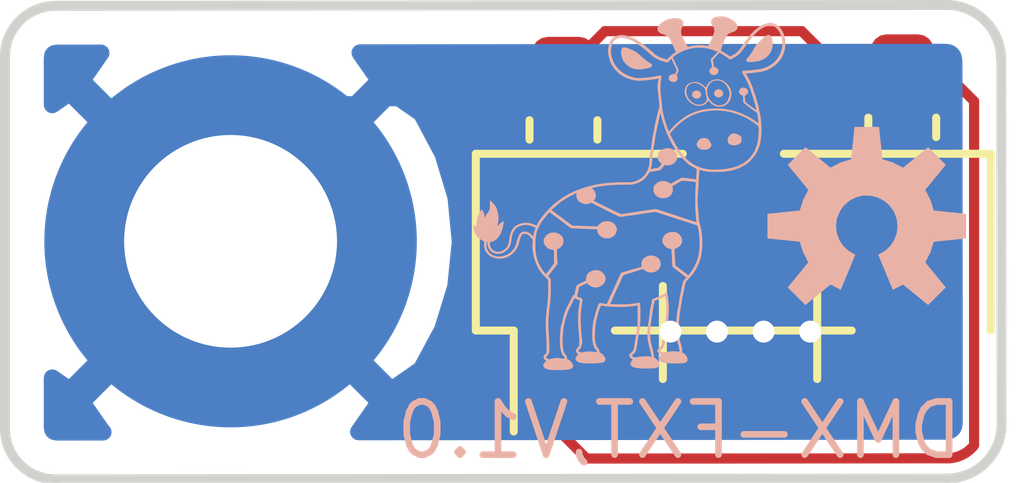
<source format=kicad_pcb>
(kicad_pcb (version 20171130) (host pcbnew "(5.1.12)-1")

  (general
    (thickness 1.6)
    (drawings 9)
    (tracks 50)
    (zones 0)
    (modules 7)
    (nets 7)
  )

  (page A4)
  (title_block
    (title "DMX Demonstrator - Fixture Temp Sensor (DMX-FXT)")
    (date 2024-07-06)
    (rev 1.0)
    (company "Sparky Bobo Designs")
    (comment 2 "Designed by: SparkyBobo")
    (comment 3 https://creativecommons.org/licenses/by-sa/4.0/)
    (comment 4 "Released under the Creative Commons Attribution Share-Alike 4.0m License")
  )

  (layers
    (0 F.Cu signal)
    (31 B.Cu signal hide)
    (32 B.Adhes user)
    (33 F.Adhes user hide)
    (34 B.Paste user)
    (35 F.Paste user hide)
    (36 B.SilkS user)
    (37 F.SilkS user hide)
    (38 B.Mask user hide)
    (39 F.Mask user hide)
    (40 Dwgs.User user hide)
    (41 Cmts.User user)
    (42 Eco1.User user)
    (43 Eco2.User user)
    (44 Edge.Cuts user)
    (45 Margin user)
    (46 B.CrtYd user hide)
    (47 F.CrtYd user hide)
    (48 B.Fab user hide)
    (49 F.Fab user hide)
  )

  (setup
    (last_trace_width 0.1524)
    (trace_clearance 0.1524)
    (zone_clearance 0.508)
    (zone_45_only no)
    (trace_min 0.1524)
    (via_size 0.6858)
    (via_drill 0.3302)
    (via_min_size 0.508)
    (via_min_drill 0.254)
    (uvia_size 0.6858)
    (uvia_drill 0.3302)
    (uvias_allowed no)
    (uvia_min_size 0.2)
    (uvia_min_drill 0.1)
    (edge_width 0.15)
    (segment_width 0.2)
    (pcb_text_width 0.3)
    (pcb_text_size 1.5 1.5)
    (mod_edge_width 0.15)
    (mod_text_size 1 1)
    (mod_text_width 0.15)
    (pad_size 1.95 0.6)
    (pad_drill 0)
    (pad_to_mask_clearance 0.2)
    (aux_axis_origin 0 0)
    (visible_elements 7FFFFFFF)
    (pcbplotparams
      (layerselection 0x010fc_ffffffff)
      (usegerberextensions true)
      (usegerberattributes false)
      (usegerberadvancedattributes false)
      (creategerberjobfile false)
      (excludeedgelayer true)
      (linewidth 0.100000)
      (plotframeref false)
      (viasonmask false)
      (mode 1)
      (useauxorigin false)
      (hpglpennumber 1)
      (hpglpenspeed 20)
      (hpglpendiameter 15.000000)
      (psnegative false)
      (psa4output false)
      (plotreference true)
      (plotvalue false)
      (plotinvisibletext false)
      (padsonsilk false)
      (subtractmaskfromsilk true)
      (outputformat 1)
      (mirror false)
      (drillshape 0)
      (scaleselection 1)
      (outputdirectory "grb"))
  )

  (net 0 "")
  (net 1 +5V)
  (net 2 GND)
  (net 3 /TEMP)
  (net 4 "Net-(U1-Pad5)")
  (net 5 "Net-(U1-Pad1)")
  (net 6 GNDD)

  (net_class Default "This is the default net class."
    (clearance 0.1524)
    (trace_width 0.1524)
    (via_dia 0.6858)
    (via_drill 0.3302)
    (uvia_dia 0.6858)
    (uvia_drill 0.3302)
    (diff_pair_width 0.1524)
    (diff_pair_gap 0.1524)
    (add_net +5V)
    (add_net /TEMP)
    (add_net GND)
    (add_net GNDD)
    (add_net "Net-(U1-Pad1)")
    (add_net "Net-(U1-Pad5)")
  )

  (net_class Power ""
    (clearance 0.1524)
    (trace_width 0.3048)
    (via_dia 1.27)
    (via_drill 0.635)
    (uvia_dia 1.27)
    (uvia_drill 0.635)
    (diff_pair_width 0.3048)
    (diff_pair_gap 0.3048)
  )

  (module MountingHole:MountingHole_3.2mm_M3_DIN965_Pad_TopOnly (layer B.Cu) (tedit 56D1B4CB) (tstamp 668971C8)
    (at 140.7414 104.9655)
    (descr "Mounting Hole 3.2mm, M3, DIN965")
    (tags "mounting hole 3.2mm m3 din965")
    (path /679A57CD)
    (attr virtual)
    (fp_text reference H1 (at 0 3.8) (layer B.SilkS) hide
      (effects (font (size 1 1) (thickness 0.15)) (justify mirror))
    )
    (fp_text value MountingHole_Pad (at 0 -3.8) (layer B.Fab)
      (effects (font (size 1 1) (thickness 0.15)) (justify mirror))
    )
    (fp_circle (center 0 0) (end 2.8 0) (layer Cmts.User) (width 0.15))
    (fp_circle (center 0 0) (end 3.05 0) (layer B.CrtYd) (width 0.05))
    (fp_text user %R (at 0.3 0) (layer B.Fab)
      (effects (font (size 1 1) (thickness 0.15)) (justify mirror))
    )
    (pad 1 thru_hole circle (at 0 0) (size 3.6 3.6) (drill 3.2) (layers *.Cu *.Mask)
      (net 6 GNDD))
    (pad 1 connect circle (at 0 0) (size 5.6 5.6) (layers B.Cu B.Mask)
      (net 6 GNDD))
  )

  (module Capacitor_SMD:C_0603_1608Metric_Pad1.08x0.95mm_HandSolder (layer F.Cu) (tedit 5F68FEEF) (tstamp 66896468)
    (at 150.8379 103.251 270)
    (descr "Capacitor SMD 0603 (1608 Metric), square (rectangular) end terminal, IPC_7351 nominal with elongated pad for handsoldering. (Body size source: IPC-SM-782 page 76, https://www.pcb-3d.com/wordpress/wp-content/uploads/ipc-sm-782a_amendment_1_and_2.pdf), generated with kicad-footprint-generator")
    (tags "capacitor handsolder")
    (path /6799CD50)
    (attr smd)
    (fp_text reference C11 (at 0 -1.43 90) (layer F.SilkS) hide
      (effects (font (size 1 1) (thickness 0.15)))
    )
    (fp_text value 0.1uF (at 0 1.43 90) (layer F.Fab)
      (effects (font (size 1 1) (thickness 0.15)))
    )
    (fp_line (start 1.65 0.73) (end -1.65 0.73) (layer F.CrtYd) (width 0.05))
    (fp_line (start 1.65 -0.73) (end 1.65 0.73) (layer F.CrtYd) (width 0.05))
    (fp_line (start -1.65 -0.73) (end 1.65 -0.73) (layer F.CrtYd) (width 0.05))
    (fp_line (start -1.65 0.73) (end -1.65 -0.73) (layer F.CrtYd) (width 0.05))
    (fp_line (start -0.146267 0.51) (end 0.146267 0.51) (layer F.SilkS) (width 0.12))
    (fp_line (start -0.146267 -0.51) (end 0.146267 -0.51) (layer F.SilkS) (width 0.12))
    (fp_line (start 0.8 0.4) (end -0.8 0.4) (layer F.Fab) (width 0.1))
    (fp_line (start 0.8 -0.4) (end 0.8 0.4) (layer F.Fab) (width 0.1))
    (fp_line (start -0.8 -0.4) (end 0.8 -0.4) (layer F.Fab) (width 0.1))
    (fp_line (start -0.8 0.4) (end -0.8 -0.4) (layer F.Fab) (width 0.1))
    (fp_text user %R (at 0 0 90) (layer F.Fab)
      (effects (font (size 0.4 0.4) (thickness 0.06)))
    )
    (pad 2 smd roundrect (at 0.8625 0 270) (size 1.075 0.95) (layers F.Cu F.Paste F.Mask) (roundrect_rratio 0.25)
      (net 2 GND))
    (pad 1 smd roundrect (at -0.8625 0 270) (size 1.075 0.95) (layers F.Cu F.Paste F.Mask) (roundrect_rratio 0.25)
      (net 1 +5V))
    (model ${KISYS3DMOD}/Capacitor_SMD.3dshapes/C_0603_1608Metric.wrl
      (at (xyz 0 0 0))
      (scale (xyz 1 1 1))
      (rotate (xyz 0 0 0))
    )
  )

  (module Package_TO_SOT_SMD:SOT-353_SC-70-5 (layer F.Cu) (tedit 5A02FF57) (tstamp 66895A54)
    (at 148.3995 106.3371 270)
    (descr "SOT-353, SC-70-5")
    (tags "SOT-353 SC-70-5")
    (path /67981D69)
    (attr smd)
    (fp_text reference U1 (at 0 -2 90) (layer F.SilkS) hide
      (effects (font (size 1 1) (thickness 0.15)))
    )
    (fp_text value MCP9700T-ELT (at 0 2 270) (layer F.Fab)
      (effects (font (size 1 1) (thickness 0.15)))
    )
    (fp_line (start -0.175 -1.1) (end -0.675 -0.6) (layer F.Fab) (width 0.1))
    (fp_line (start 0.675 1.1) (end -0.675 1.1) (layer F.Fab) (width 0.1))
    (fp_line (start 0.675 -1.1) (end 0.675 1.1) (layer F.Fab) (width 0.1))
    (fp_line (start -1.6 1.4) (end 1.6 1.4) (layer F.CrtYd) (width 0.05))
    (fp_line (start -0.675 -0.6) (end -0.675 1.1) (layer F.Fab) (width 0.1))
    (fp_line (start 0.675 -1.1) (end -0.175 -1.1) (layer F.Fab) (width 0.1))
    (fp_line (start -1.6 -1.4) (end 1.6 -1.4) (layer F.CrtYd) (width 0.05))
    (fp_line (start -1.6 -1.4) (end -1.6 1.4) (layer F.CrtYd) (width 0.05))
    (fp_line (start 1.6 1.4) (end 1.6 -1.4) (layer F.CrtYd) (width 0.05))
    (fp_line (start -0.7 1.16) (end 0.7 1.16) (layer F.SilkS) (width 0.12))
    (fp_line (start 0.7 -1.16) (end -1.2 -1.16) (layer F.SilkS) (width 0.12))
    (fp_text user %R (at 0 0) (layer F.Fab)
      (effects (font (size 0.5 0.5) (thickness 0.075)))
    )
    (pad 5 smd rect (at 0.95 -0.65 270) (size 0.65 0.4) (layers F.Cu F.Paste F.Mask)
      (net 4 "Net-(U1-Pad5)"))
    (pad 4 smd rect (at 0.95 0.65 270) (size 0.65 0.4) (layers F.Cu F.Paste F.Mask)
      (net 1 +5V))
    (pad 2 smd rect (at -0.95 0 270) (size 0.65 0.4) (layers F.Cu F.Paste F.Mask)
      (net 2 GND))
    (pad 3 smd rect (at -0.95 0.65 270) (size 0.65 0.4) (layers F.Cu F.Paste F.Mask)
      (net 3 /TEMP))
    (pad 1 smd rect (at -0.95 -0.65 270) (size 0.65 0.4) (layers F.Cu F.Paste F.Mask)
      (net 5 "Net-(U1-Pad1)"))
    (model ${KISYS3DMOD}/Package_TO_SOT_SMD.3dshapes/SOT-353_SC-70-5.wrl
      (at (xyz 0 0 0))
      (scale (xyz 1 1 1))
      (rotate (xyz 0 0 0))
    )
  )

  (module Connector_PinHeader_2.54mm:PinHeader_1x03_P2.54mm_Vertical_SMD_Pin1Left (layer F.Cu) (tedit 59FED5CC) (tstamp 668415A5)
    (at 148.2979 104.9782 90)
    (descr "surface-mounted straight pin header, 1x03, 2.54mm pitch, single row, style 1 (pin 1 left)")
    (tags "Surface mounted pin header SMD 1x03 2.54mm single row style1 pin1 left")
    (path /694D377B)
    (attr smd)
    (fp_text reference J1 (at 0 -4.87 270) (layer F.SilkS) hide
      (effects (font (size 1 1) (thickness 0.15)))
    )
    (fp_text value "Temp Sensor" (at 0 4.87 -90) (layer F.Fab)
      (effects (font (size 1 1) (thickness 0.15)))
    )
    (fp_line (start 3.45 -4.35) (end -3.45 -4.35) (layer F.CrtYd) (width 0.05))
    (fp_line (start 3.45 4.35) (end 3.45 -4.35) (layer F.CrtYd) (width 0.05))
    (fp_line (start -3.45 4.35) (end 3.45 4.35) (layer F.CrtYd) (width 0.05))
    (fp_line (start -3.45 -4.35) (end -3.45 4.35) (layer F.CrtYd) (width 0.05))
    (fp_line (start -1.33 -1.78) (end -1.33 1.78) (layer F.SilkS) (width 0.12))
    (fp_line (start 1.33 0.76) (end 1.33 3.87) (layer F.SilkS) (width 0.12))
    (fp_line (start 1.33 3.3) (end 1.33 3.87) (layer F.SilkS) (width 0.12))
    (fp_line (start -1.33 -3.87) (end -1.33 -3.3) (layer F.SilkS) (width 0.12))
    (fp_line (start -1.33 -3.3) (end -2.85 -3.3) (layer F.SilkS) (width 0.12))
    (fp_line (start 1.33 -3.87) (end 1.33 -0.76) (layer F.SilkS) (width 0.12))
    (fp_line (start -1.33 3.87) (end 1.33 3.87) (layer F.SilkS) (width 0.12))
    (fp_line (start -1.33 -3.87) (end 1.33 -3.87) (layer F.SilkS) (width 0.12))
    (fp_line (start 2.54 0.32) (end 1.27 0.32) (layer F.Fab) (width 0.1))
    (fp_line (start 2.54 -0.32) (end 2.54 0.32) (layer F.Fab) (width 0.1))
    (fp_line (start 1.27 -0.32) (end 2.54 -0.32) (layer F.Fab) (width 0.1))
    (fp_line (start -2.54 2.86) (end -1.27 2.86) (layer F.Fab) (width 0.1))
    (fp_line (start -2.54 2.22) (end -2.54 2.86) (layer F.Fab) (width 0.1))
    (fp_line (start -1.27 2.22) (end -2.54 2.22) (layer F.Fab) (width 0.1))
    (fp_line (start -2.54 -2.22) (end -1.27 -2.22) (layer F.Fab) (width 0.1))
    (fp_line (start -2.54 -2.86) (end -2.54 -2.22) (layer F.Fab) (width 0.1))
    (fp_line (start -1.27 -2.86) (end -2.54 -2.86) (layer F.Fab) (width 0.1))
    (fp_line (start 1.27 -3.81) (end 1.27 3.81) (layer F.Fab) (width 0.1))
    (fp_line (start -1.27 -2.86) (end -0.32 -3.81) (layer F.Fab) (width 0.1))
    (fp_line (start -1.27 3.81) (end -1.27 -2.86) (layer F.Fab) (width 0.1))
    (fp_line (start -0.32 -3.81) (end 1.27 -3.81) (layer F.Fab) (width 0.1))
    (fp_line (start 1.27 3.81) (end -1.27 3.81) (layer F.Fab) (width 0.1))
    (fp_text user %R (at 0 0 -180) (layer F.Fab)
      (effects (font (size 1 1) (thickness 0.15)))
    )
    (pad 2 smd rect (at 1.655 0 90) (size 2.51 1) (layers F.Cu F.Paste F.Mask)
      (net 3 /TEMP))
    (pad 3 smd rect (at -1.655 2.54 90) (size 2.51 1) (layers F.Cu F.Paste F.Mask)
      (net 2 GND))
    (pad 1 smd rect (at -1.655 -2.54 90) (size 2.51 1) (layers F.Cu F.Paste F.Mask)
      (net 1 +5V))
    (model ${KISYS3DMOD}/Connector_PinHeader_2.54mm.3dshapes/PinHeader_1x03_P2.54mm_Vertical_SMD_Pin1Left.wrl
      (at (xyz 0 0 0))
      (scale (xyz 1 1 1))
      (rotate (xyz 0 0 0))
    )
  )

  (module Capacitor_SMD:C_0603_1608Metric_Pad1.08x0.95mm_HandSolder (layer F.Cu) (tedit 5F68FEEF) (tstamp 66895467)
    (at 145.7452 103.2891 90)
    (descr "Capacitor SMD 0603 (1608 Metric), square (rectangular) end terminal, IPC_7351 nominal with elongated pad for handsoldering. (Body size source: IPC-SM-782 page 76, https://www.pcb-3d.com/wordpress/wp-content/uploads/ipc-sm-782a_amendment_1_and_2.pdf), generated with kicad-footprint-generator")
    (tags "capacitor handsolder")
    (path /67C94F17)
    (attr smd)
    (fp_text reference C1 (at -2.7178 -0.00508 90) (layer F.SilkS) hide
      (effects (font (size 1 1) (thickness 0.15)))
    )
    (fp_text value 1uF (at 0 1.43 90) (layer F.Fab)
      (effects (font (size 1 1) (thickness 0.15)))
    )
    (fp_line (start 1.65 0.73) (end -1.65 0.73) (layer F.CrtYd) (width 0.05))
    (fp_line (start 1.65 -0.73) (end 1.65 0.73) (layer F.CrtYd) (width 0.05))
    (fp_line (start -1.65 -0.73) (end 1.65 -0.73) (layer F.CrtYd) (width 0.05))
    (fp_line (start -1.65 0.73) (end -1.65 -0.73) (layer F.CrtYd) (width 0.05))
    (fp_line (start -0.146267 0.51) (end 0.146267 0.51) (layer F.SilkS) (width 0.12))
    (fp_line (start -0.146267 -0.51) (end 0.146267 -0.51) (layer F.SilkS) (width 0.12))
    (fp_line (start 0.8 0.4) (end -0.8 0.4) (layer F.Fab) (width 0.1))
    (fp_line (start 0.8 -0.4) (end 0.8 0.4) (layer F.Fab) (width 0.1))
    (fp_line (start -0.8 -0.4) (end 0.8 -0.4) (layer F.Fab) (width 0.1))
    (fp_line (start -0.8 0.4) (end -0.8 -0.4) (layer F.Fab) (width 0.1))
    (fp_text user %R (at 0 0 90) (layer F.Fab)
      (effects (font (size 0.4 0.4) (thickness 0.06)))
    )
    (pad 2 smd roundrect (at 0.8625 0 90) (size 1.075 0.95) (layers F.Cu F.Paste F.Mask) (roundrect_rratio 0.25)
      (net 2 GND))
    (pad 1 smd roundrect (at -0.8625 0 90) (size 1.075 0.95) (layers F.Cu F.Paste F.Mask) (roundrect_rratio 0.25)
      (net 1 +5V))
    (model ${KISYS3DMOD}/Capacitor_SMD.3dshapes/C_0603_1608Metric.wrl
      (at (xyz 0 0 0))
      (scale (xyz 1 1 1))
      (rotate (xyz 0 0 0))
    )
  )

  (module footprints:OSHW-LOGO-S locked (layer B.Cu) (tedit 200000) (tstamp 5FA37D6A)
    (at 150.3045 104.7369 180)
    (descr "OPEN-SOURCE HARDWARE (OSHW) LOGO - SMALL - SILKSCREEN")
    (tags "OPEN-SOURCE HARDWARE (OSHW) LOGO - SMALL - SILKSCREEN")
    (attr virtual)
    (fp_text reference "" (at 0 0) (layer B.SilkS)
      (effects (font (size 1.524 1.524) (thickness 0.15)) (justify mirror))
    )
    (fp_text value "" (at 0 0) (layer B.SilkS)
      (effects (font (size 1.524 1.524) (thickness 0.15)) (justify mirror))
    )
    (fp_poly (pts (xy 0.3937 -0.9525) (xy 0.5461 -0.87376) (xy 0.92202 -1.1811) (xy 1.1811 -0.92202)
      (xy 0.87376 -0.5461) (xy 0.9525 -0.3937) (xy 1.0033 -0.23114) (xy 1.48844 -0.18034)
      (xy 1.48844 0.18034) (xy 1.0033 0.23114) (xy 0.9525 0.3937) (xy 0.87376 0.5461)
      (xy 1.1811 0.92202) (xy 0.92202 1.1811) (xy 0.5461 0.87376) (xy 0.3937 0.9525)
      (xy 0.23114 1.0033) (xy 0.18034 1.48844) (xy -0.18034 1.48844) (xy -0.23114 1.0033)
      (xy -0.3937 0.9525) (xy -0.5461 0.87376) (xy -0.92202 1.1811) (xy -1.1811 0.92202)
      (xy -0.87376 0.5461) (xy -0.9525 0.3937) (xy -1.0033 0.23114) (xy -1.48844 0.18034)
      (xy -1.48844 -0.18034) (xy -1.0033 -0.23114) (xy -0.9525 -0.3937) (xy -0.87376 -0.5461)
      (xy -1.1811 -0.92202) (xy -0.92202 -1.1811) (xy -0.5461 -0.87376) (xy -0.3937 -0.9525)
      (xy -0.1778 -0.4318) (xy -0.27432 -0.37846) (xy -0.3556 -0.30226) (xy -0.41656 -0.21082)
      (xy -0.45466 -0.10922) (xy -0.46736 0) (xy -0.45466 0.10922) (xy -0.41402 0.2159)
      (xy -0.35052 0.30734) (xy -0.2667 0.38354) (xy -0.16764 0.43434) (xy -0.06096 0.46228)
      (xy 0.0508 0.46482) (xy 0.16002 0.43942) (xy 0.25908 0.38862) (xy 0.34544 0.31496)
      (xy 0.40894 0.22352) (xy 0.45212 0.11938) (xy 0.46736 0.01016) (xy 0.4572 -0.09906)
      (xy 0.4191 -0.20574) (xy 0.35814 -0.29972) (xy 0.27686 -0.37592) (xy 0.1778 -0.4318)) (layer B.SilkS) (width 0.01))
  )

  (module footprints:logo_cr_5x5 locked (layer B.Cu) (tedit 0) (tstamp 5FA37EA3)
    (at 146.7358 104.2416 180)
    (fp_text reference G*** (at 0 0 180) (layer B.SilkS) hide
      (effects (font (size 1.524 1.524) (thickness 0.3)) (justify mirror))
    )
    (fp_text value LOGO (at 0.75 0 180) (layer B.SilkS) hide
      (effects (font (size 1.524 1.524) (thickness 0.3)) (justify mirror))
    )
    (fp_poly (pts (xy -1.36631 2.655905) (xy -1.345626 2.654439) (xy -1.324978 2.651765) (xy -1.305126 2.647964)
      (xy -1.286833 2.643115) (xy -1.284003 2.642215) (xy -1.271018 2.636707) (xy -1.259838 2.629334)
      (xy -1.250589 2.620269) (xy -1.243399 2.609686) (xy -1.238396 2.597758) (xy -1.235707 2.584656)
      (xy -1.235258 2.576187) (xy -1.236275 2.562853) (xy -1.239409 2.550648) (xy -1.244841 2.539058)
      (xy -1.252102 2.528395) (xy -1.263119 2.512659) (xy -1.271546 2.496991) (xy -1.277455 2.481204)
      (xy -1.280918 2.465104) (xy -1.282008 2.448817) (xy -1.281818 2.442219) (xy -1.281216 2.435597)
      (xy -1.280117 2.428618) (xy -1.278437 2.420946) (xy -1.276091 2.41225) (xy -1.272994 2.402195)
      (xy -1.269062 2.390448) (xy -1.264209 2.376676) (xy -1.262439 2.371761) (xy -1.255755 2.354328)
      (xy -1.247856 2.335489) (xy -1.239094 2.316007) (xy -1.229823 2.296642) (xy -1.220394 2.278156)
      (xy -1.211901 2.262612) (xy -1.20839 2.256179) (xy -1.204995 2.249537) (xy -1.202188 2.243624)
      (xy -1.200875 2.240554) (xy -1.196564 2.230388) (xy -1.192557 2.222398) (xy -1.188939 2.216741)
      (xy -1.186316 2.213947) (xy -1.182247 2.212017) (xy -1.176246 2.211187) (xy -1.168164 2.211455)
      (xy -1.157856 2.212821) (xy -1.152754 2.213735) (xy -1.124249 2.218296) (xy -1.095332 2.22115)
      (xy -1.065563 2.222317) (xy -1.034501 2.221816) (xy -1.005973 2.220028) (xy -0.987035 2.218358)
      (xy -0.970364 2.216637) (xy -0.955553 2.214801) (xy -0.942196 2.212785) (xy -0.929885 2.210526)
      (xy -0.918216 2.20796) (xy -0.90678 2.205023) (xy -0.902077 2.203701) (xy -0.893491 2.201346)
      (xy -0.886985 2.199889) (xy -0.882131 2.199307) (xy -0.878498 2.199575) (xy -0.875658 2.20067)
      (xy -0.873682 2.202113) (xy -0.87229 2.203971) (xy -0.869803 2.207983) (xy -0.866345 2.213924)
      (xy -0.862037 2.221567) (xy -0.857 2.230686) (xy -0.851357 2.241054) (xy -0.845229 2.252445)
      (xy -0.838738 2.264634) (xy -0.832007 2.277392) (xy -0.825157 2.290495) (xy -0.818309 2.303716)
      (xy -0.811587 2.316828) (xy -0.806201 2.327442) (xy -0.798699 2.342412) (xy -0.792377 2.355328)
      (xy -0.787135 2.366485) (xy -0.782876 2.376176) (xy -0.779501 2.384698) (xy -0.776912 2.392343)
      (xy -0.775011 2.399408) (xy -0.7737 2.406187) (xy -0.77288 2.412974) (xy -0.772453 2.420064)
      (xy -0.772321 2.427752) (xy -0.77232 2.429042) (xy -0.772407 2.437544) (xy -0.772695 2.444169)
      (xy -0.773268 2.44971) (xy -0.774209 2.454962) (xy -0.775602 2.460718) (xy -0.77571 2.461127)
      (xy -0.779962 2.475381) (xy -0.785018 2.488654) (xy -0.791318 2.502023) (xy -0.795955 2.510677)
      (xy -0.801129 2.520446) (xy -0.80485 2.528728) (xy -0.807314 2.536139) (xy -0.808715 2.543296)
      (xy -0.80925 2.550818) (xy -0.809271 2.5527) (xy -0.80813 2.565114) (xy -0.804817 2.577162)
      (xy -0.799566 2.588308) (xy -0.792611 2.598015) (xy -0.787282 2.603302) (xy -0.780208 2.608314)
      (xy -0.770926 2.613247) (xy -0.759897 2.617912) (xy -0.747585 2.622118) (xy -0.734451 2.625674)
      (xy -0.731198 2.626416) (xy -0.724459 2.627487) (xy -0.715603 2.628285) (xy -0.705174 2.628809)
      (xy -0.693714 2.62906) (xy -0.681767 2.629038) (xy -0.669875 2.628743) (xy -0.658582 2.628174)
      (xy -0.64843 2.627333) (xy -0.641016 2.62639) (xy -0.613661 2.621078) (xy -0.587188 2.613889)
      (xy -0.561828 2.60493) (xy -0.537808 2.59431) (xy -0.515357 2.582139) (xy -0.494703 2.568525)
      (xy -0.476076 2.553576) (xy -0.464457 2.542472) (xy -0.454938 2.532132) (xy -0.447116 2.522342)
      (xy -0.440393 2.512277) (xy -0.434171 2.501113) (xy -0.433443 2.499686) (xy -0.430623 2.494031)
      (xy -0.428798 2.489869) (xy -0.427751 2.48631) (xy -0.427267 2.482466) (xy -0.427128 2.477445)
      (xy -0.427121 2.473724) (xy -0.427168 2.467491) (xy -0.427457 2.46299) (xy -0.428203 2.459283)
      (xy -0.429626 2.455429) (xy -0.431942 2.450489) (xy -0.433007 2.448324) (xy -0.436543 2.441704)
      (xy -0.440261 2.436115) (xy -0.444851 2.430616) (xy -0.449717 2.425547) (xy -0.455478 2.420175)
      (xy -0.461485 2.415488) (xy -0.468127 2.411291) (xy -0.475791 2.407388) (xy -0.484866 2.403585)
      (xy -0.495739 2.399687) (xy -0.508799 2.395498) (xy -0.510673 2.394924) (xy -0.526253 2.389893)
      (xy -0.539591 2.384927) (xy -0.551104 2.379799) (xy -0.561209 2.374278) (xy -0.570322 2.368138)
      (xy -0.578858 2.361149) (xy -0.587235 2.353082) (xy -0.587646 2.352657) (xy -0.592435 2.347573)
      (xy -0.596643 2.342754) (xy -0.600494 2.337845) (xy -0.604213 2.332492) (xy -0.608026 2.326339)
      (xy -0.612158 2.319033) (xy -0.616832 2.310217) (xy -0.622274 2.299538) (xy -0.6259 2.292292)
      (xy -0.636493 2.270859) (xy -0.646305 2.250661) (xy -0.655266 2.231848) (xy -0.663308 2.214575)
      (xy -0.67036 2.198991) (xy -0.676353 2.18525) (xy -0.681218 2.173503) (xy -0.684885 2.163903)
      (xy -0.685726 2.161508) (xy -0.690264 2.150394) (xy -0.695463 2.141528) (xy -0.695986 2.140813)
      (xy -0.699427 2.135783) (xy -0.701406 2.131506) (xy -0.701785 2.127654) (xy -0.700422 2.123902)
      (xy -0.697179 2.119924) (xy -0.691915 2.115394) (xy -0.68449 2.109985) (xy -0.68203 2.108286)
      (xy -0.675095 2.103265) (xy -0.666596 2.096679) (xy -0.656881 2.08883) (xy -0.646302 2.08002)
      (xy -0.635207 2.070551) (xy -0.623946 2.060724) (xy -0.612869 2.050841) (xy -0.602326 2.041204)
      (xy -0.592665 2.032116) (xy -0.584238 2.023878) (xy -0.584102 2.023741) (xy -0.577854 2.017543)
      (xy -0.572903 2.013071) (xy -0.568658 2.010157) (xy -0.564531 2.008632) (xy -0.55993 2.00833)
      (xy -0.554265 2.00908) (xy -0.546947 2.010716) (xy -0.542347 2.011847) (xy -0.514073 2.019667)
      (xy -0.486989 2.028803) (xy -0.461417 2.039123) (xy -0.437677 2.050493) (xy -0.416092 2.062781)
      (xy -0.410464 2.066377) (xy -0.404923 2.070041) (xy -0.400032 2.073371) (xy -0.395487 2.076612)
      (xy -0.390988 2.08001) (xy -0.386229 2.083811) (xy -0.38091 2.088261) (xy -0.374728 2.093606)
      (xy -0.367379 2.100093) (xy -0.35856 2.107966) (xy -0.351589 2.11422) (xy -0.324927 2.137789)
      (xy -0.297978 2.160875) (xy -0.270992 2.183285) (xy -0.244217 2.204826) (xy -0.217901 2.225305)
      (xy -0.192293 2.244529) (xy -0.167642 2.262304) (xy -0.144196 2.278438) (xy -0.122203 2.292737)
      (xy -0.120408 2.293863) (xy -0.089259 2.312347) (xy -0.058763 2.328477) (xy -0.028966 2.342239)
      (xy 0.000087 2.353617) (xy 0.028349 2.362597) (xy 0.055774 2.369165) (xy 0.082317 2.373305)
      (xy 0.10793 2.375003) (xy 0.132348 2.374263) (xy 0.156245 2.371303) (xy 0.178294 2.366449)
      (xy 0.198574 2.35966) (xy 0.217163 2.350894) (xy 0.234141 2.34011) (xy 0.249587 2.327267)
      (xy 0.26358 2.312323) (xy 0.271907 2.301501) (xy 0.277678 2.292971) (xy 0.282679 2.284512)
      (xy 0.287124 2.275629) (xy 0.29123 2.265832) (xy 0.295211 2.254626) (xy 0.299284 2.241521)
      (xy 0.301444 2.234027) (xy 0.307196 2.212058) (xy 0.31154 2.191581) (xy 0.31448 2.172118)
      (xy 0.316021 2.153194) (xy 0.316169 2.13433) (xy 0.314927 2.115049) (xy 0.312301 2.094875)
      (xy 0.308295 2.07333) (xy 0.303286 2.051439) (xy 0.296255 2.024662) (xy 0.288833 2.000184)
      (xy 0.280841 1.97764) (xy 0.272102 1.956663) (xy 0.262437 1.936888) (xy 0.251668 1.917948)
      (xy 0.239616 1.899479) (xy 0.226104 1.881113) (xy 0.21164 1.863296) (xy 0.189839 1.8395)
      (xy 0.165901 1.81703) (xy 0.140121 1.796095) (xy 0.11279 1.776907) (xy 0.084201 1.759675)
      (xy 0.05465 1.744609) (xy 0.032753 1.735146) (xy 0.012036 1.727399) (xy -0.00991 1.720175)
      (xy -0.03248 1.71363) (xy -0.05507 1.707918) (xy -0.077075 1.703195) (xy -0.097893 1.699616)
      (xy -0.112963 1.697714) (xy -0.124587 1.696893) (xy -0.138525 1.696546) (xy -0.154465 1.696658)
      (xy -0.172093 1.697213) (xy -0.191094 1.698198) (xy -0.211156 1.699595) (xy -0.231965 1.701391)
      (xy -0.253207 1.70357) (xy -0.266702 1.705137) (xy -0.280168 1.706802) (xy -0.294422 1.708618)
      (xy -0.309152 1.710542) (xy -0.324047 1.712529) (xy -0.338794 1.714536) (xy -0.35308 1.716519)
      (xy -0.366594 1.718434) (xy -0.379024 1.720238) (xy -0.390057 1.721887) (xy -0.399382 1.723336)
      (xy -0.406685 1.724543) (xy -0.411656 1.725462) (xy -0.411747 1.725481) (xy -0.421057 1.727399)
      (xy -0.428098 1.728721) (xy -0.433225 1.729373) (xy -0.436791 1.729279) (xy -0.439152 1.728364)
      (xy -0.440662 1.726553) (xy -0.441673 1.723771) (xy -0.442541 1.719943) (xy -0.442758 1.718908)
      (xy -0.44334 1.715635) (xy -0.443528 1.712609) (xy -0.44325 1.709199) (xy -0.442436 1.704775)
      (xy -0.441018 1.698706) (xy -0.440103 1.695029) (xy -0.434495 1.667916) (xy -0.430854 1.639117)
      (xy -0.429178 1.608755) (xy -0.429467 1.576957) (xy -0.43172 1.543847) (xy -0.435938 1.50955)
      (xy -0.440589 1.482069) (xy -0.442401 1.470911) (xy -0.443659 1.45926) (xy -0.444454 1.446198)
      (xy -0.444639 1.441116) (xy -0.4451 1.431344) (xy -0.44588 1.420064) (xy -0.446885 1.408408)
      (xy -0.448024 1.397509) (xy -0.448576 1.39299) (xy -0.450354 1.379082) (xy -0.451782 1.367402)
      (xy -0.452899 1.357532) (xy -0.45374 1.349053) (xy -0.454343 1.341548) (xy -0.454744 1.334599)
      (xy -0.45498 1.327787) (xy -0.455087 1.320695) (xy -0.455099 1.318795) (xy -0.455015 1.310226)
      (xy -0.454623 1.302415) (xy -0.45383 1.294894) (xy -0.452545 1.287191) (xy -0.450676 1.278837)
      (xy -0.448132 1.269362) (xy -0.444822 1.258295) (xy -0.440946 1.246073) (xy -0.437454 1.235045)
      (xy -0.434309 1.224615) (xy -0.431415 1.214392) (xy -0.42868 1.203984) (xy -0.426009 1.193002)
      (xy -0.423307 1.181052) (xy -0.420482 1.167746) (xy -0.417438 1.152692) (xy -0.414082 1.135498)
      (xy -0.413084 1.1303) (xy -0.411397 1.12213) (xy -0.409161 1.112223) (xy -0.406573 1.101411)
      (xy -0.403833 1.090523) (xy -0.401139 1.080391) (xy -0.401078 1.080169) (xy -0.398952 1.07239)
      (xy -0.397112 1.065484) (xy -0.395484 1.059094) (xy -0.393996 1.052865) (xy -0.392575 1.046443)
      (xy -0.391146 1.039471) (xy -0.389638 1.031594) (xy -0.387977 1.022457) (xy -0.386089 1.011705)
      (xy -0.383903 0.998982) (xy -0.381681 0.985921) (xy -0.378763 0.968858) (xy -0.376177 0.954057)
      (xy -0.373853 0.941137) (xy -0.371716 0.929716) (xy -0.369695 0.919414) (xy -0.367717 0.90985)
      (xy -0.36571 0.900642) (xy -0.364282 0.894348) (xy -0.361487 0.881926) (xy -0.358941 0.86996)
      (xy -0.356583 0.858084) (xy -0.354354 0.845936) (xy -0.352194 0.833152) (xy -0.350041 0.819366)
      (xy -0.347837 0.804217) (xy -0.345522 0.787339) (xy -0.343034 0.768369) (xy -0.341538 0.756653)
      (xy -0.339107 0.737834) (xy -0.336819 0.720953) (xy -0.334564 0.705288) (xy -0.332234 0.690115)
      (xy -0.329718 0.674711) (xy -0.326908 0.658354) (xy -0.325498 0.650374) (xy -0.322159 0.630944)
      (xy -0.319276 0.612586) (xy -0.316788 0.594767) (xy -0.314636 0.576953) (xy -0.312761 0.558609)
      (xy -0.311103 0.539203) (xy -0.309604 0.5182) (xy -0.308203 0.495068) (xy -0.308178 0.494632)
      (xy -0.307126 0.476772) (xy -0.306081 0.461253) (xy -0.304989 0.447742) (xy -0.303798 0.435909)
      (xy -0.302452 0.42542) (xy -0.300898 0.415943) (xy -0.299082 0.407147) (xy -0.29695 0.398699)
      (xy -0.294448 0.390268) (xy -0.291523 0.381521) (xy -0.288437 0.372979) (xy -0.279508 0.350313)
      (xy -0.270311 0.329931) (xy -0.260603 0.311443) (xy -0.250141 0.294461) (xy -0.238683 0.278594)
      (xy -0.225987 0.263454) (xy -0.211809 0.24865) (xy -0.209698 0.246588) (xy -0.188253 0.227601)
      (xy -0.165411 0.210873) (xy -0.141139 0.196388) (xy -0.115403 0.184125) (xy -0.088169 0.174068)
      (xy -0.063823 0.167241) (xy -0.057623 0.165745) (xy -0.052109 0.164463) (xy -0.047021 0.16338)
      (xy -0.042103 0.162479) (xy -0.037096 0.161746) (xy -0.031743 0.161166) (xy -0.025787 0.160723)
      (xy -0.018968 0.160402) (xy -0.01103 0.160188) (xy -0.001715 0.160064) (xy 0.009235 0.160017)
      (xy 0.022077 0.16003) (xy 0.03707 0.160089) (xy 0.054471 0.160177) (xy 0.055037 0.16018)
      (xy 0.111228 0.160043) (xy 0.165109 0.159012) (xy 0.216896 0.157064) (xy 0.266805 0.154176)
      (xy 0.315053 0.150325) (xy 0.361857 0.145489) (xy 0.407434 0.139645) (xy 0.452 0.13277)
      (xy 0.495772 0.124842) (xy 0.538966 0.115837) (xy 0.5818 0.105733) (xy 0.587542 0.10429)
      (xy 0.63526 0.091569) (xy 0.68067 0.078123) (xy 0.724066 0.063836) (xy 0.765743 0.048593)
      (xy 0.805996 0.032278) (xy 0.84512 0.014775) (xy 0.88341 -0.00403) (xy 0.92116 -0.024254)
      (xy 0.934077 -0.031562) (xy 0.952127 -0.042067) (xy 0.969131 -0.052313) (xy 0.98554 -0.0626)
      (xy 1.001806 -0.073228) (xy 1.01838 -0.084495) (xy 1.035715 -0.096702) (xy 1.054261 -0.110147)
      (xy 1.069474 -0.121401) (xy 1.085042 -0.133062) (xy 1.098764 -0.143495) (xy 1.110987 -0.152998)
      (xy 1.122061 -0.161869) (xy 1.132334 -0.170405) (xy 1.142155 -0.178905) (xy 1.151872 -0.187666)
      (xy 1.161834 -0.196986) (xy 1.17239 -0.207164) (xy 1.183888 -0.218497) (xy 1.188581 -0.223172)
      (xy 1.212313 -0.247333) (xy 1.234373 -0.270808) (xy 1.255293 -0.29421) (xy 1.275606 -0.31815)
      (xy 1.295845 -0.343244) (xy 1.31654 -0.370103) (xy 1.31921 -0.373647) (xy 1.329054 -0.386802)
      (xy 1.337457 -0.39819) (xy 1.34463 -0.40815) (xy 1.350783 -0.417019) (xy 1.356124 -0.425135)
      (xy 1.360865 -0.432837) (xy 1.365213 -0.440461) (xy 1.36938 -0.448345) (xy 1.373575 -0.456827)
      (xy 1.378007 -0.466246) (xy 1.381655 -0.474218) (xy 1.384197 -0.479126) (xy 1.387013 -0.483529)
      (xy 1.389141 -0.486097) (xy 1.39174 -0.488013) (xy 1.394804 -0.488966) (xy 1.398683 -0.488894)
      (xy 1.403724 -0.487737) (xy 1.410276 -0.485432) (xy 1.418687 -0.481919) (xy 1.422468 -0.480244)
      (xy 1.445492 -0.470646) (xy 1.467409 -0.463062) (xy 1.488727 -0.457374) (xy 1.509957 -0.453469)
      (xy 1.531611 -0.451229) (xy 1.553813 -0.45054) (xy 1.57017 -0.450876) (xy 1.585117 -0.451931)
      (xy 1.599311 -0.453829) (xy 1.613409 -0.456694) (xy 1.628068 -0.460651) (xy 1.643944 -0.465824)
      (xy 1.654342 -0.469568) (xy 1.675451 -0.478447) (xy 1.694573 -0.488767) (xy 1.71185 -0.500673)
      (xy 1.727424 -0.514309) (xy 1.741434 -0.529819) (xy 1.754022 -0.547349) (xy 1.76533 -0.567041)
      (xy 1.775499 -0.589042) (xy 1.778517 -0.596544) (xy 1.781748 -0.605131) (xy 1.784613 -0.613445)
      (xy 1.787194 -0.621842) (xy 1.789573 -0.630673) (xy 1.791832 -0.640296) (xy 1.794051 -0.651062)
      (xy 1.796313 -0.663328) (xy 1.7987 -0.677447) (xy 1.801293 -0.693774) (xy 1.802023 -0.6985)
      (xy 1.804855 -0.71642) (xy 1.807518 -0.731979) (xy 1.810106 -0.745475) (xy 1.812715 -0.757209)
      (xy 1.815442 -0.767479) (xy 1.81838 -0.776584) (xy 1.821627 -0.784824) (xy 1.825278 -0.792497)
      (xy 1.829429 -0.799903) (xy 1.834175 -0.807341) (xy 1.839101 -0.814404) (xy 1.843377 -0.81981)
      (xy 1.849116 -0.826327) (xy 1.855733 -0.833348) (xy 1.862641 -0.840269) (xy 1.869251 -0.846485)
      (xy 1.874967 -0.851381) (xy 1.885724 -0.859039) (xy 1.898172 -0.86641) (xy 1.911422 -0.873044)
      (xy 1.924586 -0.878492) (xy 1.935236 -0.881906) (xy 1.940666 -0.88328) (xy 1.945469 -0.884254)
      (xy 1.950326 -0.884898) (xy 1.955916 -0.885281) (xy 1.962921 -0.885475) (xy 1.970505 -0.885542)
      (xy 1.979352 -0.88553) (xy 1.986154 -0.885366) (xy 1.991537 -0.884997) (xy 1.996128 -0.884368)
      (xy 2.000554 -0.883424) (xy 2.003374 -0.882689) (xy 2.020804 -0.876811) (xy 2.037119 -0.869085)
      (xy 2.052023 -0.859719) (xy 2.065217 -0.848918) (xy 2.076402 -0.83689) (xy 2.083267 -0.827229)
      (xy 2.088339 -0.81786) (xy 2.09305 -0.80689) (xy 2.096999 -0.795391) (xy 2.099782 -0.784434)
      (xy 2.100224 -0.782052) (xy 2.10093 -0.776505) (xy 2.10151 -0.769314) (xy 2.101894 -0.761507)
      (xy 2.102013 -0.75569) (xy 2.102003 -0.74864) (xy 2.101837 -0.74371) (xy 2.101442 -0.740347)
      (xy 2.100743 -0.737998) (xy 2.099666 -0.73611) (xy 2.099331 -0.735648) (xy 2.096249 -0.732761)
      (xy 2.092707 -0.731005) (xy 2.09269 -0.731001) (xy 2.089695 -0.730295) (xy 2.084903 -0.729188)
      (xy 2.079125 -0.727867) (xy 2.076116 -0.727184) (xy 2.058948 -0.722301) (xy 2.042139 -0.715619)
      (xy 2.026313 -0.707443) (xy 2.012098 -0.698077) (xy 2.005263 -0.692592) (xy 2.001158 -0.689177)
      (xy 1.997433 -0.686316) (xy 1.994887 -0.684622) (xy 1.994868 -0.684612) (xy 1.992314 -0.682615)
      (xy 1.989183 -0.679323) (xy 1.987516 -0.677249) (xy 1.984581 -0.673482) (xy 1.980633 -0.668602)
      (xy 1.976408 -0.663518) (xy 1.975356 -0.662275) (xy 1.969271 -0.654609) (xy 1.962525 -0.645245)
      (xy 1.955595 -0.634905) (xy 1.948961 -0.624312) (xy 1.943099 -0.614186) (xy 1.941345 -0.610937)
      (xy 1.932211 -0.591763) (xy 1.923721 -0.57009) (xy 1.91591 -0.546024) (xy 1.908812 -0.519667)
      (xy 1.90246 -0.491125) (xy 1.902359 -0.490621) (xy 1.90053 -0.481638) (xy 1.898659 -0.472653)
      (xy 1.896887 -0.464336) (xy 1.895359 -0.457359) (xy 1.894297 -0.452732) (xy 1.892718 -0.445032)
      (xy 1.892249 -0.43938) (xy 1.892942 -0.435368) (xy 1.89485 -0.432587) (xy 1.897079 -0.43108)
      (xy 1.900527 -0.42985) (xy 1.903929 -0.430029) (xy 1.907732 -0.431806) (xy 1.912382 -0.435369)
      (xy 1.91675 -0.439381) (xy 1.922258 -0.444354) (xy 1.928582 -0.449603) (xy 1.934483 -0.454106)
      (xy 1.935292 -0.45468) (xy 1.943385 -0.461302) (xy 1.952152 -0.470333) (xy 1.956552 -0.475461)
      (xy 1.96354 -0.483507) (xy 1.969973 -0.490185) (xy 1.975623 -0.495289) (xy 1.980261 -0.498616)
      (xy 1.983657 -0.49996) (xy 1.983994 -0.499979) (xy 1.985689 -0.498746) (xy 1.986599 -0.495224)
      (xy 1.986738 -0.489671) (xy 1.986121 -0.48235) (xy 1.984761 -0.47352) (xy 1.982673 -0.463444)
      (xy 1.981828 -0.459895) (xy 1.976163 -0.433633) (xy 1.972471 -0.408826) (xy 1.970744 -0.385134)
      (xy 1.970972 -0.362218) (xy 1.973147 -0.339738) (xy 1.977259 -0.317355) (xy 1.977959 -0.314336)
      (xy 1.979566 -0.307387) (xy 1.981471 -0.298879) (xy 1.983438 -0.289874) (xy 1.985234 -0.281434)
      (xy 1.985288 -0.281177) (xy 1.990472 -0.259439) (xy 1.996481 -0.24003) (xy 2.003389 -0.222717)
      (xy 2.005644 -0.217905) (xy 2.008018 -0.213482) (xy 2.011531 -0.207516) (xy 2.015781 -0.200647)
      (xy 2.020365 -0.193517) (xy 2.024881 -0.186767) (xy 2.027783 -0.182616) (xy 2.033945 -0.174427)
      (xy 2.04096 -0.165808) (xy 2.048513 -0.157083) (xy 2.056292 -0.148578) (xy 2.063982 -0.14062)
      (xy 2.07127 -0.133534) (xy 2.077842 -0.127646) (xy 2.083385 -0.123282) (xy 2.08711 -0.120986)
      (xy 2.093425 -0.117917) (xy 2.092457 -0.126135) (xy 2.092222 -0.129497) (xy 2.092011 -0.135134)
      (xy 2.091834 -0.142649) (xy 2.091695 -0.151642) (xy 2.091603 -0.161717) (xy 2.091564 -0.172475)
      (xy 2.091566 -0.1778) (xy 2.0916 -0.189994) (xy 2.091667 -0.199886) (xy 2.091789 -0.207846)
      (xy 2.091985 -0.214245) (xy 2.092274 -0.219454) (xy 2.092678 -0.223844) (xy 2.093214 -0.227786)
      (xy 2.093905 -0.23165) (xy 2.094656 -0.235284) (xy 2.096598 -0.242944) (xy 2.099198 -0.251353)
      (xy 2.102004 -0.259096) (xy 2.103078 -0.26168) (xy 2.105669 -0.267111) (xy 2.10883 -0.273002)
      (xy 2.112262 -0.278879) (xy 2.115666 -0.284269) (xy 2.118742 -0.288696) (xy 2.121191 -0.291687)
      (xy 2.1227 -0.292768) (xy 2.124432 -0.293854) (xy 2.127201 -0.296819) (xy 2.130706 -0.301231)
      (xy 2.134649 -0.306653) (xy 2.138728 -0.31265) (xy 2.142645 -0.318788) (xy 2.146098 -0.324631)
      (xy 2.14879 -0.329745) (xy 2.149883 -0.332205) (xy 2.154059 -0.342371) (xy 2.158144 -0.351827)
      (xy 2.161997 -0.360282) (xy 2.165477 -0.367447) (xy 2.168442 -0.373031) (xy 2.17075 -0.376745)
      (xy 2.172259 -0.378297) (xy 2.172409 -0.378326) (xy 2.172986 -0.377758) (xy 2.173713 -0.375907)
      (xy 2.174641 -0.372554) (xy 2.175819 -0.36748) (xy 2.177299 -0.360467) (xy 2.179131 -0.351295)
      (xy 2.181364 -0.339745) (xy 2.181783 -0.337552) (xy 2.18426 -0.324973) (xy 2.18651 -0.314608)
      (xy 2.188678 -0.306023) (xy 2.19091 -0.298783) (xy 2.193352 -0.292455) (xy 2.196147 -0.286605)
      (xy 2.199443 -0.280799) (xy 2.202331 -0.276211) (xy 2.205599 -0.270845) (xy 2.208795 -0.26506)
      (xy 2.210712 -0.261197) (xy 2.213014 -0.2565) (xy 2.214864 -0.253868) (xy 2.216751 -0.252865)
      (xy 2.219162 -0.253051) (xy 2.219654 -0.253169) (xy 2.221982 -0.254748) (xy 2.225251 -0.258344)
      (xy 2.229216 -0.263576) (xy 2.233629 -0.270066) (xy 2.238245 -0.277434) (xy 2.242817 -0.285301)
      (xy 2.247098 -0.293288) (xy 2.250842 -0.301015) (xy 2.251042 -0.301458) (xy 2.262224 -0.327495)
      (xy 2.271576 -0.351922) (xy 2.27918 -0.374995) (xy 2.285117 -0.396971) (xy 2.289469 -0.418109)
      (xy 2.290794 -0.426452) (xy 2.29183 -0.434718) (xy 2.292347 -0.442234) (xy 2.292386 -0.450117)
      (xy 2.291984 -0.459486) (xy 2.291961 -0.459873) (xy 2.291518 -0.468756) (xy 2.291143 -0.478782)
      (xy 2.290883 -0.488585) (xy 2.290788 -0.495279) (xy 2.290788 -0.502531) (xy 2.290924 -0.50752)
      (xy 2.29124 -0.510655) (xy 2.291782 -0.512346) (xy 2.292594 -0.513003) (xy 2.292727 -0.513034)
      (xy 2.294484 -0.512459) (xy 2.298027 -0.510615) (xy 2.302936 -0.507744) (xy 2.308791 -0.504088)
      (xy 2.312978 -0.501357) (xy 2.321195 -0.496061) (xy 2.327557 -0.492348) (xy 2.332295 -0.49013)
      (xy 2.335643 -0.489319) (xy 2.337834 -0.489829) (xy 2.339088 -0.491543) (xy 2.339424 -0.494332)
      (xy 2.339281 -0.499299) (xy 2.338722 -0.506003) (xy 2.337806 -0.514003) (xy 2.336596 -0.522858)
      (xy 2.335154 -0.532127) (xy 2.33354 -0.54137) (xy 2.331817 -0.550145) (xy 2.330046 -0.558012)
      (xy 2.329513 -0.560137) (xy 2.327239 -0.567649) (xy 2.323949 -0.576804) (xy 2.319932 -0.586912)
      (xy 2.315477 -0.597282) (xy 2.310872 -0.607223) (xy 2.306408 -0.616045) (xy 2.305184 -0.618289)
      (xy 2.298012 -0.62974) (xy 2.289051 -0.641776) (xy 2.278819 -0.653837) (xy 2.267835 -0.665359)
      (xy 2.256617 -0.67578) (xy 2.245685 -0.684538) (xy 2.241173 -0.687671) (xy 2.235631 -0.691319)
      (xy 2.230386 -0.694775) (xy 2.226173 -0.697553) (xy 2.224374 -0.698741) (xy 2.220101 -0.701194)
      (xy 2.214984 -0.703635) (xy 2.213011 -0.704444) (xy 2.202741 -0.708535) (xy 2.194762 -0.712076)
      (xy 2.188796 -0.715251) (xy 2.184561 -0.718243) (xy 2.18178 -0.721236) (xy 2.180172 -0.724414)
      (xy 2.179686 -0.726307) (xy 2.179468 -0.728722) (xy 2.179246 -0.733428) (xy 2.179032 -0.740041)
      (xy 2.178836 -0.748179) (xy 2.178667 -0.757458) (xy 2.178537 -0.767496) (xy 2.178518 -0.769352)
      (xy 2.178398 -0.780736) (xy 2.178258 -0.789849) (xy 2.178069 -0.797093) (xy 2.177802 -0.802872)
      (xy 2.177429 -0.807588) (xy 2.176919 -0.811644) (xy 2.176245 -0.815443) (xy 2.175377 -0.819387)
      (xy 2.17471 -0.822158) (xy 2.168132 -0.84448) (xy 2.159777 -0.864857) (xy 2.149559 -0.883415)
      (xy 2.137393 -0.900279) (xy 2.123193 -0.915574) (xy 2.106875 -0.929425) (xy 2.096837 -0.93656)
      (xy 2.08684 -0.943037) (xy 2.077989 -0.94826) (xy 2.069386 -0.952698) (xy 2.060134 -0.956818)
      (xy 2.051384 -0.960309) (xy 2.024407 -0.969398) (xy 1.997686 -0.975825) (xy 1.971218 -0.979591)
      (xy 1.945003 -0.980696) (xy 1.919041 -0.979139) (xy 1.893329 -0.974921) (xy 1.867868 -0.968041)
      (xy 1.844071 -0.959109) (xy 1.838426 -0.956737) (xy 1.833681 -0.954814) (xy 1.830375 -0.953556)
      (xy 1.829084 -0.953168) (xy 1.827302 -0.952422) (xy 1.825396 -0.951123) (xy 1.823086 -0.949555)
      (xy 1.819141 -0.947109) (xy 1.814258 -0.944214) (xy 1.81209 -0.942964) (xy 1.800294 -0.935972)
      (xy 1.789469 -0.928972) (xy 1.778804 -0.9214) (xy 1.767486 -0.912696) (xy 1.76195 -0.908248)
      (xy 1.743613 -0.891682) (xy 1.726599 -0.87289) (xy 1.711018 -0.852027) (xy 1.696977 -0.829247)
      (xy 1.684584 -0.804707) (xy 1.676926 -0.786506) (xy 1.674121 -0.779056) (xy 1.671534 -0.771651)
      (xy 1.669036 -0.763851) (xy 1.666499 -0.755216) (xy 1.663794 -0.745306) (xy 1.660791 -0.733682)
      (xy 1.657362 -0.719904) (xy 1.657194 -0.719221) (xy 1.653739 -0.705596) (xy 1.650516 -0.693976)
      (xy 1.647313 -0.683729) (xy 1.643919 -0.674222) (xy 1.640121 -0.664822) (xy 1.635707 -0.6549)
      (xy 1.635469 -0.654384) (xy 1.632311 -0.647539) (xy 1.629202 -0.64078) (xy 1.626502 -0.634887)
      (xy 1.624578 -0.63066) (xy 1.620431 -0.62315) (xy 1.61536 -0.617238) (xy 1.609084 -0.612802)
      (xy 1.601325 -0.60972) (xy 1.591803 -0.60787) (xy 1.580239 -0.607131) (xy 1.57079 -0.60721)
      (xy 1.562923 -0.607515) (xy 1.556946 -0.60796) (xy 1.552072 -0.608668) (xy 1.547516 -0.60976)
      (xy 1.542495 -0.611359) (xy 1.54112 -0.611837) (xy 1.529007 -0.617011) (xy 1.516931 -0.623844)
      (xy 1.506015 -0.631673) (xy 1.502698 -0.634507) (xy 1.499368 -0.637809) (xy 1.494915 -0.64266)
      (xy 1.489844 -0.648488) (xy 1.48466 -0.654722) (xy 1.482921 -0.656883) (xy 1.477252 -0.663809)
      (xy 1.470971 -0.671184) (xy 1.464785 -0.678192) (xy 1.459402 -0.684021) (xy 1.458661 -0.684792)
      (xy 1.454536 -0.689055) (xy 1.451441 -0.692512) (xy 1.449276 -0.695626) (xy 1.447945 -0.698858)
      (xy 1.447348 -0.70267) (xy 1.447386 -0.707524) (xy 1.447963 -0.713881) (xy 1.448978 -0.722203)
      (xy 1.449619 -0.727242) (xy 1.450887 -0.739568) (xy 1.451859 -0.753833) (xy 1.452519 -0.769318)
      (xy 1.45285 -0.785303) (xy 1.452836 -0.801069) (xy 1.45246 -0.815896) (xy 1.451916 -0.826168)
      (xy 1.4483 -0.864181) (xy 1.442662 -0.902162) (xy 1.43509 -0.939838) (xy 1.425673 -0.976937)
      (xy 1.414499 -1.013187) (xy 1.401654 -1.048315) (xy 1.387228 -1.082048) (xy 1.371308 -1.114113)
      (xy 1.353982 -1.144239) (xy 1.344671 -1.15871) (xy 1.333864 -1.174187) (xy 1.321866 -1.190156)
      (xy 1.309002 -1.206247) (xy 1.2956 -1.222091) (xy 1.281986 -1.23732) (xy 1.268486 -1.251565)
      (xy 1.255427 -1.264458) (xy 1.243135 -1.275629) (xy 1.235644 -1.281846) (xy 1.230162 -1.28628)
      (xy 1.225906 -1.290109) (xy 1.222701 -1.293766) (xy 1.220373 -1.297688) (xy 1.218751 -1.302306)
      (xy 1.217661 -1.308056) (xy 1.216929 -1.315371) (xy 1.216383 -1.324685) (xy 1.216098 -1.330826)
      (xy 1.215551 -1.345939) (xy 1.215167 -1.362875) (xy 1.214939 -1.381279) (xy 1.214861 -1.400796)
      (xy 1.214927 -1.421071) (xy 1.215129 -1.441748) (xy 1.215463 -1.462471) (xy 1.21592 -1.482886)
      (xy 1.216495 -1.502636) (xy 1.217181 -1.521368) (xy 1.217972 -1.538724) (xy 1.218861 -1.55435)
      (xy 1.219842 -1.56789) (xy 1.220527 -1.575415) (xy 1.221329 -1.58428) (xy 1.222159 -1.595043)
      (xy 1.222964 -1.606928) (xy 1.223695 -1.61916) (xy 1.224301 -1.630964) (xy 1.224534 -1.636295)
      (xy 1.22524 -1.651792) (xy 1.226046 -1.665305) (xy 1.227024 -1.677522) (xy 1.228244 -1.689133)
      (xy 1.229778 -1.700825) (xy 1.231698 -1.713289) (xy 1.233837 -1.725863) (xy 1.235864 -1.7375)
      (xy 1.237466 -1.747051) (xy 1.238715 -1.755055) (xy 1.239677 -1.762053) (xy 1.240423 -1.768586)
      (xy 1.241019 -1.775196) (xy 1.241536 -1.782423) (xy 1.242011 -1.79029) (xy 1.242669 -1.799858)
      (xy 1.243576 -1.81049) (xy 1.244625 -1.821039) (xy 1.245708 -1.830357) (xy 1.245977 -1.8324)
      (xy 1.247305 -1.843231) (xy 1.248442 -1.854843) (xy 1.249397 -1.867478) (xy 1.25018 -1.881375)
      (xy 1.250801 -1.896777) (xy 1.25127 -1.913922) (xy 1.251598 -1.933052) (xy 1.251793 -1.954408)
      (xy 1.251863 -1.974516) (xy 1.251863 -1.991997) (xy 1.251809 -2.007137) (xy 1.251692 -2.020265)
      (xy 1.251505 -2.031713) (xy 1.25124 -2.041812) (xy 1.250891 -2.050892) (xy 1.250448 -2.059285)
      (xy 1.249904 -2.067321) (xy 1.249636 -2.070768) (xy 1.248943 -2.079954) (xy 1.248177 -2.091113)
      (xy 1.24738 -2.103545) (xy 1.246598 -2.116552) (xy 1.245872 -2.129435) (xy 1.245274 -2.140952)
      (xy 1.244334 -2.159594) (xy 1.243461 -2.175965) (xy 1.24263 -2.190466) (xy 1.241815 -2.203497)
      (xy 1.240989 -2.215459) (xy 1.240127 -2.226754) (xy 1.239202 -2.237783) (xy 1.23836 -2.247106)
      (xy 1.237563 -2.256241) (xy 1.237103 -2.263047) (xy 1.236973 -2.267847) (xy 1.237163 -2.270965)
      (xy 1.237666 -2.272722) (xy 1.237725 -2.272822) (xy 1.238152 -2.274512) (xy 1.238507 -2.278177)
      (xy 1.238795 -2.283934) (xy 1.239018 -2.291898) (xy 1.239179 -2.302188) (xy 1.239282 -2.31492)
      (xy 1.23933 -2.329763) (xy 1.239362 -2.343679) (xy 1.239423 -2.355201) (xy 1.239523 -2.364609)
      (xy 1.239672 -2.372184) (xy 1.239881 -2.378206) (xy 1.240161 -2.382955) (xy 1.240522 -2.386711)
      (xy 1.240974 -2.389753) (xy 1.241528 -2.392363) (xy 1.241704 -2.393056) (xy 1.244979 -2.402431)
      (xy 1.249881 -2.411196) (xy 1.25673 -2.419834) (xy 1.264767 -2.427848) (xy 1.270682 -2.433633)
      (xy 1.275731 -2.439267) (xy 1.279368 -2.444122) (xy 1.280141 -2.445405) (xy 1.281955 -2.448906)
      (xy 1.2831 -2.451997) (xy 1.283728 -2.455475) (xy 1.283989 -2.460134) (xy 1.284037 -2.465805)
      (xy 1.283871 -2.472803) (xy 1.28321 -2.478649) (xy 1.281813 -2.483759) (xy 1.279439 -2.488551)
      (xy 1.275845 -2.493442) (xy 1.270791 -2.498849) (xy 1.264033 -2.50519) (xy 1.258232 -2.510344)
      (xy 1.253684 -2.514441) (xy 1.250833 -2.517386) (xy 1.249296 -2.519705) (xy 1.248689 -2.521923)
      (xy 1.248611 -2.523533) (xy 1.249193 -2.527069) (xy 1.251064 -2.531124) (xy 1.254411 -2.535957)
      (xy 1.259422 -2.541826) (xy 1.266284 -2.548987) (xy 1.269307 -2.551994) (xy 1.27745 -2.560676)
      (xy 1.283382 -2.568636) (xy 1.287317 -2.576278) (xy 1.289467 -2.584008) (xy 1.290053 -2.591385)
      (xy 1.289276 -2.59997) (xy 1.286762 -2.607543) (xy 1.282234 -2.614675) (xy 1.275416 -2.621936)
      (xy 1.275131 -2.622201) (xy 1.267526 -2.628361) (xy 1.258801 -2.633683) (xy 1.248627 -2.638302)
      (xy 1.236672 -2.642354) (xy 1.222608 -2.645973) (xy 1.211574 -2.648275) (xy 1.20417 -2.64967)
      (xy 1.197286 -2.65087) (xy 1.190654 -2.651891) (xy 1.184003 -2.652749) (xy 1.177063 -2.653458)
      (xy 1.169563 -2.654035) (xy 1.161234 -2.654494) (xy 1.151805 -2.654852) (xy 1.141007 -2.655122)
      (xy 1.128569 -2.655321) (xy 1.114221 -2.655464) (xy 1.097693 -2.655567) (xy 1.082174 -2.655632)
      (xy 1.067513 -2.655676) (xy 1.05345 -2.655703) (xy 1.040247 -2.655712) (xy 1.028166 -2.655705)
      (xy 1.017471 -2.655682) (xy 1.008425 -2.655643) (xy 1.00129 -2.655589) (xy 0.99633 -2.65552)
      (xy 0.993942 -2.655447) (xy 0.983461 -2.654744) (xy 0.971597 -2.65381) (xy 0.959047 -2.65271)
      (xy 0.946509 -2.651511) (xy 0.934679 -2.650279) (xy 0.924254 -2.649079) (xy 0.91729 -2.648173)
      (xy 0.905345 -2.646253) (xy 0.895458 -2.644025) (xy 0.887017 -2.641239) (xy 0.879406 -2.637647)
      (xy 0.872013 -2.633) (xy 0.864222 -2.627049) (xy 0.863299 -2.626292) (xy 0.857377 -2.621044)
      (xy 0.853423 -2.616465) (xy 0.851081 -2.6119) (xy 0.849996 -2.606696) (xy 0.849793 -2.601495)
      (xy 0.85098 -2.589755) (xy 0.85446 -2.577958) (xy 0.860316 -2.565909) (xy 0.868631 -2.55341)
      (xy 0.872493 -2.548453) (xy 0.885806 -2.533502) (xy 0.899409 -2.521209) (xy 0.913305 -2.511571)
      (xy 0.927495 -2.504588) (xy 0.927656 -2.504525) (xy 0.932108 -2.502675) (xy 0.935243 -2.500871)
      (xy 0.937362 -2.498594) (xy 0.938766 -2.495327) (xy 0.939756 -2.490553) (xy 0.940633 -2.483754)
      (xy 0.940851 -2.481847) (xy 0.942441 -2.471838) (xy 0.944985 -2.462422) (xy 0.948696 -2.453153)
      (xy 0.953786 -2.44359) (xy 0.960469 -2.433287) (xy 0.968956 -2.421802) (xy 0.970738 -2.419516)
      (xy 0.976365 -2.412156) (xy 0.981032 -2.405497) (xy 0.984885 -2.399137) (xy 0.98807 -2.392674)
      (xy 0.990733 -2.385705) (xy 0.99302 -2.377829) (xy 0.995079 -2.368642) (xy 0.997055 -2.357744)
      (xy 0.999096 -2.344731) (xy 0.999871 -2.339473) (xy 1.002477 -2.320881) (xy 1.00465 -2.303634)
      (xy 1.006398 -2.287366) (xy 1.007727 -2.271708) (xy 1.008647 -2.256293) (xy 1.009166 -2.240752)
      (xy 1.009292 -2.224719) (xy 1.009033 -2.207826) (xy 1.008397 -2.189704) (xy 1.007392 -2.169986)
      (xy 1.006026 -2.148304) (xy 1.004553 -2.127584) (xy 1.002102 -2.097506) (xy 0.999325 -2.069517)
      (xy 0.996132 -2.043045) (xy 0.992435 -2.017515) (xy 0.988143 -1.992356) (xy 0.983169 -1.966992)
      (xy 0.977422 -1.940851) (xy 0.971908 -1.917771) (xy 0.969214 -1.906957) (xy 0.966738 -1.897329)
      (xy 0.964353 -1.888469) (xy 0.961928 -1.87996) (xy 0.959335 -1.871382) (xy 0.956444 -1.862319)
      (xy 0.953125 -1.852352) (xy 0.949249 -1.841063) (xy 0.944687 -1.828035) (xy 0.940226 -1.815431)
      (xy 0.934432 -1.799233) (xy 0.929282 -1.785161) (xy 0.924593 -1.772801) (xy 0.92018 -1.761735)
      (xy 0.915859 -1.751549) (xy 0.911446 -1.741828) (xy 0.906758 -1.732154) (xy 0.901609 -1.722113)
      (xy 0.895817 -1.71129) (xy 0.889197 -1.699267) (xy 0.887256 -1.695784) (xy 0.880158 -1.682744)
      (xy 0.872516 -1.668136) (xy 0.864681 -1.652666) (xy 0.857002 -1.637038) (xy 0.849829 -1.621958)
      (xy 0.84351 -1.608134) (xy 0.840907 -1.602205) (xy 0.836849 -1.593261) (xy 0.833298 -1.586631)
      (xy 0.829996 -1.58207) (xy 0.826682 -1.579331) (xy 0.823097 -1.578168) (xy 0.81898 -1.578335)
      (xy 0.816346 -1.578918) (xy 0.813122 -1.579974) (xy 0.808058 -1.581865) (xy 0.801763 -1.584356)
      (xy 0.794845 -1.587208) (xy 0.792322 -1.588277) (xy 0.784621 -1.591461) (xy 0.776626 -1.594595)
      (xy 0.769195 -1.597351) (xy 0.763183 -1.599406) (xy 0.762259 -1.599694) (xy 0.756677 -1.601515)
      (xy 0.75177 -1.603326) (xy 0.748334 -1.604827) (xy 0.747576 -1.605255) (xy 0.743535 -1.609444)
      (xy 0.741162 -1.615393) (xy 0.740611 -1.620664) (xy 0.740814 -1.624362) (xy 0.741386 -1.63031)
      (xy 0.742275 -1.63812) (xy 0.743427 -1.647401) (xy 0.744788 -1.657765) (xy 0.746305 -1.668822)
      (xy 0.747923 -1.680183) (xy 0.749589 -1.691458) (xy 0.75125 -1.702258) (xy 0.752852 -1.712194)
      (xy 0.754342 -1.720876) (xy 0.754638 -1.722521) (xy 0.756233 -1.731643) (xy 0.757751 -1.741)
      (xy 0.759079 -1.749835) (xy 0.760102 -1.757395) (xy 0.760618 -1.761958) (xy 0.761598 -1.774079)
      (xy 0.76245 -1.788715) (xy 0.763169 -1.805708) (xy 0.763751 -1.824903) (xy 0.764192 -1.846141)
      (xy 0.764488 -1.869268) (xy 0.764633 -1.894126) (xy 0.764648 -1.906337) (xy 0.764611 -1.928113)
      (xy 0.764491 -1.947656) (xy 0.764268 -1.965406) (xy 0.763923 -1.981801) (xy 0.763433 -1.997282)
      (xy 0.762779 -2.012289) (xy 0.76194 -2.02726) (xy 0.760896 -2.042636) (xy 0.759626 -2.058856)
      (xy 0.758109 -2.07636) (xy 0.756325 -2.095588) (xy 0.755306 -2.106195) (xy 0.753529 -2.124971)
      (xy 0.752063 -2.141588) (xy 0.750879 -2.156539) (xy 0.749953 -2.170315) (xy 0.749257 -2.183411)
      (xy 0.748764 -2.196318) (xy 0.748448 -2.209529) (xy 0.748283 -2.223538) (xy 0.748241 -2.237205)
      (xy 0.748252 -2.249782) (xy 0.748293 -2.259995) (xy 0.748377 -2.268155) (xy 0.748521 -2.274571)
      (xy 0.74874 -2.279555) (xy 0.749048 -2.283416) (xy 0.74946 -2.286465) (xy 0.749992 -2.289012)
      (xy 0.750659 -2.291366) (xy 0.750912 -2.292155) (xy 0.753156 -2.297966) (xy 0.756182 -2.303757)
      (xy 0.760265 -2.309924) (xy 0.765681 -2.316864) (xy 0.772704 -2.324975) (xy 0.77673 -2.329404)
      (xy 0.784885 -2.338727) (xy 0.791037 -2.346886) (xy 0.79538 -2.354242) (xy 0.798108 -2.361155)
      (xy 0.799415 -2.367985) (xy 0.799599 -2.371936) (xy 0.798723 -2.381213) (xy 0.796961 -2.386785)
      (xy 0.792328 -2.394464) (xy 0.785353 -2.402142) (xy 0.776351 -2.409536) (xy 0.76564 -2.416367)
      (xy 0.760737 -2.418985) (xy 0.753457 -2.422667) (xy 0.758551 -2.425145) (xy 0.766606 -2.429976)
      (xy 0.773537 -2.436285) (xy 0.778302 -2.442159) (xy 0.78163 -2.446671) (xy 0.785873 -2.452378)
      (xy 0.79033 -2.458341) (xy 0.792352 -2.461033) (xy 0.798549 -2.470201) (xy 0.802498 -2.478496)
      (xy 0.804267 -2.48638) (xy 0.803926 -2.494315) (xy 0.801542 -2.502762) (xy 0.799324 -2.507924)
      (xy 0.793426 -2.517358) (xy 0.78525 -2.525779) (xy 0.775065 -2.532992) (xy 0.763141 -2.5388)
      (xy 0.751974 -2.54245) (xy 0.74296 -2.544574) (xy 0.732145 -2.546745) (xy 0.720394 -2.548812)
      (xy 0.708573 -2.550621) (xy 0.697832 -2.551989) (xy 0.68832 -2.552884) (xy 0.67657 -2.553718)
      (xy 0.662976 -2.554483) (xy 0.647933 -2.55517) (xy 0.631836 -2.55577) (xy 0.615079 -2.556275)
      (xy 0.598056 -2.556675) (xy 0.581161 -2.556963) (xy 0.56479 -2.557129) (xy 0.549337 -2.557164)
      (xy 0.535196 -2.557061) (xy 0.522762 -2.55681) (xy 0.512429 -2.556402) (xy 0.508669 -2.556172)
      (xy 0.493877 -2.555003) (xy 0.478905 -2.553576) (xy 0.4641 -2.551939) (xy 0.449807 -2.550143)
      (xy 0.436371 -2.548237) (xy 0.424138 -2.546272) (xy 0.413455 -2.544296) (xy 0.404665 -2.54236)
      (xy 0.398115 -2.540513) (xy 0.396902 -2.540083) (xy 0.386193 -2.534941) (xy 0.37736 -2.528358)
      (xy 0.370539 -2.52058) (xy 0.365868 -2.511849) (xy 0.363484 -2.50241) (xy 0.363524 -2.492506)
      (xy 0.365456 -2.484229) (xy 0.367586 -2.479379) (xy 0.371089 -2.473015) (xy 0.375611 -2.465665)
      (xy 0.380799 -2.457858) (xy 0.386301 -2.450121) (xy 0.391762 -2.442983) (xy 0.39683 -2.436972)
      (xy 0.397607 -2.436124) (xy 0.406872 -2.426919) (xy 0.416331 -2.419288) (xy 0.426833 -2.412613)
      (xy 0.437972 -2.40687) (xy 0.44377 -2.403977) (xy 0.448655 -2.401276) (xy 0.452122 -2.399063)
      (xy 0.453668 -2.397636) (xy 0.45368 -2.397609) (xy 0.454086 -2.395263) (xy 0.454386 -2.391077)
      (xy 0.454523 -2.385885) (xy 0.454527 -2.384958) (xy 0.455768 -2.372115) (xy 0.459525 -2.359656)
      (xy 0.465849 -2.347456) (xy 0.474792 -2.335395) (xy 0.475639 -2.334413) (xy 0.483009 -2.325684)
      (xy 0.488824 -2.318108) (xy 0.493519 -2.311053) (xy 0.497531 -2.303889) (xy 0.499433 -2.300037)
      (xy 0.502929 -2.292177) (xy 0.50585 -2.284349) (xy 0.508365 -2.275953) (xy 0.510644 -2.266389)
      (xy 0.512857 -2.255057) (xy 0.513986 -2.248568) (xy 0.517001 -2.229982) (xy 0.519438 -2.213095)
      (xy 0.521318 -2.197416) (xy 0.522662 -2.182456) (xy 0.523489 -2.167723) (xy 0.523819 -2.152729)
      (xy 0.523674 -2.136981) (xy 0.523073 -2.119991) (xy 0.522037 -2.101267) (xy 0.520818 -2.083468)
      (xy 0.518921 -2.058158) (xy 0.517076 -2.035191) (xy 0.515228 -2.014242) (xy 0.513322 -1.994983)
      (xy 0.511302 -1.977087) (xy 0.509113 -1.960226) (xy 0.506699 -1.944074) (xy 0.504005 -1.928304)
      (xy 0.500975 -1.912587) (xy 0.497555 -1.896598) (xy 0.493688 -1.880009) (xy 0.489319 -1.862492)
      (xy 0.484393 -1.843721) (xy 0.478854 -1.823368) (xy 0.473452 -1.803971) (xy 0.469187 -1.789033)
      (xy 0.465413 -1.776379) (xy 0.462024 -1.765689) (xy 0.458916 -1.756639) (xy 0.455982 -1.748908)
      (xy 0.453848 -1.743813) (xy 0.45118 -1.737676) (xy 0.448163 -1.730664) (xy 0.444971 -1.723188)
      (xy 0.441775 -1.715658) (xy 0.43875 -1.708485) (xy 0.436068 -1.702077) (xy 0.433902 -1.696845)
      (xy 0.432424 -1.6932) (xy 0.431808 -1.691551) (xy 0.4318 -1.691506) (xy 0.430751 -1.690738)
      (xy 0.428191 -1.689308) (xy 0.427856 -1.689134) (xy 0.422788 -1.687598) (xy 0.41569 -1.687226)
      (xy 0.406432 -1.688021) (xy 0.396374 -1.689691) (xy 0.37886 -1.692816) (xy 0.361056 -1.695434)
      (xy 0.342491 -1.697593) (xy 0.3227 -1.69934) (xy 0.301212 -1.700722) (xy 0.277561 -1.701788)
      (xy 0.276058 -1.701843) (xy 0.264339 -1.702303) (xy 0.251706 -1.702864) (xy 0.238935 -1.703484)
      (xy 0.226804 -1.704127) (xy 0.21609 -1.704753) (xy 0.210553 -1.705112) (xy 0.193217 -1.70624)
      (xy 0.177995 -1.707095) (xy 0.164341 -1.707685) (xy 0.151709 -1.708016) (xy 0.139555 -1.708095)
      (xy 0.127332 -1.70793) (xy 0.114496 -1.707527) (xy 0.1005 -1.706894) (xy 0.094916 -1.706602)
      (xy 0.066523 -1.705) (xy 0.040583 -1.703367) (xy 0.016876 -1.701682) (xy -0.004819 -1.699924)
      (xy -0.024723 -1.698071) (xy -0.043055 -1.6961) (xy -0.060036 -1.693991) (xy -0.075886 -1.691721)
      (xy -0.090827 -1.689268) (xy -0.10265 -1.687087) (xy -0.110314 -1.685662) (xy -0.11584 -1.68483)
      (xy -0.119695 -1.684588) (xy -0.122348 -1.684933) (xy -0.124265 -1.685859) (xy -0.125463 -1.686894)
      (xy -0.125896 -1.687426) (xy -0.126278 -1.688212) (xy -0.126615 -1.689422) (xy -0.12691 -1.691225)
      (xy -0.127168 -1.693788) (xy -0.127395 -1.697281) (xy -0.127595 -1.701872) (xy -0.127774 -1.70773)
      (xy -0.127935 -1.715024) (xy -0.128084 -1.723923) (xy -0.128226 -1.734594) (xy -0.128365 -1.747208)
      (xy -0.128507 -1.761932) (xy -0.128656 -1.778935) (xy -0.128817 -1.798386) (xy -0.128875 -1.805539)
      (xy -0.129052 -1.828567) (xy -0.129184 -1.849193) (xy -0.12926 -1.867688) (xy -0.12927 -1.884325)
      (xy -0.129202 -1.899373) (xy -0.129047 -1.913106) (xy -0.128794 -1.925794) (xy -0.128432 -1.937709)
      (xy -0.127951 -1.949123) (xy -0.12734 -1.960306) (xy -0.126589 -1.971531) (xy -0.125686 -1.983068)
      (xy -0.124623 -1.99519) (xy -0.123387 -2.008167) (xy -0.121969 -2.022272) (xy -0.120358 -2.037775)
      (xy -0.119558 -2.045368) (xy -0.116972 -2.068452) (xy -0.11421 -2.090152) (xy -0.111152 -2.111254)
      (xy -0.107677 -2.132546) (xy -0.103663 -2.154814) (xy -0.098988 -2.178846) (xy -0.098947 -2.179052)
      (xy -0.095342 -2.197312) (xy -0.092244 -2.213677) (xy -0.089539 -2.228856) (xy -0.08711 -2.243554)
      (xy -0.084843 -2.258479) (xy -0.082622 -2.274336) (xy -0.080332 -2.291832) (xy -0.079632 -2.297363)
      (xy -0.077723 -2.311459) (xy -0.075785 -2.323353) (xy -0.073712 -2.333517) (xy -0.071398 -2.342419)
      (xy -0.068737 -2.350532) (xy -0.066218 -2.356935) (xy -0.059259 -2.370818) (xy -0.050578 -2.383312)
      (xy -0.039864 -2.394801) (xy -0.026804 -2.405669) (xy -0.026465 -2.405921) (xy -0.01774 -2.413023)
      (xy -0.011348 -2.419806) (xy -0.007046 -2.426675) (xy -0.004593 -2.434035) (xy -0.003748 -2.44229)
      (xy -0.003749 -2.443965) (xy -0.005191 -2.453721) (xy -0.009112 -2.462944) (xy -0.015325 -2.471299)
      (xy -0.022555 -2.477678) (xy -0.026206 -2.480147) (xy -0.031469 -2.483463) (xy -0.037617 -2.487177)
      (xy -0.043447 -2.49057) (xy -0.049053 -2.493778) (xy -0.053769 -2.4965) (xy -0.057134 -2.498467)
      (xy -0.058688 -2.499413) (xy -0.058729 -2.499444) (xy -0.058259 -2.500608) (xy -0.0564 -2.50298)
      (xy -0.055244 -2.504259) (xy -0.050982 -2.509283) (xy -0.046174 -2.515748) (xy -0.041101 -2.52319)
      (xy -0.036043 -2.531141) (xy -0.031281 -2.539135) (xy -0.027096 -2.546707) (xy -0.023769 -2.55339)
      (xy -0.02158 -2.558717) (xy -0.020889 -2.561309) (xy -0.020809 -2.57013) (xy -0.0233 -2.579019)
      (xy -0.028272 -2.587773) (xy -0.035634 -2.596191) (xy -0.036909 -2.597385) (xy -0.042774 -2.602217)
      (xy -0.04923 -2.60641) (xy -0.056634 -2.610103) (xy -0.065342 -2.613435) (xy -0.075708 -2.616544)
      (xy -0.088088 -2.61957) (xy -0.100263 -2.622142) (xy -0.113773 -2.62468) (xy -0.127274 -2.626857)
      (xy -0.141029 -2.628688) (xy -0.1553 -2.630185) (xy -0.170353 -2.631363) (xy -0.186449 -2.632235)
      (xy -0.203852 -2.632815) (xy -0.222826 -2.633117) (xy -0.243634 -2.633154) (xy -0.266538 -2.632942)
      (xy -0.291803 -2.632492) (xy -0.295949 -2.632402) (xy -0.310167 -2.632066) (xy -0.32392 -2.631701)
      (xy -0.336912 -2.631319) (xy -0.348847 -2.630928) (xy -0.35943 -2.630541) (xy -0.368366 -2.630166)
      (xy -0.37536 -2.629816) (xy -0.380114 -2.6295) (xy -0.381495 -2.629365) (xy -0.396333 -2.626628)
      (xy -0.409408 -2.622061) (xy -0.421034 -2.615519) (xy -0.431526 -2.606857) (xy -0.432874 -2.605516)
      (xy -0.439542 -2.597701) (xy -0.444083 -2.589794) (xy -0.446511 -2.581518) (xy -0.446838 -2.572596)
      (xy -0.44508 -2.562751) (xy -0.44125 -2.551708) (xy -0.436111 -2.540651) (xy -0.427825 -2.526729)
      (xy -0.417517 -2.513268) (xy -0.405682 -2.50077) (xy -0.392815 -2.489737) (xy -0.37941 -2.480672)
      (xy -0.374029 -2.477719) (xy -0.370176 -2.475431) (xy -0.367297 -2.473145) (xy -0.36644 -2.472093)
      (xy -0.365869 -2.469926) (xy -0.365197 -2.465655) (xy -0.364497 -2.459842) (xy -0.363844 -2.453051)
      (xy -0.363678 -2.451036) (xy -0.362637 -2.439287) (xy -0.36137 -2.42783) (xy -0.359817 -2.416373)
      (xy -0.357916 -2.404623) (xy -0.355608 -2.392289) (xy -0.352833 -2.379079) (xy -0.349529 -2.364701)
      (xy -0.345636 -2.348863) (xy -0.341094 -2.331273) (xy -0.335842 -2.311639) (xy -0.331574 -2.296026)
      (xy -0.325771 -2.274033) (xy -0.320993 -2.253752) (xy -0.317127 -2.234479) (xy -0.314056 -2.21551)
      (xy -0.311666 -2.196139) (xy -0.309841 -2.175661) (xy -0.308566 -2.155321) (xy -0.307873 -2.133964)
      (xy -0.307897 -2.110394) (xy -0.308628 -2.084969) (xy -0.310055 -2.058049) (xy -0.312055 -2.031331)
      (xy -0.312854 -2.021625) (xy -0.313703 -2.010774) (xy -0.314514 -1.999938) (xy -0.3152 -1.990274)
      (xy -0.31536 -1.987884) (xy -0.316088 -1.979546) (xy -0.317304 -1.968905) (xy -0.318967 -1.956279)
      (xy -0.321033 -1.941985) (xy -0.323459 -1.926342) (xy -0.324752 -1.918368) (xy -0.329758 -1.88734)
      (xy -0.334357 -1.857655) (xy -0.338511 -1.829589) (xy -0.342177 -1.803418) (xy -0.345318 -1.779419)
      (xy -0.346878 -1.766637) (xy -0.348724 -1.75175) (xy -0.350533 -1.738826) (xy -0.352431 -1.727155)
      (xy -0.354544 -1.716032) (xy -0.356996 -1.704749) (xy -0.359914 -1.692598) (xy -0.360287 -1.691105)
      (xy -0.363728 -1.677136) (xy -0.366507 -1.665266) (xy -0.368722 -1.655034) (xy -0.370472 -1.645976)
      (xy -0.371854 -1.637629) (xy -0.372308 -1.634512) (xy -0.373305 -1.628528) (xy -0.374462 -1.623268)
      (xy -0.375602 -1.619487) (xy -0.376164 -1.618299) (xy -0.378822 -1.615978) (xy -0.38376 -1.613418)
      (xy -0.38861 -1.611505) (xy -0.424586 -1.597711) (xy -0.460432 -1.582041) (xy -0.496635 -1.564277)
      (xy -0.516321 -1.553835) (xy -0.523726 -1.549942) (xy -0.529925 -1.54695) (xy -0.534579 -1.545012)
      (xy -0.537351 -1.544279) (xy -0.537643 -1.544289) (xy -0.539791 -1.545085) (xy -0.541658 -1.546987)
      (xy -0.543341 -1.550272) (xy -0.544939 -1.555222) (xy -0.54655 -1.562115) (xy -0.548273 -1.571231)
      (xy -0.549334 -1.577473) (xy -0.552271 -1.596682) (xy -0.554698 -1.61583) (xy -0.556633 -1.635264)
      (xy -0.558092 -1.655329) (xy -0.559092 -1.676368) (xy -0.559651 -1.698728) (xy -0.559785 -1.722753)
      (xy -0.559512 -1.748788) (xy -0.558974 -1.772652) (xy -0.55831 -1.795266) (xy -0.5576 -1.815543)
      (xy -0.556815 -1.833818) (xy -0.555928 -1.850428) (xy -0.554912 -1.865709) (xy -0.553739 -1.879998)
      (xy -0.552382 -1.89363) (xy -0.550814 -1.906941) (xy -0.549006 -1.920268) (xy -0.546932 -1.933947)
      (xy -0.544654 -1.947779) (xy -0.542502 -1.960523) (xy -0.540717 -1.97135) (xy -0.539218 -1.980852)
      (xy -0.537924 -1.989619) (xy -0.536753 -1.998241) (xy -0.535624 -2.00731) (xy -0.534457 -2.017416)
      (xy -0.533171 -2.029151) (xy -0.532081 -2.039352) (xy -0.530577 -2.052858) (xy -0.528851 -2.06725)
      (xy -0.526959 -2.082117) (xy -0.524962 -2.097048) (xy -0.522916 -2.111632) (xy -0.520881 -2.125459)
      (xy -0.518915 -2.138118) (xy -0.517077 -2.149197) (xy -0.515425 -2.158286) (xy -0.514508 -2.162795)
      (xy -0.512941 -2.16953) (xy -0.510891 -2.177607) (xy -0.508674 -2.185816) (xy -0.507313 -2.190573)
      (xy -0.504941 -2.198903) (xy -0.502958 -2.206576) (xy -0.501255 -2.214162) (xy -0.499722 -2.222229)
      (xy -0.49825 -2.231349) (xy -0.496727 -2.24209) (xy -0.495356 -2.252579) (xy -0.493649 -2.265303)
      (xy -0.491969 -2.275754) (xy -0.490118 -2.28432) (xy -0.4879 -2.291393) (xy -0.485119 -2.297362)
      (xy -0.481579 -2.302618) (xy -0.477083 -2.30755) (xy -0.471436 -2.31255) (xy -0.464441 -2.318007)
      (xy -0.461253 -2.320381) (xy -0.45608 -2.324772) (xy -0.449817 -2.331014) (xy -0.442822 -2.338713)
      (xy -0.435454 -2.347473) (xy -0.428071 -2.356898) (xy -0.427702 -2.357387) (xy -0.424537 -2.363708)
      (xy -0.423758 -2.370735) (xy -0.425415 -2.377874) (xy -0.425898 -2.378962) (xy -0.427884 -2.381919)
      (xy -0.431431 -2.386084) (xy -0.436034 -2.390966) (xy -0.441192 -2.396071) (xy -0.4464 -2.400908)
      (xy -0.451157 -2.404984) (xy -0.454958 -2.407808) (xy -0.45602 -2.408436) (xy -0.459612 -2.410124)
      (xy -0.464617 -2.412237) (xy -0.469757 -2.414243) (xy -0.475631 -2.416834) (xy -0.479947 -2.419554)
      (xy -0.48156 -2.421146) (xy -0.483185 -2.423744) (xy -0.483344 -2.426029) (xy -0.482242 -2.429167)
      (xy -0.480245 -2.432358) (xy -0.476862 -2.4363) (xy -0.472941 -2.440036) (xy -0.466408 -2.446433)
      (xy -0.461043 -2.453661) (xy -0.45646 -2.462337) (xy -0.45232 -2.472938) (xy -0.448952 -2.48513)
      (xy -0.4478 -2.495886) (xy -0.448902 -2.505319) (xy -0.452294 -2.513542) (xy -0.458014 -2.520667)
      (xy -0.466099 -2.526807) (xy -0.470888 -2.529467) (xy -0.478197 -2.532733) (xy -0.487387 -2.536196)
      (xy -0.497702 -2.539612) (xy -0.508385 -2.542741) (xy -0.518679 -2.54534) (xy -0.524042 -2.546483)
      (xy -0.53347 -2.548245) (xy -0.542591 -2.549753) (xy -0.551762 -2.551039) (xy -0.561337 -2.552133)
      (xy -0.57167 -2.553066) (xy -0.583119 -2.553867) (xy -0.596036 -2.554568) (xy -0.610778 -2.555199)
      (xy -0.627699 -2.555791) (xy -0.635 -2.556018) (xy -0.645985 -2.556366) (xy -0.656374 -2.556725)
      (xy -0.665797 -2.557078) (xy -0.673884 -2.557411) (xy -0.680267 -2.557709) (xy -0.684576 -2.557958)
      (xy -0.686045 -2.55808) (xy -0.688475 -2.558237) (xy -0.692164 -2.558287) (xy -0.697271 -2.558225)
      (xy -0.703951 -2.558043) (xy -0.712361 -2.557736) (xy -0.72266 -2.557297) (xy -0.735002 -2.556721)
      (xy -0.749547 -2.556) (xy -0.76645 -2.555129) (xy -0.785395 -2.554126) (xy -0.797258 -2.553458)
      (xy -0.806874 -2.552802) (xy -0.814666 -2.552077) (xy -0.821059 -2.551199) (xy -0.826478 -2.550088)
      (xy -0.831345 -2.54866) (xy -0.836087 -2.546835) (xy -0.841126 -2.544529) (xy -0.845048 -2.542591)
      (xy -0.853383 -2.537723) (xy -0.85961 -2.532358) (xy -0.863964 -2.526075) (xy -0.866682 -2.518451)
      (xy -0.868002 -2.509063) (xy -0.86822 -2.501231) (xy -0.867733 -2.490439) (xy -0.866211 -2.481033)
      (xy -0.8634 -2.471843) (xy -0.860122 -2.464013) (xy -0.852126 -2.44961) (xy -0.841811 -2.436373)
      (xy -0.829135 -2.424261) (xy -0.814058 -2.413236) (xy -0.800934 -2.405539) (xy -0.796838 -2.403233)
      (xy -0.793885 -2.401052) (xy -0.791895 -2.398521) (xy -0.790688 -2.395164) (xy -0.790083 -2.390506)
      (xy -0.7899 -2.38407) (xy -0.789945 -2.37654) (xy -0.789768 -2.362328) (xy -0.788838 -2.348614)
      (xy -0.787065 -2.33488) (xy -0.784358 -2.320606) (xy -0.780625 -2.305273) (xy -0.775777 -2.288362)
      (xy -0.772861 -2.279013) (xy -0.770659 -2.271695) (xy -0.768072 -2.262416) (xy -0.765269 -2.251834)
      (xy -0.762422 -2.240601) (xy -0.759701 -2.229374) (xy -0.758038 -2.222197) (xy -0.755711 -2.212077)
      (xy -0.753377 -2.20218) (xy -0.751157 -2.192996) (xy -0.749169 -2.185018) (xy -0.747535 -2.178734)
      (xy -0.746499 -2.175042) (xy -0.745245 -2.170479) (xy -0.744231 -2.165727) (xy -0.743392 -2.16029)
      (xy -0.742663 -2.153669) (xy -0.741981 -2.145369) (xy -0.741282 -2.134937) (xy -0.740545 -2.124337)
      (xy -0.739607 -2.112684) (xy -0.738555 -2.100941) (xy -0.737474 -2.090073) (xy -0.736584 -2.082131)
      (xy -0.735134 -2.067277) (xy -0.734389 -2.052926) (xy -0.734345 -2.039548) (xy -0.734998 -2.027611)
      (xy -0.736344 -2.017585) (xy -0.737142 -2.013952) (xy -0.738254 -2.007495) (xy -0.738946 -1.998518)
      (xy -0.739221 -1.986962) (xy -0.739226 -1.98578) (xy -0.739466 -1.9709) (xy -0.740098 -1.953896)
      (xy -0.741085 -1.935286) (xy -0.742388 -1.915584) (xy -0.743972 -1.895308) (xy -0.745797 -1.874972)
      (xy -0.747829 -1.855094) (xy -0.750028 -1.836188) (xy -0.750032 -1.836152) (xy -0.752878 -1.81431)
      (xy -0.756239 -1.790271) (xy -0.760047 -1.764447) (xy -0.764233 -1.73725) (xy -0.768729 -1.709092)
      (xy -0.773466 -1.680387) (xy -0.778375 -1.651544) (xy -0.783389 -1.622978) (xy -0.788437 -1.5951)
      (xy -0.793453 -1.568322) (xy -0.798366 -1.543056) (xy -0.800987 -1.530016) (xy -0.803587 -1.517249)
      (xy -0.806599 -1.502461) (xy -0.809901 -1.486249) (xy -0.813372 -1.469212) (xy -0.816889 -1.451947)
      (xy -0.820331 -1.435054) (xy -0.823575 -1.419129) (xy -0.824921 -1.412523) (xy -0.827608 -1.39947)
      (xy -0.830217 -1.387053) (xy -0.832686 -1.37555) (xy -0.834952 -1.36524) (xy -0.836953 -1.356403)
      (xy -0.838626 -1.349317) (xy -0.83991 -1.344262) (xy -0.840743 -1.341516) (xy -0.84081 -1.341353)
      (xy -0.843511 -1.335915) (xy -0.84694 -1.330332) (xy -0.851345 -1.324289) (xy -0.856974 -1.317469)
      (xy -0.864076 -1.309558) (xy -0.8729 -1.300239) (xy -0.874314 -1.298777) (xy -0.881727 -1.290936)
      (xy -0.890485 -1.281359) (xy -0.900271 -1.270407) (xy -0.910771 -1.25844) (xy -0.921671 -1.245821)
      (xy -0.932654 -1.232909) (xy -0.943408 -1.220067) (xy -0.951285 -1.21051) (xy -0.961432 -1.197252)
      (xy -0.972071 -1.181772) (xy -0.983006 -1.16443) (xy -0.994044 -1.145589) (xy -1.004991 -1.125611)
      (xy -1.015654 -1.104856) (xy -1.025838 -1.083688) (xy -1.035351 -1.062468) (xy -1.043997 -1.041557)
      (xy -1.049437 -1.02728) (xy -1.054585 -1.012739) (xy -1.059254 -0.998431) (xy -1.063502 -0.984069)
      (xy -1.067385 -0.969371) (xy -1.070963 -0.954049) (xy -1.074292 -0.93782) (xy -1.077431 -0.920397)
      (xy -1.080437 -0.901497) (xy -1.083368 -0.880833) (xy -1.086282 -0.85812) (xy -1.089237 -0.833074)
      (xy -1.089791 -0.828173) (xy -1.091397 -0.810062) (xy -1.092418 -0.789713) (xy -1.092857 -0.767498)
      (xy -1.092747 -0.749441) (xy -1.059722 -0.749441) (xy -1.05951 -0.786127) (xy -1.058211 -0.820846)
      (xy -1.055779 -0.853854) (xy -1.052171 -0.885409) (xy -1.047342 -0.915765) (xy -1.041247 -0.945181)
      (xy -1.033844 -0.973912) (xy -1.025086 -1.002215) (xy -1.01493 -1.030346) (xy -1.003332 -1.058562)
      (xy -0.995881 -1.075165) (xy -0.978636 -1.110103) (xy -0.96005 -1.143071) (xy -0.939817 -1.174563)
      (xy -0.917634 -1.205073) (xy -0.909425 -1.215522) (xy -0.904637 -1.221358) (xy -0.900052 -1.226696)
      (xy -0.896094 -1.231055) (xy -0.89319 -1.233959) (xy -0.892463 -1.234572) (xy -0.888336 -1.236978)
      (xy -0.884144 -1.23773) (xy -0.879605 -1.236713) (xy -0.874434 -1.233813) (xy -0.868348 -1.228915)
      (xy -0.861072 -1.221914) (xy -0.856975 -1.218135) (xy -0.851341 -1.213455) (xy -0.844873 -1.208436)
      (xy -0.838272 -1.203638) (xy -0.837403 -1.203033) (xy -0.830192 -1.19801) (xy -0.823478 -1.19324)
      (xy -0.816879 -1.188437) (xy -0.810013 -1.183312) (xy -0.8025 -1.17758) (xy -0.79396 -1.170953)
      (xy -0.78401 -1.163144) (xy -0.775368 -1.15632) (xy -0.759544 -1.143884) (xy -0.745497 -1.133027)
      (xy -0.732988 -1.123573) (xy -0.721782 -1.115343) (xy -0.711639 -1.10816) (xy -0.704234 -1.103116)
      (xy -0.698214 -1.099025) (xy -0.694066 -1.095977) (xy -0.691394 -1.093601) (xy -0.689802 -1.091526)
      (xy -0.688893 -1.089381) (xy -0.688658 -1.088529) (xy -0.688303 -1.086088) (xy -0.687833 -1.081303)
      (xy -0.687275 -1.074501) (xy -0.68665 -1.066008) (xy -0.685983 -1.056152) (xy -0.685299 -1.045257)
      (xy -0.68462 -1.033652) (xy -0.68453 -1.032042) (xy -0.683716 -1.017718) (xy -0.682774 -1.001535)
      (xy -0.68175 -0.984301) (xy -0.680694 -0.966824) (xy -0.679654 -0.949912) (xy -0.678679 -0.934374)
      (xy -0.678257 -0.927768) (xy -0.677478 -0.915326) (xy -0.676751 -0.903017) (xy -0.676098 -0.89126)
      (xy -0.675539 -0.880473) (xy -0.675096 -0.871078) (xy -0.674792 -0.863493) (xy -0.674648 -0.858137)
      (xy -0.674646 -0.857957) (xy -0.674437 -0.840951) (xy -0.678521 -0.836853) (xy -0.682396 -0.833976)
      (xy -0.68837 -0.830849) (xy -0.694993 -0.828094) (xy -0.714744 -0.819538) (xy -0.732219 -0.809589)
      (xy -0.747433 -0.798236) (xy -0.760398 -0.785466) (xy -0.771127 -0.771268) (xy -0.779595 -0.755722)
      (xy -0.784384 -0.742466) (xy -0.787457 -0.728016) (xy -0.788722 -0.713191) (xy -0.788088 -0.698807)
      (xy -0.786841 -0.691114) (xy -0.782404 -0.675942) (xy -0.775689 -0.660793) (xy -0.767045 -0.646191)
      (xy -0.756821 -0.632658) (xy -0.745365 -0.620716) (xy -0.733579 -0.611268) (xy -0.720416 -0.603085)
      (xy -0.707255 -0.596817) (xy -0.693576 -0.592312) (xy -0.678859 -0.589422) (xy -0.662585 -0.587994)
      (xy -0.652379 -0.587777) (xy -0.630273 -0.588773) (xy -0.609639 -0.59179) (xy -0.590552 -0.596793)
      (xy -0.573092 -0.603747) (xy -0.557336 -0.612617) (xy -0.54336 -0.623368) (xy -0.531244 -0.635967)
      (xy -0.524471 -0.645026) (xy -0.517603 -0.656326) (xy -0.511537 -0.668502) (xy -0.50653 -0.680902)
      (xy -0.50284 -0.69287) (xy -0.500722 -0.703753) (xy -0.500482 -0.706071) (xy -0.50062 -0.719605)
      (xy -0.503131 -0.733667) (xy -0.50786 -0.74791) (xy -0.514653 -0.761986) (xy -0.523357 -0.775547)
      (xy -0.533819 -0.788246) (xy -0.5393 -0.793819) (xy -0.554658 -0.806857) (xy -0.571037 -0.817436)
      (xy -0.588529 -0.825601) (xy -0.607226 -0.8314) (xy -0.616967 -0.833411) (xy -0.624527 -0.834891)
      (xy -0.629947 -0.836575) (xy -0.633617 -0.838917) (xy -0.635927 -0.842372) (xy -0.637265 -0.847394)
      (xy -0.638022 -0.854437) (xy -0.638268 -0.858252) (xy -0.640053 -0.88913) (xy -0.641616 -0.917347)
      (xy -0.642956 -0.942908) (xy -0.644075 -0.965816) (xy -0.644971 -0.986076) (xy -0.645647 -1.00369)
      (xy -0.645687 -1.004872) (xy -0.646112 -1.015717) (xy -0.646635 -1.026544) (xy -0.647225 -1.036819)
      (xy -0.647848 -1.046004) (xy -0.648471 -1.053564) (xy -0.649035 -1.058779) (xy -0.649986 -1.06686)
      (xy -0.650857 -1.075838) (xy -0.651518 -1.084318) (xy -0.651743 -1.088189) (xy -0.652087 -1.094243)
      (xy -0.652481 -1.099439) (xy -0.652868 -1.103107) (xy -0.653105 -1.104405) (xy -0.653933 -1.105493)
      (xy -0.656064 -1.107521) (xy -0.659581 -1.110551) (xy -0.664564 -1.114647) (xy -0.671093 -1.119873)
      (xy -0.67925 -1.126292) (xy -0.689114 -1.133968) (xy -0.700768 -1.142963) (xy -0.714292 -1.153341)
      (xy -0.729766 -1.165166) (xy -0.747271 -1.178501) (xy -0.754647 -1.18411) (xy -0.765173 -1.192143)
      (xy -0.77541 -1.200018) (xy -0.785083 -1.207518) (xy -0.793918 -1.214428) (xy -0.801639 -1.220531)
      (xy -0.807971 -1.225612) (xy -0.812639 -1.229455) (xy -0.814805 -1.231325) (xy -0.823606 -1.239031)
      (xy -0.831163 -1.245145) (xy -0.838016 -1.250064) (xy -0.844708 -1.254186) (xy -0.849255 -1.25664)
      (xy -0.854185 -1.259447) (xy -0.858442 -1.262352) (xy -0.861212 -1.264792) (xy -0.861462 -1.2651)
      (xy -0.863123 -1.267673) (xy -0.863312 -1.269792) (xy -0.862117 -1.27281) (xy -0.861992 -1.273073)
      (xy -0.85932 -1.276659) (xy -0.854546 -1.280908) (xy -0.850292 -1.283996) (xy -0.839424 -1.292524)
      (xy -0.830364 -1.30232) (xy -0.822659 -1.313912) (xy -0.819255 -1.320381) (xy -0.817118 -1.324924)
      (xy -0.815206 -1.329462) (xy -0.813392 -1.334402) (xy -0.811548 -1.340153) (xy -0.809546 -1.347126)
      (xy -0.807259 -1.355727) (xy -0.804557 -1.366367) (xy -0.803358 -1.371181) (xy -0.798403 -1.391467)
      (xy -0.794099 -1.409844) (xy -0.790307 -1.426959) (xy -0.78689 -1.443458) (xy -0.78371 -1.459987)
      (xy -0.78063 -1.477194) (xy -0.779996 -1.480876) (xy -0.778206 -1.49071) (xy -0.775928 -1.502265)
      (xy -0.773346 -1.514673) (xy -0.770639 -1.527065) (xy -0.767991 -1.538576) (xy -0.767304 -1.541444)
      (xy -0.764811 -1.551939) (xy -0.762728 -1.561254) (xy -0.760947 -1.569991) (xy -0.759362 -1.578753)
      (xy -0.757867 -1.588141) (xy -0.756356 -1.598759) (xy -0.754721 -1.611207) (xy -0.754052 -1.616494)
      (xy -0.752013 -1.632499) (xy -0.750183 -1.646308) (xy -0.748486 -1.658382) (xy -0.746846 -1.669182)
      (xy -0.745185 -1.679171) (xy -0.743429 -1.688809) (xy -0.7415 -1.698559) (xy -0.739323 -1.708883)
      (xy -0.737208 -1.71851) (xy -0.733911 -1.733741) (xy -0.731083 -1.747838) (xy -0.728619 -1.76145)
      (xy -0.726416 -1.775223) (xy -0.724369 -1.789806) (xy -0.722373 -1.805846) (xy -0.720592 -1.821536)
      (xy -0.719292 -1.833385) (xy -0.717877 -1.846307) (xy -0.716433 -1.859489) (xy -0.715051 -1.872114)
      (xy -0.71382 -1.88337) (xy -0.713209 -1.888958) (xy -0.711995 -1.90144) (xy -0.71089 -1.915394)
      (xy -0.709972 -1.929647) (xy -0.709322 -1.943024) (xy -0.70912 -1.949116) (xy -0.708745 -1.959436)
      (xy -0.708178 -1.970352) (xy -0.70747 -1.981063) (xy -0.706676 -1.99077) (xy -0.705848 -1.998672)
      (xy -0.705777 -1.999247) (xy -0.704323 -2.011712) (xy -0.703242 -2.02352) (xy -0.702542 -2.035033)
      (xy -0.702232 -2.046614) (xy -0.702321 -2.058624) (xy -0.702819 -2.071426) (xy -0.703735 -2.085382)
      (xy -0.705077 -2.100854) (xy -0.706855 -2.118206) (xy -0.709078 -2.137798) (xy -0.709292 -2.139614)
      (xy -0.711178 -2.15519) (xy -0.712957 -2.168828) (xy -0.71473 -2.18103) (xy -0.716601 -2.192297)
      (xy -0.718671 -2.203133) (xy -0.721043 -2.21404) (xy -0.723818 -2.22552) (xy -0.727099 -2.238075)
      (xy -0.730987 -2.252207) (xy -0.735261 -2.267284) (xy -0.740313 -2.285216) (xy -0.744568 -2.300939)
      (xy -0.7481 -2.314774) (xy -0.750985 -2.32704) (xy -0.753296 -2.338057) (xy -0.755107 -2.348144)
      (xy -0.756495 -2.35762) (xy -0.756674 -2.359031) (xy -0.757431 -2.368653) (xy -0.756934 -2.376239)
      (xy -0.75501 -2.381924) (xy -0.751489 -2.385838) (xy -0.746197 -2.388115) (xy -0.738965 -2.388888)
      (xy -0.729619 -2.388288) (xy -0.720558 -2.386918) (xy -0.703917 -2.384627) (xy -0.685572 -2.383283)
      (xy -0.666332 -2.382921) (xy -0.647099 -2.383574) (xy -0.633245 -2.384536) (xy -0.618926 -2.385727)
      (xy -0.604573 -2.387099) (xy -0.590615 -2.388602) (xy -0.577484 -2.390185) (xy -0.565611 -2.391798)
      (xy -0.555425 -2.393393) (xy -0.547356 -2.394919) (xy -0.545517 -2.395331) (xy -0.537641 -2.39704)
      (xy -0.530802 -2.398132) (xy -0.523889 -2.398727) (xy -0.515793 -2.39895) (xy -0.512609 -2.398963)
      (xy -0.495161 -2.398963) (xy -0.484963 -2.393923) (xy -0.4786 -2.390302) (xy -0.47239 -2.385934)
      (xy -0.466837 -2.381258) (xy -0.462444 -2.376718) (xy -0.459715 -2.372754) (xy -0.459179 -2.371337)
      (xy -0.45901 -2.367584) (xy -0.460427 -2.363508) (xy -0.463609 -2.358854) (xy -0.468732 -2.353362)
      (xy -0.475974 -2.346776) (xy -0.476258 -2.346531) (xy -0.48836 -2.335741) (xy -0.498339 -2.325933)
      (xy -0.506402 -2.316777) (xy -0.512755 -2.307942) (xy -0.517605 -2.299098) (xy -0.521159 -2.289913)
      (xy -0.523622 -2.280058) (xy -0.525202 -2.269202) (xy -0.525329 -2.267952) (xy -0.526126 -2.260093)
      (xy -0.526956 -2.252623) (xy -0.527867 -2.245266) (xy -0.528906 -2.237743) (xy -0.530121 -2.229778)
      (xy -0.531557 -2.221092) (xy -0.533264 -2.211407) (xy -0.535287 -2.200447) (xy -0.537675 -2.187934)
      (xy -0.540474 -2.17359) (xy -0.543732 -2.157137) (xy -0.546831 -2.141621) (xy -0.549734 -2.126819)
      (xy -0.552456 -2.112274) (xy -0.555023 -2.097773) (xy -0.557463 -2.083102) (xy -0.559803 -2.068049)
      (xy -0.562069 -2.052399) (xy -0.564289 -2.035939) (xy -0.566491 -2.018457) (xy -0.5687 -1.999738)
      (xy -0.570945 -1.97957) (xy -0.573252 -1.957739) (xy -0.575649 -1.934032) (xy -0.578163 -1.908235)
      (xy -0.58082 -1.880135) (xy -0.5828 -1.858764) (xy -0.584674 -1.837702) (xy -0.586201 -1.818856)
      (xy -0.587403 -1.801792) (xy -0.588298 -1.786077) (xy -0.588907 -1.771278) (xy -0.58925 -1.756961)
      (xy -0.589346 -1.742693) (xy -0.589214 -1.728042) (xy -0.589086 -1.721184) (xy -0.588345 -1.695911)
      (xy -0.587201 -1.672076) (xy -0.585589 -1.648841) (xy -0.583444 -1.625367) (xy -0.580701 -1.600817)
      (xy -0.578072 -1.580147) (xy -0.576563 -1.56912) (xy -0.574898 -1.5575) (xy -0.573157 -1.545803)
      (xy -0.571421 -1.534544) (xy -0.569768 -1.524242) (xy -0.568279 -1.515412) (xy -0.567035 -1.508571)
      (xy -0.566739 -1.507073) (xy -0.565343 -1.500173) (xy -0.553987 -1.504631) (xy -0.549388 -1.506621)
      (xy -0.542989 -1.509647) (xy -0.535324 -1.513445) (xy -0.52693 -1.517746) (xy -0.518339 -1.522286)
      (xy -0.515623 -1.523752) (xy -0.492481 -1.536083) (xy -0.470909 -1.547063) (xy -0.45034 -1.556948)
      (xy -0.430208 -1.565995) (xy -0.409947 -1.574458) (xy -0.388991 -1.582596) (xy -0.371642 -1.588938)
      (xy -0.363237 -1.592112) (xy -0.356578 -1.59499) (xy -0.351978 -1.59743) (xy -0.350158 -1.598791)
      (xy -0.348866 -1.600413) (xy -0.347628 -1.602774) (xy -0.346392 -1.60611) (xy -0.345103 -1.610654)
      (xy -0.343707 -1.616639) (xy -0.342151 -1.624301) (xy -0.340381 -1.633873) (xy -0.338342 -1.64559)
      (xy -0.335981 -1.659685) (xy -0.335613 -1.661913) (xy -0.333797 -1.672373) (xy -0.331722 -1.683395)
      (xy -0.329542 -1.694227) (xy -0.32741 -1.704115) (xy -0.325479 -1.712305) (xy -0.325032 -1.71405)
      (xy -0.322955 -1.722277) (xy -0.320949 -1.730739) (xy -0.319206 -1.738588) (xy -0.317919 -1.744978)
      (xy -0.317634 -1.746584) (xy -0.316529 -1.753621) (xy -0.3152 -1.762897) (xy -0.313699 -1.773991)
      (xy -0.312079 -1.786481) (xy -0.31039 -1.799946) (xy -0.308686 -1.813966) (xy -0.307018 -1.82812)
      (xy -0.305438 -1.841986) (xy -0.303998 -1.855143) (xy -0.302777 -1.8669) (xy -0.301563 -1.878716)
      (xy -0.300436 -1.88891) (xy -0.299308 -1.898103) (xy -0.298086 -1.906914) (xy -0.296681 -1.915963)
      (xy -0.295003 -1.925871) (xy -0.292961 -1.937257) (xy -0.290893 -1.948447) (xy -0.288327 -1.96393)
      (xy -0.285947 -1.981779) (xy -0.283789 -2.00169) (xy -0.282106 -2.020637) (xy -0.281551 -2.027341)
      (xy -0.280809 -2.035997) (xy -0.279945 -2.045897) (xy -0.279019 -2.056329) (xy -0.278093 -2.066583)
      (xy -0.277894 -2.068763) (xy -0.276891 -2.08044) (xy -0.276185 -2.090652) (xy -0.275748 -2.100234)
      (xy -0.275553 -2.110019) (xy -0.275571 -2.120841) (xy -0.275762 -2.132931) (xy -0.276047 -2.143888)
      (xy -0.276468 -2.154341) (xy -0.277061 -2.1645) (xy -0.277864 -2.174571) (xy -0.278914 -2.184765)
      (xy -0.280248 -2.195289) (xy -0.281904 -2.206353) (xy -0.283917 -2.218164) (xy -0.286327 -2.230931)
      (xy -0.289169 -2.244862) (xy -0.292481 -2.260167) (xy -0.296301 -2.277054) (xy -0.300664 -2.295731)
      (xy -0.305609 -2.316406) (xy -0.311172 -2.339289) (xy -0.316143 -2.359526) (xy -0.320554 -2.377431)
      (xy -0.32436 -2.392926) (xy -0.327601 -2.406198) (xy -0.330315 -2.417433) (xy -0.33254 -2.426817)
      (xy -0.334315 -2.434536) (xy -0.335678 -2.440777) (xy -0.336669 -2.445725) (xy -0.337325 -2.449566)
      (xy -0.337684 -2.452486) (xy -0.337787 -2.454673) (xy -0.33767 -2.45631) (xy -0.337372 -2.457586)
      (xy -0.336932 -2.458686) (xy -0.336737 -2.459093) (xy -0.335436 -2.461491) (xy -0.333978 -2.463188)
      (xy -0.331965 -2.464229) (xy -0.329 -2.46466) (xy -0.324688 -2.464526) (xy -0.31863 -2.463872)
      (xy -0.310431 -2.462744) (xy -0.307924 -2.462383) (xy -0.300699 -2.461379) (xy -0.294215 -2.460601)
      (xy -0.287956 -2.460022) (xy -0.281406 -2.459613) (xy -0.274047 -2.459346) (xy -0.265363 -2.459195)
      (xy -0.254836 -2.45913) (xy -0.247316 -2.459121) (xy -0.232659 -2.459192) (xy -0.220181 -2.459421)
      (xy -0.209392 -2.459825) (xy -0.199801 -2.460426) (xy -0.190917 -2.461244) (xy -0.188495 -2.461513)
      (xy -0.179232 -2.46257) (xy -0.168905 -2.463726) (xy -0.158712 -2.464848) (xy -0.149853 -2.465805)
      (xy -0.149058 -2.465889) (xy -0.140227 -2.467025) (xy -0.130423 -2.468607) (xy -0.1209 -2.470418)
      (xy -0.113631 -2.472056) (xy -0.101963 -2.474635) (xy -0.09203 -2.475943) (xy -0.083185 -2.47592)
      (xy -0.074779 -2.474506) (xy -0.066163 -2.471641) (xy -0.05669 -2.467263) (xy -0.055483 -2.466643)
      (xy -0.046492 -2.461312) (xy -0.04016 -2.455953) (xy -0.036472 -2.450464) (xy -0.035415 -2.444742)
      (xy -0.036975 -2.438685) (xy -0.041137 -2.432189) (xy -0.047887 -2.425154) (xy -0.049605 -2.423622)
      (xy -0.059781 -2.414443) (xy -0.068752 -2.405737) (xy -0.07628 -2.397757) (xy -0.082127 -2.390759)
      (xy -0.086053 -2.384997) (xy -0.086469 -2.384243) (xy -0.088889 -2.378823) (xy -0.091663 -2.371177)
      (xy -0.094679 -2.361712) (xy -0.097827 -2.350836) (xy -0.100997 -2.338956) (xy -0.104078 -2.326479)
      (xy -0.106959 -2.313813) (xy -0.109531 -2.301364) (xy -0.110858 -2.294286) (xy -0.111709 -2.289044)
      (xy -0.112782 -2.281635) (xy -0.114013 -2.27255) (xy -0.115338 -2.262278) (xy -0.116693 -2.251311)
      (xy -0.118012 -2.24014) (xy -0.118318 -2.23747) (xy -0.12045 -2.21922) (xy -0.122453 -2.203205)
      (xy -0.124394 -2.188994) (xy -0.126344 -2.176154) (xy -0.128372 -2.164255) (xy -0.130547 -2.152865)
      (xy -0.132939 -2.141553) (xy -0.135603 -2.129949) (xy -0.138788 -2.116127) (xy -0.141633 -2.102861)
      (xy -0.144171 -2.089865) (xy -0.146436 -2.076852) (xy -0.148463 -2.063535) (xy -0.150284 -2.049627)
      (xy -0.151935 -2.034842) (xy -0.153449 -2.018894) (xy -0.154859 -2.001494) (xy -0.156201 -1.982358)
      (xy -0.157507 -1.961197) (xy -0.158813 -1.937727) (xy -0.159164 -1.931068) (xy -0.159622 -1.920742)
      (xy -0.160035 -1.908384) (xy -0.160402 -1.894349) (xy -0.160719 -1.878991) (xy -0.160984 -1.862665)
      (xy -0.161196 -1.845724) (xy -0.16135 -1.828523) (xy -0.161446 -1.811417) (xy -0.16148 -1.79476)
      (xy -0.161451 -1.778906) (xy -0.161355 -1.764209) (xy -0.16119 -1.751025) (xy -0.160954 -1.739706)
      (xy -0.160645 -1.730608) (xy -0.160547 -1.728537) (xy -0.159639 -1.712042) (xy -0.15872 -1.697561)
      (xy -0.157801 -1.68522) (xy -0.156892 -1.675144) (xy -0.156004 -1.667459) (xy -0.155147 -1.66229)
      (xy -0.15494 -1.661409) (xy -0.153182 -1.657077) (xy -0.150333 -1.654207) (xy -0.146089 -1.652721)
      (xy -0.140149 -1.65254) (xy -0.13221 -1.653584) (xy -0.128117 -1.654388) (xy -0.097107 -1.660317)
      (xy -0.064189 -1.6655) (xy -0.030049 -1.669853) (xy 0.004631 -1.673293) (xy 0.039168 -1.675736)
      (xy 0.052805 -1.676417) (xy 0.060826 -1.676695) (xy 0.070638 -1.676917) (xy 0.082009 -1.677084)
      (xy 0.094707 -1.677199) (xy 0.108501 -1.677265) (xy 0.123158 -1.677283) (xy 0.138446 -1.677257)
      (xy 0.154133 -1.677189) (xy 0.169987 -1.677082) (xy 0.185776 -1.676937) (xy 0.201267 -1.676757)
      (xy 0.21623 -1.676546) (xy 0.230431 -1.676304) (xy 0.243639 -1.676036) (xy 0.255622 -1.675742)
      (xy 0.266147 -1.675426) (xy 0.274983 -1.675091) (xy 0.281897 -1.674738) (xy 0.286658 -1.67437)
      (xy 0.289033 -1.67399) (xy 0.289222 -1.673897) (xy 0.290802 -1.671601) (xy 0.291309 -1.668098)
      (xy 0.290692 -1.663228) (xy 0.288901 -1.656832) (xy 0.285885 -1.648752) (xy 0.281594 -1.638829)
      (xy 0.275978 -1.626905) (xy 0.271231 -1.617283) (xy 0.266969 -1.60864) (xy 0.262829 -1.600016)
      (xy 0.259069 -1.591963) (xy 0.255944 -1.585034) (xy 0.253713 -1.579779) (xy 0.253291 -1.578704)
      (xy 0.249871 -1.569962) (xy 0.246024 -1.560573) (xy 0.241634 -1.550276) (xy 0.236587 -1.538811)
      (xy 0.230766 -1.525919) (xy 0.224056 -1.51134) (xy 0.216343 -1.494814) (xy 0.210255 -1.481889)
      (xy 0.205132 -1.470995) (xy 0.19911 -1.458109) (xy 0.192395 -1.443672) (xy 0.185191 -1.428128)
      (xy 0.177702 -1.41192) (xy 0.170134 -1.39549) (xy 0.162691 -1.379281) (xy 0.155578 -1.363736)
      (xy 0.153067 -1.358231) (xy 0.143871 -1.338061) (xy 0.135715 -1.32018) (xy 0.128529 -1.304447)
      (xy 0.122243 -1.290719) (xy 0.116789 -1.278852) (xy 0.112097 -1.268705) (xy 0.108097 -1.260135)
      (xy 0.104719 -1.252999) (xy 0.101895 -1.247155) (xy 0.099554 -1.242459) (xy 0.097628 -1.23877)
      (xy 0.096046 -1.235944) (xy 0.09474 -1.233838) (xy 0.09364 -1.232311) (xy 0.092675 -1.231219)
      (xy 0.091778 -1.230421) (xy 0.090878 -1.229772) (xy 0.090312 -1.229398) (xy 0.08845 -1.228613)
      (xy 0.084278 -1.227128) (xy 0.078042 -1.225025) (xy 0.069991 -1.222382) (xy 0.060371 -1.21928)
      (xy 0.049429 -1.215799) (xy 0.037413 -1.212019) (xy 0.02457 -1.20802) (xy 0.017812 -1.205932)
      (xy 0.00255 -1.201223) (xy -0.011069 -1.197012) (xy -0.023422 -1.193178) (xy -0.034889 -1.189602)
      (xy -0.045849 -1.186162) (xy -0.056681 -1.182739) (xy -0.067765 -1.179212) (xy -0.079478 -1.175461)
      (xy -0.0922 -1.171366) (xy -0.106311 -1.166807) (xy -0.122189 -1.161664) (xy -0.140214 -1.155816)
      (xy -0.141037 -1.155548) (xy -0.153195 -1.151631) (xy -0.163181 -1.148499) (xy -0.171352 -1.146065)
      (xy -0.178064 -1.144242) (xy -0.183673 -1.142945) (xy -0.188536 -1.142088) (xy -0.193008 -1.141584)
      (xy -0.197447 -1.141346) (xy -0.199858 -1.141299) (xy -0.211128 -1.142119) (xy -0.220775 -1.144943)
      (xy -0.229106 -1.149928) (xy -0.236428 -1.157229) (xy -0.23949 -1.161331) (xy -0.242154 -1.164588)
      (xy -0.245583 -1.167489) (xy -0.250155 -1.170237) (xy -0.256249 -1.173032) (xy -0.264246 -1.176076)
      (xy -0.272716 -1.178975) (xy -0.293734 -1.184866) (xy -0.313843 -1.188277) (xy -0.333163 -1.189194)
      (xy -0.351813 -1.187603) (xy -0.369913 -1.183491) (xy -0.387584 -1.176845) (xy -0.404946 -1.167652)
      (xy -0.411409 -1.163539) (xy -0.425859 -1.152728) (xy -0.437862 -1.141069) (xy -0.447574 -1.128339)
      (xy -0.455149 -1.114314) (xy -0.460741 -1.098771) (xy -0.46328 -1.088266) (xy -0.464391 -1.081637)
      (xy -0.464967 -1.0749) (xy -0.465061 -1.067128) (xy -0.464852 -1.060214) (xy -0.463088 -1.042465)
      (xy -0.459292 -1.026315) (xy -0.45336 -1.011507) (xy -0.445185 -0.997786) (xy -0.434664 -0.984895)
      (xy -0.433274 -0.983428) (xy -0.422485 -0.973566) (xy -0.410265 -0.965032) (xy -0.39626 -0.95762)
      (xy -0.38012 -0.951125) (xy -0.374825 -0.94933) (xy -0.355371 -0.94416) (xy -0.336409 -0.941563)
      (xy -0.317695 -0.941538) (xy -0.298986 -0.944089) (xy -0.280039 -0.949216) (xy -0.27805 -0.949895)
      (xy -0.259045 -0.957547) (xy -0.242324 -0.966515) (xy -0.227799 -0.976887) (xy -0.215378 -0.988751)
      (xy -0.204971 -1.002196) (xy -0.19649 -1.017308) (xy -0.189843 -1.034177) (xy -0.188956 -1.037004)
      (xy -0.186651 -1.047117) (xy -0.185366 -1.058365) (xy -0.18512 -1.069844) (xy -0.185935 -1.080653)
      (xy -0.187726 -1.089526) (xy -0.189893 -1.097878) (xy -0.190873 -1.104021) (xy -0.190678 -1.108137)
      (xy -0.189318 -1.110409) (xy -0.188954 -1.110634) (xy -0.187104 -1.111307) (xy -0.183053 -1.112598)
      (xy -0.177143 -1.114407) (xy -0.16972 -1.116636) (xy -0.161126 -1.119184) (xy -0.151705 -1.121952)
      (xy -0.141802 -1.12484) (xy -0.131759 -1.127749) (xy -0.121922 -1.130579) (xy -0.112632 -1.13323)
      (xy -0.104235 -1.135602) (xy -0.097074 -1.137597) (xy -0.091493 -1.139115) (xy -0.087835 -1.140055)
      (xy -0.086489 -1.140326) (xy -0.084808 -1.140697) (xy -0.080815 -1.14176) (xy -0.07476 -1.143442)
      (xy -0.066894 -1.145671) (xy -0.057467 -1.148374) (xy -0.046728 -1.151477) (xy -0.034929 -1.154909)
      (xy -0.022319 -1.158595) (xy -0.009148 -1.162463) (xy 0.004334 -1.166441) (xy 0.017876 -1.170454)
      (xy 0.031229 -1.174431) (xy 0.044142 -1.178298) (xy 0.055479 -1.181714) (xy 0.065345 -1.184683)
      (xy 0.074987 -1.187557) (xy 0.083922 -1.190194) (xy 0.091669 -1.192453) (xy 0.097746 -1.194192)
      (xy 0.101212 -1.19515) (xy 0.11165 -1.198665) (xy 0.119617 -1.20298) (xy 0.125074 -1.208071)
      (xy 0.126785 -1.210776) (xy 0.128062 -1.213475) (xy 0.130196 -1.2182) (xy 0.132998 -1.22452)
      (xy 0.136274 -1.232) (xy 0.139835 -1.240209) (xy 0.141439 -1.243931) (xy 0.144983 -1.252031)
      (xy 0.149448 -1.262009) (xy 0.154591 -1.273336) (xy 0.16017 -1.285482) (xy 0.165941 -1.297917)
      (xy 0.171663 -1.310114) (xy 0.175143 -1.317458) (xy 0.184018 -1.336149) (xy 0.191895 -1.352848)
      (xy 0.198962 -1.367961) (xy 0.205405 -1.381894) (xy 0.211408 -1.395054) (xy 0.217159 -1.407845)
      (xy 0.222844 -1.420674) (xy 0.228647 -1.433946) (xy 0.230778 -1.438856) (xy 0.235105 -1.448836)
      (xy 0.238922 -1.457606) (xy 0.242392 -1.465526) (xy 0.245677 -1.472958) (xy 0.248941 -1.480261)
      (xy 0.252347 -1.487797) (xy 0.256057 -1.495925) (xy 0.260234 -1.505007) (xy 0.265043 -1.515403)
      (xy 0.270645 -1.527473) (xy 0.277204 -1.541579) (xy 0.277733 -1.542716) (xy 0.28511 -1.558602)
      (xy 0.291482 -1.572394) (xy 0.29699 -1.584412) (xy 0.301775 -1.594975) (xy 0.305979 -1.604404)
      (xy 0.309745 -1.61302) (xy 0.313213 -1.621141) (xy 0.316525 -1.629089) (xy 0.319824 -1.637184)
      (xy 0.322416 -1.643647) (xy 0.32611 -1.652691) (xy 0.329185 -1.659515) (xy 0.331892 -1.664424)
      (xy 0.334484 -1.667725) (xy 0.337213 -1.669724) (xy 0.340332 -1.670729) (xy 0.344092 -1.671045)
      (xy 0.344993 -1.671052) (xy 0.348238 -1.670834) (xy 0.353714 -1.670215) (xy 0.361016 -1.669254)
      (xy 0.36974 -1.668005) (xy 0.379481 -1.666526) (xy 0.389836 -1.664873) (xy 0.392899 -1.664368)
      (xy 0.403238 -1.662684) (xy 0.412971 -1.661156) (xy 0.421719 -1.659839) (xy 0.4291 -1.658789)
      (xy 0.434732 -1.658062) (xy 0.438234 -1.657712) (xy 0.438849 -1.657689) (xy 0.445483 -1.658886)
      (xy 0.451403 -1.662151) (xy 0.45529 -1.666332) (xy 0.456597 -1.668883) (xy 0.458674 -1.673632)
      (xy 0.4614 -1.680258) (xy 0.464656 -1.688437) (xy 0.46832 -1.697847) (xy 0.472271 -1.708166)
      (xy 0.47639 -1.71907) (xy 0.480555 -1.730239) (xy 0.484645 -1.741349) (xy 0.488541 -1.752078)
      (xy 0.492121 -1.762103) (xy 0.495264 -1.771102) (xy 0.497851 -1.778753) (xy 0.49976 -1.784733)
      (xy 0.500336 -1.786689) (xy 0.501773 -1.792034) (xy 0.50361 -1.79928) (xy 0.505674 -1.807721)
      (xy 0.507791 -1.816646) (xy 0.509359 -1.823452) (xy 0.511605 -1.832919) (xy 0.514176 -1.843062)
      (xy 0.516832 -1.852973) (xy 0.519331 -1.861742) (xy 0.520703 -1.866231) (xy 0.524541 -1.878577)
      (xy 0.52796 -1.890222) (xy 0.531005 -1.901447) (xy 0.533724 -1.912533) (xy 0.53616 -1.923761)
      (xy 0.53836 -1.93541) (xy 0.540369 -1.947761) (xy 0.542232 -1.961096) (xy 0.543996 -1.975694)
      (xy 0.545706 -1.991835) (xy 0.547407 -2.009801) (xy 0.549145 -2.029872) (xy 0.550966 -2.052328)
      (xy 0.550997 -2.052721) (xy 0.552078 -2.068372) (xy 0.55294 -2.084957) (xy 0.553582 -2.102078)
      (xy 0.554001 -2.119336) (xy 0.554197 -2.136335) (xy 0.554167 -2.152675) (xy 0.553908 -2.167958)
      (xy 0.55342 -2.181786) (xy 0.552701 -2.193762) (xy 0.551748 -2.203486) (xy 0.55171 -2.203784)
      (xy 0.548156 -2.228479) (xy 0.544129 -2.250766) (xy 0.539538 -2.270882) (xy 0.534296 -2.289065)
      (xy 0.528313 -2.305553) (xy 0.521499 -2.320584) (xy 0.513765 -2.334395) (xy 0.505021 -2.347224)
      (xy 0.495179 -2.359308) (xy 0.49192 -2.362909) (xy 0.486382 -2.369175) (xy 0.482731 -2.374121)
      (xy 0.480801 -2.378141) (xy 0.480428 -2.381628) (xy 0.481446 -2.384976) (xy 0.482109 -2.386204)
      (xy 0.484155 -2.389051) (xy 0.486712 -2.391224) (xy 0.490069 -2.39275) (xy 0.494515 -2.393657)
      (xy 0.50034 -2.393972) (xy 0.507832 -2.393723) (xy 0.517282 -2.392937) (xy 0.528979 -2.391643)
      (xy 0.5334 -2.391106) (xy 0.561463 -2.388172) (xy 0.587569 -2.386567) (xy 0.612091 -2.386305)
      (xy 0.635399 -2.387399) (xy 0.657864 -2.389863) (xy 0.679858 -2.393709) (xy 0.693821 -2.396893)
      (xy 0.70259 -2.399021) (xy 0.709318 -2.4005) (xy 0.714543 -2.401395) (xy 0.718801 -2.40177)
      (xy 0.722628 -2.401692) (xy 0.726561 -2.401224) (xy 0.727827 -2.40102) (xy 0.735081 -2.399157)
      (xy 0.743123 -2.396064) (xy 0.750951 -2.392203) (xy 0.757566 -2.388036) (xy 0.759809 -2.386247)
      (xy 0.765358 -2.380138) (xy 0.768727 -2.37363) (xy 0.769717 -2.367141) (xy 0.769596 -2.365761)
      (xy 0.768675 -2.361696) (xy 0.766852 -2.358027) (xy 0.763755 -2.354282) (xy 0.759012 -2.349988)
      (xy 0.754198 -2.346158) (xy 0.745141 -2.338347) (xy 0.737915 -2.33011) (xy 0.732303 -2.321013)
      (xy 0.728084 -2.310627) (xy 0.725039 -2.298519) (xy 0.72301 -2.284808) (xy 0.72222 -2.278279)
      (xy 0.721491 -2.273925) (xy 0.720688 -2.271256) (xy 0.719676 -2.269781) (xy 0.718707 -2.269167)
      (xy 0.717202 -2.268135) (xy 0.716022 -2.266364) (xy 0.71514 -2.263581) (xy 0.714528 -2.259509)
      (xy 0.71416 -2.253872) (xy 0.714006 -2.246397) (xy 0.71404 -2.236808) (xy 0.714234 -2.224828)
      (xy 0.71424 -2.224559) (xy 0.714924 -2.190524) (xy 0.718266 -2.18765) (xy 0.719704 -2.186231)
      (xy 0.720705 -2.184539) (xy 0.721391 -2.182036) (xy 0.721882 -2.178189) (xy 0.722301 -2.172462)
      (xy 0.722511 -2.16888) (xy 0.722791 -2.164142) (xy 0.723221 -2.157105) (xy 0.723778 -2.148136)
      (xy 0.72444 -2.137604) (xy 0.725182 -2.125876) (xy 0.725981 -2.113321) (xy 0.726815 -2.100307)
      (xy 0.727297 -2.092826) (xy 0.72914 -2.06374) (xy 0.730752 -2.037098) (xy 0.73214 -2.012682)
      (xy 0.73331 -1.990274) (xy 0.734271 -1.969654) (xy 0.735029 -1.950605) (xy 0.735591 -1.932907)
      (xy 0.735964 -1.916342) (xy 0.736157 -1.900692) (xy 0.736174 -1.885738) (xy 0.736025 -1.871261)
      (xy 0.735715 -1.857043) (xy 0.735344 -1.845339) (xy 0.734727 -1.829158) (xy 0.734108 -1.815161)
      (xy 0.73345 -1.802859) (xy 0.732714 -1.791764) (xy 0.731864 -1.781387) (xy 0.730862 -1.771238)
      (xy 0.729671 -1.760828) (xy 0.728253 -1.749669) (xy 0.727753 -1.745916) (xy 0.72591 -1.732149)
      (xy 0.724393 -1.720664) (xy 0.723157 -1.711093) (xy 0.722161 -1.703069) (xy 0.72136 -1.696226)
      (xy 0.720711 -1.690197) (xy 0.720171 -1.684615) (xy 0.719696 -1.679113) (xy 0.71937 -1.674986)
      (xy 0.717994 -1.662738) (xy 0.715769 -1.649618) (xy 0.713716 -1.640228) (xy 0.711675 -1.630579)
      (xy 0.710203 -1.621015) (xy 0.709329 -1.612016) (xy 0.709081 -1.604061) (xy 0.709488 -1.597631)
      (xy 0.710579 -1.593205) (xy 0.710866 -1.592631) (xy 0.712951 -1.590727) (xy 0.717404 -1.588265)
      (xy 0.724311 -1.585201) (xy 0.729566 -1.583096) (xy 0.740165 -1.578855) (xy 0.750516 -1.574504)
      (xy 0.760309 -1.570191) (xy 0.769236 -1.566063) (xy 0.776989 -1.562268) (xy 0.783258 -1.558954)
      (xy 0.787736 -1.556269) (xy 0.790113 -1.55436) (xy 0.790357 -1.553992) (xy 0.790912 -1.551428)
      (xy 0.790464 -1.547805) (xy 0.78895 -1.542515) (xy 0.787382 -1.537496) (xy 0.785784 -1.531911)
      (xy 0.78407 -1.525413) (xy 0.782155 -1.517656) (xy 0.779953 -1.508292) (xy 0.777378 -1.496975)
      (xy 0.774601 -1.484517) (xy 0.771878 -1.472064) (xy 0.76966 -1.461529) (xy 0.767817 -1.452233)
      (xy 0.766219 -1.443499) (xy 0.764736 -1.434648) (xy 0.763463 -1.426494) (xy 0.762365 -1.420878)
      (xy 0.760743 -1.416265) (xy 0.758259 -1.412294) (xy 0.754572 -1.408605) (xy 0.749345 -1.404838)
      (xy 0.742238 -1.400633) (xy 0.735891 -1.397197) (xy 0.729684 -1.393968) (xy 0.721592 -1.389848)
      (xy 0.712139 -1.385098) (xy 0.701851 -1.379982) (xy 0.691253 -1.374762) (xy 0.680871 -1.3697)
      (xy 0.680305 -1.369426) (xy 0.66886 -1.363918) (xy 0.659526 -1.359537) (xy 0.652031 -1.356199)
      (xy 0.646102 -1.353822) (xy 0.641466 -1.352321) (xy 0.637851 -1.351614) (xy 0.634984 -1.351616)
      (xy 0.632593 -1.352244) (xy 0.630404 -1.353416) (xy 0.629653 -1.353926) (xy 0.627376 -1.355796)
      (xy 0.623736 -1.359075) (xy 0.619257 -1.363283) (xy 0.615019 -1.367388) (xy 0.600316 -1.380208)
      (xy 0.584326 -1.391149) (xy 0.56736 -1.400095) (xy 0.549725 -1.406931) (xy 0.531733 -1.411541)
      (xy 0.513692 -1.413809) (xy 0.495913 -1.41362) (xy 0.492268 -1.413261) (xy 0.47353 -1.410109)
      (xy 0.456133 -1.405011) (xy 0.439664 -1.397786) (xy 0.42371 -1.388256) (xy 0.408591 -1.37685)
      (xy 0.394453 -1.363756) (xy 0.382768 -1.349983) (xy 0.373564 -1.335626) (xy 0.366871 -1.320779)
      (xy 0.362718 -1.305537) (xy 0.361134 -1.289994) (xy 0.362147 -1.274245) (xy 0.365787 -1.258385)
      (xy 0.369315 -1.248683) (xy 0.37473 -1.237787) (xy 0.382024 -1.226269) (xy 0.390699 -1.214735)
      (xy 0.400259 -1.203788) (xy 0.410206 -1.194034) (xy 0.420042 -1.186077) (xy 0.421774 -1.184875)
      (xy 0.438174 -1.175364) (xy 0.455442 -1.168365) (xy 0.473519 -1.163882) (xy 0.492348 -1.161918)
      (xy 0.511872 -1.162476) (xy 0.532034 -1.16556) (xy 0.552775 -1.171173) (xy 0.56687 -1.176311)
      (xy 0.584298 -1.184305) (xy 0.599421 -1.193438) (xy 0.612326 -1.203837) (xy 0.6231 -1.21563)
      (xy 0.631832 -1.228943) (xy 0.638608 -1.243905) (xy 0.643518 -1.260641) (xy 0.646649 -1.279281)
      (xy 0.647837 -1.293696) (xy 0.648295 -1.30136) (xy 0.648803 -1.306876) (xy 0.649449 -1.310769)
      (xy 0.650322 -1.313563) (xy 0.651511 -1.315786) (xy 0.651576 -1.315885) (xy 0.652704 -1.317304)
      (xy 0.654374 -1.318828) (xy 0.656798 -1.320571) (xy 0.660191 -1.322647) (xy 0.664765 -1.325171)
      (xy 0.670735 -1.328256) (xy 0.678313 -1.332017) (xy 0.687714 -1.336567) (xy 0.699151 -1.342022)
      (xy 0.710585 -1.347432) (xy 0.724332 -1.353923) (xy 0.735885 -1.359391) (xy 0.745466 -1.363953)
      (xy 0.753298 -1.367727) (xy 0.759606 -1.37083) (xy 0.764612 -1.373381) (xy 0.768539 -1.375497)
      (xy 0.771611 -1.377296) (xy 0.774051 -1.378896) (xy 0.776082 -1.380414) (xy 0.777927 -1.381968)
      (xy 0.779809 -1.383676) (xy 0.780484 -1.384299) (xy 0.786935 -1.39089) (xy 0.791861 -1.397528)
      (xy 0.795514 -1.404783) (xy 0.798147 -1.413224) (xy 0.800011 -1.423422) (xy 0.800819 -1.430153)
      (xy 0.802435 -1.442968) (xy 0.804527 -1.455276) (xy 0.806966 -1.466433) (xy 0.809621 -1.475797)
      (xy 0.810633 -1.478681) (xy 0.812425 -1.484674) (xy 0.814042 -1.492336) (xy 0.815277 -1.500664)
      (xy 0.815415 -1.501898) (xy 0.817168 -1.513331) (xy 0.819796 -1.522421) (xy 0.823434 -1.529394)
      (xy 0.828213 -1.534474) (xy 0.834266 -1.537886) (xy 0.837175 -1.538863) (xy 0.84103 -1.540176)
      (xy 0.843853 -1.541528) (xy 0.844397 -1.541932) (xy 0.845521 -1.543712) (xy 0.847371 -1.547384)
      (xy 0.849662 -1.552363) (xy 0.851494 -1.556591) (xy 0.856037 -1.56683) (xy 0.861948 -1.579279)
      (xy 0.869233 -1.593951) (xy 0.877899 -1.610859) (xy 0.887952 -1.630015) (xy 0.899399 -1.651432)
      (xy 0.901743 -1.655778) (xy 0.910661 -1.672361) (xy 0.918421 -1.686969) (xy 0.925187 -1.69995)
      (xy 0.931122 -1.711655) (xy 0.936389 -1.722432) (xy 0.941153 -1.73263) (xy 0.945577 -1.742598)
      (xy 0.949825 -1.752685) (xy 0.95406 -1.76324) (xy 0.958446 -1.774612) (xy 0.962478 -1.785352)
      (xy 0.968929 -1.802918) (xy 0.97444 -1.818454) (xy 0.979137 -1.832385) (xy 0.983148 -1.845131)
      (xy 0.986598 -1.857116) (xy 0.989615 -1.868763) (xy 0.992324 -1.880495) (xy 0.994853 -1.892733)
      (xy 0.995248 -1.894758) (xy 0.998093 -1.908674) (xy 1.001044 -1.921665) (xy 1.003971 -1.933189)
      (xy 1.006742 -1.942703) (xy 1.007235 -1.944221) (xy 1.010655 -1.954789) (xy 1.013714 -1.964812)
      (xy 1.016452 -1.974541) (xy 1.018909 -1.984228) (xy 1.021123 -1.994124) (xy 1.023135 -2.004481)
      (xy 1.024984 -2.015551) (xy 1.02671 -2.027584) (xy 1.028352 -2.040832) (xy 1.02995 -2.055546)
      (xy 1.031543 -2.071979) (xy 1.033171 -2.090381) (xy 1.034873 -2.111004) (xy 1.036287 -2.128921)
      (xy 1.037139 -2.141552) (xy 1.037865 -2.15572) (xy 1.038464 -2.171036) (xy 1.038931 -2.187113)
      (xy 1.039263 -2.203562) (xy 1.039458 -2.219995) (xy 1.039512 -2.236024) (xy 1.039421 -2.251261)
      (xy 1.039183 -2.265318) (xy 1.038794 -2.277807) (xy 1.038251 -2.288339) (xy 1.037677 -2.295358)
      (xy 1.034251 -2.322481) (xy 1.029734 -2.347389) (xy 1.02403 -2.370349) (xy 1.017044 -2.391626)
      (xy 1.008681 -2.411487) (xy 0.998845 -2.430197) (xy 0.987441 -2.448023) (xy 0.979003 -2.459443)
      (xy 0.973786 -2.46639) (xy 0.970221 -2.471844) (xy 0.968116 -2.476248) (xy 0.967279 -2.480044)
      (xy 0.967518 -2.483675) (xy 0.967848 -2.485092) (xy 0.970276 -2.490258) (xy 0.974268 -2.493304)
      (xy 0.97993 -2.494297) (xy 0.982381 -2.494167) (xy 0.98596 -2.49384) (xy 0.991534 -2.493364)
      (xy 0.998432 -2.492796) (xy 1.005984 -2.492191) (xy 1.008648 -2.491982) (xy 1.017229 -2.49119)
      (xy 1.026311 -2.490146) (xy 1.034884 -2.488978) (xy 1.041937 -2.487815) (xy 1.042737 -2.487662)
      (xy 1.057394 -2.485365) (xy 1.072677 -2.484155) (xy 1.088894 -2.484047) (xy 1.106352 -2.485057)
      (xy 1.125359 -2.487201) (xy 1.146223 -2.490495) (xy 1.163721 -2.493819) (xy 1.175247 -2.496135)
      (xy 1.184505 -2.497953) (xy 1.191848 -2.499312) (xy 1.197628 -2.500254) (xy 1.202197 -2.500818)
      (xy 1.205906 -2.501045) (xy 1.209107 -2.500976) (xy 1.212153 -2.500649) (xy 1.215394 -2.500107)
      (xy 1.216603 -2.49988) (xy 1.227213 -2.496985) (xy 1.23633 -2.492753) (xy 1.24381 -2.487425)
      (xy 1.249506 -2.481245) (xy 1.253273 -2.474456) (xy 1.254968 -2.467301) (xy 1.254443 -2.460023)
      (xy 1.251554 -2.452864) (xy 1.247767 -2.447739) (xy 1.243674 -2.443843) (xy 1.238976 -2.440231)
      (xy 1.237383 -2.439218) (xy 1.230707 -2.434464) (xy 1.225056 -2.428483) (xy 1.220217 -2.420928)
      (xy 1.215975 -2.411454) (xy 1.212117 -2.399716) (xy 1.211462 -2.397395) (xy 1.207837 -2.384258)
      (xy 1.207928 -2.321426) (xy 1.207953 -2.309624) (xy 1.207996 -2.298798) (xy 1.208068 -2.288712)
      (xy 1.208177 -2.279134) (xy 1.208335 -2.269828) (xy 1.208549 -2.260563) (xy 1.20883 -2.251103)
      (xy 1.209188 -2.241216) (xy 1.209631 -2.230666) (xy 1.210169 -2.219221) (xy 1.210813 -2.206646)
      (xy 1.21157 -2.192708) (xy 1.212452 -2.177172) (xy 1.213468 -2.159806) (xy 1.214626 -2.140375)
      (xy 1.215937 -2.118645) (xy 1.216773 -2.104858) (xy 1.218109 -2.082641) (xy 1.219273 -2.062562)
      (xy 1.220262 -2.044322) (xy 1.221073 -2.027624) (xy 1.221703 -2.01217) (xy 1.22215 -1.997662)
      (xy 1.222409 -1.983803) (xy 1.222479 -1.970295) (xy 1.222356 -1.956841) (xy 1.222037 -1.943143)
      (xy 1.221519 -1.928902) (xy 1.2208 -1.913823) (xy 1.219875 -1.897606) (xy 1.218743 -1.879955)
      (xy 1.217399 -1.860571) (xy 1.215842 -1.839157) (xy 1.214068 -1.815416) (xy 1.213817 -1.812089)
      (xy 1.212488 -1.794525) (xy 1.211325 -1.779349) (xy 1.210301 -1.766283) (xy 1.209388 -1.755049)
      (xy 1.208559 -1.745368) (xy 1.207784 -1.736964) (xy 1.207037 -1.729556) (xy 1.20629 -1.722868)
      (xy 1.205515 -1.71662) (xy 1.204684 -1.710535) (xy 1.203768 -1.704334) (xy 1.202741 -1.69774)
      (xy 1.201766 -1.691652) (xy 1.199335 -1.676235) (xy 1.197158 -1.661544) (xy 1.195222 -1.647344)
      (xy 1.193511 -1.633399) (xy 1.192012 -1.619474) (xy 1.190711 -1.605333) (xy 1.189595 -1.590741)
      (xy 1.188649 -1.575462) (xy 1.18786 -1.559261) (xy 1.187214 -1.541903) (xy 1.186697 -1.523152)
      (xy 1.186294 -1.502772) (xy 1.185993 -1.480528) (xy 1.18578 -1.456185) (xy 1.185639 -1.429508)
      (xy 1.185598 -1.417052) (xy 1.185541 -1.396881) (xy 1.185503 -1.379194) (xy 1.185492 -1.363803)
      (xy 1.185519 -1.350521) (xy 1.185593 -1.339157) (xy 1.185726 -1.329523) (xy 1.185926 -1.321432)
      (xy 1.186204 -1.314693) (xy 1.18657 -1.309118) (xy 1.187034 -1.30452) (xy 1.187606 -1.300708)
      (xy 1.188296 -1.297494) (xy 1.189114 -1.294691) (xy 1.19007 -1.292108) (xy 1.191174 -1.289557)
      (xy 1.192437 -1.286851) (xy 1.192541 -1.28663) (xy 1.196971 -1.279449) (xy 1.203468 -1.271949)
      (xy 1.211551 -1.264632) (xy 1.218222 -1.259667) (xy 1.221926 -1.256909) (xy 1.223835 -1.254655)
      (xy 1.224503 -1.25213) (xy 1.224548 -1.25085) (xy 1.2237 -1.246779) (xy 1.221114 -1.241343)
      (xy 1.216728 -1.234441) (xy 1.210475 -1.225975) (xy 1.202294 -1.215846) (xy 1.201185 -1.214521)
      (xy 1.195763 -1.207896) (xy 1.189487 -1.199968) (xy 1.183045 -1.191617) (xy 1.177122 -1.183725)
      (xy 1.175687 -1.181768) (xy 1.166184 -1.16894) (xy 1.155531 -1.154917) (xy 1.144333 -1.140476)
      (xy 1.133194 -1.126394) (xy 1.122718 -1.113447) (xy 1.118974 -1.10891) (xy 1.108737 -1.096083)
      (xy 1.100216 -1.084337) (xy 1.093529 -1.073847) (xy 1.088794 -1.064788) (xy 1.087827 -1.062515)
      (xy 1.083659 -1.04901) (xy 1.08203 -1.035764) (xy 1.082944 -1.022957) (xy 1.086189 -1.011321)
      (xy 1.087518 -1.007775) (xy 1.088648 -1.004337) (xy 1.089594 -1.000763) (xy 1.090373 -0.996808)
      (xy 1.091002 -0.992227) (xy 1.091495 -0.986776) (xy 1.09187 -0.980212) (xy 1.092143 -0.972288)
      (xy 1.092329 -0.962763) (xy 1.092445 -0.95139) (xy 1.092507 -0.937925) (xy 1.092532 -0.922125)
      (xy 1.092535 -0.915416) (xy 1.092527 -0.899423) (xy 1.092495 -0.885904) (xy 1.092433 -0.874657)
      (xy 1.092336 -0.865482) (xy 1.092198 -0.858178) (xy 1.092015 -0.852545) (xy 1.091782 -0.848381)
      (xy 1.091494 -0.845487) (xy 1.091145 -0.843661) (xy 1.090731 -0.842703) (xy 1.090704 -0.842668)
      (xy 1.088751 -0.841178) (xy 1.084967 -0.838958) (xy 1.079967 -0.836352) (xy 1.076277 -0.834578)
      (xy 1.058591 -0.825206) (xy 1.043063 -0.814501) (xy 1.029446 -0.802291) (xy 1.029369 -0.802212)
      (xy 1.018621 -0.789743) (xy 1.010013 -0.776389) (xy 1.00333 -0.761734) (xy 0.998356 -0.745362)
      (xy 0.997142 -0.739942) (xy 0.994991 -0.723327) (xy 0.995417 -0.707031) (xy 0.998327 -0.691204)
      (xy 1.00363 -0.675997) (xy 1.011232 -0.661563) (xy 1.021044 -0.648051) (xy 1.032971 -0.635614)
      (xy 1.046923 -0.624402) (xy 1.062808 -0.614568) (xy 1.077782 -0.607394) (xy 1.096459 -0.600953)
      (xy 1.115851 -0.597028) (xy 1.135774 -0.595619) (xy 1.156041 -0.596725) (xy 1.17647 -0.600345)
      (xy 1.196874 -0.606478) (xy 1.200864 -0.607979) (xy 1.216672 -0.615533) (xy 1.231483 -0.625446)
      (xy 1.245091 -0.637522) (xy 1.257289 -0.651564) (xy 1.267872 -0.667376) (xy 1.272589 -0.676075)
      (xy 1.279003 -0.691575) (xy 1.282749 -0.707216) (xy 1.283825 -0.722969) (xy 1.28223 -0.738808)
      (xy 1.277963 -0.754705) (xy 1.276098 -0.759639) (xy 1.270491 -0.771608) (xy 1.26352 -0.782854)
      (xy 1.254788 -0.793951) (xy 1.245269 -0.80411) (xy 1.234827 -0.813901) (xy 1.22484 -0.821771)
      (xy 1.214581 -0.828202) (xy 1.203323 -0.833672) (xy 1.196129 -0.836563) (xy 1.191765 -0.838147)
      (xy 1.187443 -0.839544) (xy 1.182735 -0.840855) (xy 1.17721 -0.842183) (xy 1.17044 -0.843628)
      (xy 1.161994 -0.845293) (xy 1.151443 -0.84728) (xy 1.148601 -0.847806) (xy 1.141561 -0.850147)
      (xy 1.135898 -0.854109) (xy 1.132108 -0.859287) (xy 1.131108 -0.862051) (xy 1.130893 -0.864172)
      (xy 1.130664 -0.868741) (xy 1.130427 -0.875535) (xy 1.130187 -0.884327) (xy 1.129948 -0.894893)
      (xy 1.129715 -0.907008) (xy 1.129492 -0.920447) (xy 1.129285 -0.934985) (xy 1.129098 -0.950397)
      (xy 1.128963 -0.963582) (xy 1.128053 -1.060221) (xy 1.178903 -1.128013) (xy 1.188011 -1.140113)
      (xy 1.196836 -1.151756) (xy 1.205216 -1.162732) (xy 1.212989 -1.172835) (xy 1.219995 -1.181857)
      (xy 1.226071 -1.18959) (xy 1.231057 -1.195826) (xy 1.234791 -1.200358) (xy 1.237111 -1.202977)
      (xy 1.237292 -1.203158) (xy 1.241605 -1.20761) (xy 1.245717 -1.212267) (xy 1.248749 -1.216133)
      (xy 1.24879 -1.216192) (xy 1.251484 -1.219444) (xy 1.254009 -1.2215) (xy 1.255109 -1.221873)
      (xy 1.257117 -1.220895) (xy 1.260489 -1.218189) (xy 1.2649 -1.214096) (xy 1.27002 -1.208957)
      (xy 1.275523 -1.203114) (xy 1.281081 -1.196909) (xy 1.286366 -1.190682) (xy 1.291052 -1.184775)
      (xy 1.292299 -1.183105) (xy 1.309965 -1.158103) (xy 1.325828 -1.133526) (xy 1.340187 -1.108816)
      (xy 1.353337 -1.083416) (xy 1.365574 -1.056768) (xy 1.377195 -1.028316) (xy 1.383437 -1.011679)
      (xy 1.389916 -0.993014) (xy 1.395438 -0.975015) (xy 1.400153 -0.957042) (xy 1.404212 -0.938451)
      (xy 1.407768 -0.918602) (xy 1.410972 -0.896852) (xy 1.411568 -0.892342) (xy 1.412805 -0.88258)
      (xy 1.413848 -0.87369) (xy 1.41471 -0.865335) (xy 1.415406 -0.857179) (xy 1.415949 -0.848889)
      (xy 1.416353 -0.840126) (xy 1.416631 -0.830558) (xy 1.416798 -0.819847) (xy 1.416867 -0.807658)
      (xy 1.416851 -0.793655) (xy 1.416766 -0.777504) (xy 1.416692 -0.767347) (xy 1.416568 -0.751808)
      (xy 1.416449 -0.738631) (xy 1.41632 -0.727506) (xy 1.416167 -0.718123) (xy 1.415975 -0.710169)
      (xy 1.415731 -0.703335) (xy 1.415419 -0.697308) (xy 1.415025 -0.69178) (xy 1.414535 -0.686438)
      (xy 1.413935 -0.680972) (xy 1.41321 -0.67507) (xy 1.412346 -0.668423) (xy 1.411993 -0.665747)
      (xy 1.4093 -0.64641) (xy 1.406608 -0.629336) (xy 1.403822 -0.614119) (xy 1.400845 -0.600349)
      (xy 1.397583 -0.587619) (xy 1.39394 -0.575521) (xy 1.389822 -0.563646) (xy 1.385667 -0.552902)
      (xy 1.376161 -0.530496) (xy 1.406606 -0.530496) (xy 1.408046 -0.536703) (xy 1.411164 -0.544132)
      (xy 1.418907 -0.56122) (xy 1.425092 -0.577277) (xy 1.429965 -0.593142) (xy 1.433772 -0.609654)
      (xy 1.436757 -0.627652) (xy 1.437683 -0.634691) (xy 1.438801 -0.64297) (xy 1.439867 -0.648922)
      (xy 1.440997 -0.652892) (xy 1.442306 -0.655221) (xy 1.443912 -0.656251) (xy 1.445022 -0.656389)
      (xy 1.446723 -0.655457) (xy 1.449984 -0.652824) (xy 1.454534 -0.648736) (xy 1.4601 -0.643438)
      (xy 1.466411 -0.637177) (xy 1.467367 -0.636209) (xy 1.474093 -0.629516) (xy 1.480985 -0.622899)
      (xy 1.487549 -0.616815) (xy 1.49329 -0.611724) (xy 1.497713 -0.608083) (xy 1.497932 -0.607916)
      (xy 1.512677 -0.598362) (xy 1.528923 -0.590829) (xy 1.546258 -0.585467) (xy 1.564273 -0.582425)
      (xy 1.56854 -0.582065) (xy 1.574805 -0.581761) (xy 1.580025 -0.581895) (xy 1.585248 -0.582571)
      (xy 1.591519 -0.583895) (xy 1.594853 -0.584702) (xy 1.606232 -0.587955) (xy 1.615665 -0.591732)
      (xy 1.623876 -0.596419) (xy 1.631586 -0.602405) (xy 1.636422 -0.606926) (xy 1.641123 -0.611794)
      (xy 1.645152 -0.616575) (xy 1.648721 -0.621664) (xy 1.652042 -0.627457) (xy 1.655324 -0.634349)
      (xy 1.65878 -0.642734) (xy 1.662621 -0.653009) (xy 1.665721 -0.661737) (xy 1.671059 -0.67702)
      (xy 1.675586 -0.690098) (xy 1.679401 -0.701276) (xy 1.682605 -0.710863) (xy 1.685297 -0.719166)
      (xy 1.687576 -0.726492) (xy 1.689541 -0.733149) (xy 1.691293 -0.739444) (xy 1.69293 -0.745686)
      (xy 1.693084 -0.74629) (xy 1.696257 -0.758441) (xy 1.699117 -0.768567) (xy 1.70187 -0.777268)
      (xy 1.704722 -0.785143) (xy 1.707878 -0.79279) (xy 1.711544 -0.800808) (xy 1.712484 -0.802773)
      (xy 1.722592 -0.821612) (xy 1.734609 -0.840331) (xy 1.748057 -0.858291) (xy 1.762456 -0.874852)
      (xy 1.777196 -0.889256) (xy 1.796898 -0.905046) (xy 1.818374 -0.918982) (xy 1.841373 -0.930954)
      (xy 1.86564 -0.940851) (xy 1.890925 -0.948564) (xy 1.916974 -0.953983) (xy 1.929419 -0.955706)
      (xy 1.93744 -0.956379) (xy 1.94719 -0.956796) (xy 1.957834 -0.956956) (xy 1.968537 -0.956861)
      (xy 1.978464 -0.95651) (xy 1.986778 -0.955904) (xy 1.988553 -0.955706) (xy 2.011184 -0.951663)
      (xy 2.032784 -0.945163) (xy 2.053374 -0.936196) (xy 2.072974 -0.924753) (xy 2.091603 -0.910823)
      (xy 2.10791 -0.895795) (xy 2.118222 -0.884535) (xy 2.126974 -0.873062) (xy 2.134253 -0.861094)
      (xy 2.140152 -0.848349) (xy 2.144759 -0.834543) (xy 2.148166 -0.819395) (xy 2.150461 -0.802621)
      (xy 2.151734 -0.78394) (xy 2.152077 -0.763068) (xy 2.152026 -0.757321) (xy 2.151648 -0.729247)
      (xy 2.144697 -0.728845) (xy 2.139946 -0.728856) (xy 2.136597 -0.729789) (xy 2.13436 -0.73203)
      (xy 2.132941 -0.735967) (xy 2.132051 -0.741986) (xy 2.131697 -0.746105) (xy 2.130109 -0.759598)
      (xy 2.12738 -0.774312) (xy 2.123717 -0.789462) (xy 2.119331 -0.804266) (xy 2.114433 -0.817939)
      (xy 2.109398 -0.829363) (xy 2.100007 -0.845419) (xy 2.088661 -0.859703) (xy 2.075336 -0.872234)
      (xy 2.060007 -0.883029) (xy 2.042653 -0.892106) (xy 2.02325 -0.899483) (xy 2.012283 -0.902668)
      (xy 2.006167 -0.904223) (xy 2.001064 -0.905335) (xy 1.996282 -0.906082) (xy 1.991128 -0.90654)
      (xy 1.984911 -0.906784) (xy 1.976939 -0.906893) (xy 1.973848 -0.906911) (xy 1.961942 -0.906797)
      (xy 1.9519 -0.906241) (xy 1.94293 -0.905124) (xy 1.934244 -0.903325) (xy 1.925048 -0.900723)
      (xy 1.91801 -0.898403) (xy 1.897069 -0.889831) (xy 1.877286 -0.878985) (xy 1.858837 -0.866055)
      (xy 1.841899 -0.851231) (xy 1.826648 -0.834705) (xy 1.81326 -0.816667) (xy 1.801913 -0.797307)
      (xy 1.792783 -0.776818) (xy 1.786197 -0.755984) (xy 1.785328 -0.75198) (xy 1.784168 -0.745752)
      (xy 1.782787 -0.737725) (xy 1.781256 -0.728324) (xy 1.779643 -0.717974) (xy 1.778021 -0.707099)
      (xy 1.777358 -0.70251) (xy 1.774721 -0.684593) (xy 1.772245 -0.668983) (xy 1.769849 -0.655328)
      (xy 1.767454 -0.643272) (xy 1.764978 -0.63246) (xy 1.762342 -0.622539) (xy 1.759466 -0.613154)
      (xy 1.756268 -0.60395) (xy 1.753207 -0.595928) (xy 1.743612 -0.574887) (xy 1.732232 -0.555769)
      (xy 1.719109 -0.538619) (xy 1.704285 -0.523485) (xy 1.6878 -0.510414) (xy 1.669696 -0.499451)
      (xy 1.666916 -0.498028) (xy 1.651391 -0.491239) (xy 1.633929 -0.485329) (xy 1.615163 -0.480436)
      (xy 1.595725 -0.476701) (xy 1.576247 -0.474264) (xy 1.557364 -0.473263) (xy 1.554708 -0.473246)
      (xy 1.530323 -0.474522) (xy 1.505547 -0.47832) (xy 1.480655 -0.484573) (xy 1.455928 -0.493214)
      (xy 1.437143 -0.501468) (xy 1.428248 -0.505862) (xy 1.421469 -0.50954) (xy 1.41643 -0.512752)
      (xy 1.412757 -0.515754) (xy 1.410075 -0.518798) (xy 1.408923 -0.52052) (xy 1.406914 -0.525265)
      (xy 1.406606 -0.530496) (xy 1.376161 -0.530496) (xy 1.374863 -0.527439) (xy 1.363183 -0.502319)
      (xy 1.350868 -0.477994) (xy 1.338156 -0.454916) (xy 1.325288 -0.433536) (xy 1.312503 -0.414307)
      (xy 1.311144 -0.412387) (xy 1.306824 -0.406483) (xy 1.301342 -0.39924) (xy 1.294885 -0.390889)
      (xy 1.287643 -0.381659) (xy 1.279802 -0.371782) (xy 1.271554 -0.361489) (xy 1.263085 -0.351009)
      (xy 1.254584 -0.340573) (xy 1.24624 -0.330413) (xy 1.238241 -0.320758) (xy 1.230776 -0.311839)
      (xy 1.224033 -0.303887) (xy 1.218202 -0.297132) (xy 1.21347 -0.291805) (xy 1.210026 -0.288136)
      (xy 1.208148 -0.286418) (xy 1.203422 -0.283939) (xy 1.198646 -0.283423) (xy 1.193358 -0.284938)
      (xy 1.187099 -0.288551) (xy 1.18537 -0.28976) (xy 1.183228 -0.291336) (xy 1.179087 -0.294422)
      (xy 1.173081 -0.298916) (xy 1.165343 -0.304717) (xy 1.156009 -0.311724) (xy 1.145213 -0.319836)
      (xy 1.13309 -0.328952) (xy 1.119773 -0.338971) (xy 1.105398 -0.349792) (xy 1.090098 -0.361314)
      (xy 1.074009 -0.373434) (xy 1.057264 -0.386054) (xy 1.039998 -0.399071) (xy 1.03471 -0.403058)
      (xy 1.013422 -0.419113) (xy 0.994165 -0.433639) (xy 0.976834 -0.446711) (xy 0.961323 -0.458409)
      (xy 0.947527 -0.468808) (xy 0.935341 -0.477985) (xy 0.924658 -0.486019) (xy 0.915374 -0.492987)
      (xy 0.907384 -0.498964) (xy 0.900581 -0.50403) (xy 0.89486 -0.508261) (xy 0.890116 -0.511734)
      (xy 0.886244 -0.514526) (xy 0.883137 -0.516716) (xy 0.880691 -0.518379) (xy 0.8788 -0.519593)
      (xy 0.877359 -0.520436) (xy 0.876262 -0.520984) (xy 0.875404 -0.521316) (xy 0.874679 -0.521507)
      (xy 0.873982 -0.521636) (xy 0.873207 -0.521779) (xy 0.872324 -0.521993) (xy 0.869698 -0.522471)
      (xy 0.865174 -0.52296) (xy 0.858645 -0.523466) (xy 0.850006 -0.523995) (xy 0.839151 -0.524552)
      (xy 0.825973 -0.525144) (xy 0.810367 -0.525775) (xy 0.792226 -0.526453) (xy 0.786063 -0.526673)
      (xy 0.758909 -0.527639) (xy 0.734262 -0.528525) (xy 0.711957 -0.529339) (xy 0.691828 -0.530086)
      (xy 0.673711 -0.530773) (xy 0.657441 -0.531408) (xy 0.642851 -0.531997) (xy 0.629778 -0.532547)
      (xy 0.618055 -0.533065) (xy 0.607518 -0.533558) (xy 0.598001 -0.534032) (xy 0.58934 -0.534495)
      (xy 0.581369 -0.534953) (xy 0.573922 -0.535413) (xy 0.572169 -0.535526) (xy 0.560761 -0.536191)
      (xy 0.5481 -0.5368) (xy 0.535127 -0.537315) (xy 0.522782 -0.537701) (xy 0.512008 -0.53792)
      (xy 0.510462 -0.537937) (xy 0.500102 -0.538082) (xy 0.49215 -0.538302) (xy 0.486341 -0.538616)
      (xy 0.48241 -0.53904) (xy 0.480093 -0.539593) (xy 0.479381 -0.539982) (xy 0.478385 -0.541351)
      (xy 0.477739 -0.543802) (xy 0.477379 -0.54782) (xy 0.477238 -0.553891) (xy 0.47723 -0.555956)
      (xy 0.476422 -0.57092) (xy 0.473927 -0.584268) (xy 0.469564 -0.596596) (xy 0.463148 -0.608499)
      (xy 0.459312 -0.6142) (xy 0.450055 -0.625313) (xy 0.438592 -0.636029) (xy 0.425391 -0.64604)
      (xy 0.410918 -0.655037) (xy 0.39564 -0.662714) (xy 0.380023 -0.668762) (xy 0.373648 -0.670695)
      (xy 0.368597 -0.672045) (xy 0.364262 -0.67302) (xy 0.360041 -0.67368) (xy 0.355331 -0.674083)
      (xy 0.34953 -0.674287) (xy 0.342035 -0.674352) (xy 0.336216 -0.674348) (xy 0.327237 -0.674292)
      (xy 0.320321 -0.674134) (xy 0.314859 -0.673814) (xy 0.310241 -0.673274) (xy 0.305857 -0.672453)
      (xy 0.301098 -0.671293) (xy 0.299002 -0.670735) (xy 0.288069 -0.667206) (xy 0.276436 -0.662445)
      (xy 0.264637 -0.656751) (xy 0.253203 -0.650423) (xy 0.242667 -0.643759) (xy 0.233561 -0.637057)
      (xy 0.226419 -0.630617) (xy 0.225283 -0.629397) (xy 0.221582 -0.624527) (xy 0.217332 -0.617709)
      (xy 0.212835 -0.609531) (xy 0.208391 -0.600579) (xy 0.204301 -0.591442) (xy 0.200865 -0.582706)
      (xy 0.199777 -0.579564) (xy 0.195953 -0.566834) (xy 0.193566 -0.555825) (xy 0.192588 -0.54602)
      (xy 0.192991 -0.536905) (xy 0.194748 -0.527962) (xy 0.19667 -0.521809) (xy 0.204601 -0.50268)
      (xy 0.214153 -0.48567) (xy 0.225334 -0.470774) (xy 0.238151 -0.457987) (xy 0.252611 -0.447305)
      (xy 0.26872 -0.438722) (xy 0.286486 -0.432235) (xy 0.305916 -0.427838) (xy 0.327018 -0.425526)
      (xy 0.340895 -0.425138) (xy 0.35597 -0.425622) (xy 0.369283 -0.427135) (xy 0.381589 -0.429805)
      (xy 0.393642 -0.433758) (xy 0.394683 -0.434158) (xy 0.40258 -0.437485) (xy 0.409762 -0.441138)
      (xy 0.416646 -0.445418) (xy 0.423646 -0.45063) (xy 0.431177 -0.457077) (xy 0.439653 -0.465061)
      (xy 0.447175 -0.472539) (xy 0.454433 -0.479821) (xy 0.460208 -0.485457) (xy 0.464852 -0.489747)
      (xy 0.468717 -0.492987) (xy 0.472156 -0.495476) (xy 0.475521 -0.497512) (xy 0.478619 -0.499125)
      (xy 0.487543 -0.502761) (xy 0.496519 -0.504694) (xy 0.506241 -0.504998) (xy 0.517401 -0.503747)
      (xy 0.519204 -0.503437) (xy 0.527665 -0.502332) (xy 0.538495 -0.501625) (xy 0.551818 -0.501311)
      (xy 0.555967 -0.501292) (xy 0.561778 -0.501242) (xy 0.56971 -0.501104) (xy 0.579552 -0.500887)
      (xy 0.591095 -0.500598) (xy 0.604129 -0.500243) (xy 0.618446 -0.499831) (xy 0.633835 -0.499368)
      (xy 0.650086 -0.498862) (xy 0.66699 -0.49832) (xy 0.684338 -0.497749) (xy 0.70192 -0.497157)
      (xy 0.719525 -0.49655) (xy 0.736946 -0.495937) (xy 0.753971 -0.495325) (xy 0.770392 -0.49472)
      (xy 0.785998 -0.49413) (xy 0.800581 -0.493562) (xy 0.813929 -0.493024) (xy 0.825835 -0.492523)
      (xy 0.836088 -0.492067) (xy 0.844479 -0.491661) (xy 0.850798 -0.491315) (xy 0.854835 -0.491034)
      (xy 0.856326 -0.49085) (xy 0.861055 -0.489127) (xy 0.865856 -0.486678) (xy 0.871256 -0.483177)
      (xy 0.877782 -0.478299) (xy 0.881648 -0.475229) (xy 0.886371 -0.471509) (xy 0.892739 -0.466612)
      (xy 0.900229 -0.460934) (xy 0.908322 -0.454868) (xy 0.916496 -0.448809) (xy 0.919079 -0.446909)
      (xy 0.925974 -0.44183) (xy 0.934744 -0.435337) (xy 0.945129 -0.427624) (xy 0.956869 -0.418886)
      (xy 0.969704 -0.409318) (xy 0.983374 -0.399114) (xy 0.997617 -0.38847) (xy 1.012176 -0.377579)
      (xy 1.026788 -0.366638) (xy 1.041194 -0.35584) (xy 1.055135 -0.34538) (xy 1.068349 -0.335453)
      (xy 1.080577 -0.326254) (xy 1.091558 -0.317977) (xy 1.101033 -0.310818) (xy 1.10874 -0.30497)
      (xy 1.111584 -0.302803) (xy 1.119981 -0.296459) (xy 1.129038 -0.289734) (xy 1.138076 -0.283126)
      (xy 1.146411 -0.277132) (xy 1.153363 -0.272251) (xy 1.153751 -0.271984) (xy 1.160001 -0.267558)
      (xy 1.165554 -0.26338) (xy 1.169988 -0.259787) (xy 1.172879 -0.257118) (xy 1.173714 -0.256067)
      (xy 1.174753 -0.253318) (xy 1.174669 -0.250594) (xy 1.173253 -0.247593) (xy 1.170298 -0.244016)
      (xy 1.165596 -0.239561) (xy 1.158939 -0.233929) (xy 1.157694 -0.232912) (xy 1.152845 -0.228874)
      (xy 1.146397 -0.223379) (xy 1.138735 -0.21676) (xy 1.130245 -0.209352) (xy 1.12131 -0.20149)
      (xy 1.112316 -0.193509) (xy 1.108242 -0.18987) (xy 1.095314 -0.178333) (xy 1.084089 -0.16841)
      (xy 1.074316 -0.159891) (xy 1.065745 -0.152565) (xy 1.058124 -0.146221) (xy 1.051202 -0.140649)
      (xy 1.044728 -0.135639) (xy 1.038451 -0.13098) (xy 1.035007 -0.128502) (xy 1.028659 -0.124081)
      (xy 1.020454 -0.118518) (xy 1.010809 -0.112085) (xy 1.000138 -0.10505) (xy 0.988856 -0.097682)
      (xy 0.977379 -0.090251) (xy 0.966121 -0.083026) (xy 0.955499 -0.076277) (xy 0.945928 -0.070273)
      (xy 0.937822 -0.065283) (xy 0.93416 -0.063081) (xy 0.930154 -0.060805) (xy 0.924255 -0.057597)
      (xy 0.916738 -0.053598) (xy 0.907878 -0.048946) (xy 0.89795 -0.043782) (xy 0.887228 -0.038245)
      (xy 0.875989 -0.032476) (xy 0.864507 -0.026614) (xy 0.853057 -0.0208) (xy 0.841913 -0.015172)
      (xy 0.831351 -0.00987) (xy 0.821646 -0.005035) (xy 0.813073 -0.000807) (xy 0.805907 0.002676)
      (xy 0.800422 0.005272) (xy 0.796894 0.006843) (xy 0.795942 0.007203) (xy 0.792349 0.006962)
      (xy 0.789926 0.00548) (xy 0.787906 0.003638) (xy 0.787474 0.002026) (xy 0.78849 -0.000481)
      (xy 0.789053 -0.00157) (xy 0.792007 -0.009614) (xy 0.793608 -0.019481) (xy 0.793903 -0.030714)
      (xy 0.792937 -0.042855) (xy 0.790756 -0.055449) (xy 0.787404 -0.068038) (xy 0.782928 -0.080166)
      (xy 0.780733 -0.084994) (xy 0.776233 -0.093663) (xy 0.771594 -0.10105) (xy 0.766402 -0.10759)
      (xy 0.760243 -0.113719) (xy 0.752702 -0.119871) (xy 0.743367 -0.12648) (xy 0.737589 -0.130291)
      (xy 0.718714 -0.141222) (xy 0.699902 -0.149487) (xy 0.681095 -0.155094) (xy 0.662236 -0.158048)
      (xy 0.64327 -0.158354) (xy 0.62414 -0.15602) (xy 0.604788 -0.15105) (xy 0.590523 -0.145776)
      (xy 0.58165 -0.14245) (xy 0.574495 -0.140675) (xy 0.56862 -0.14042) (xy 0.563587 -0.141655)
      (xy 0.559929 -0.143656) (xy 0.547195 -0.151526) (xy 0.533041 -0.158698) (xy 0.531145 -0.159563)
      (xy 0.528504 -0.160819) (xy 0.523646 -0.163196) (xy 0.516738 -0.166611) (xy 0.50795 -0.170979)
      (xy 0.497449 -0.176216) (xy 0.485404 -0.182238) (xy 0.471983 -0.188961) (xy 0.457355 -0.196299)
      (xy 0.441688 -0.20417) (xy 0.42515 -0.212488) (xy 0.407911 -0.22117) (xy 0.390138 -0.23013)
      (xy 0.38757 -0.231426) (xy 0.369444 -0.240563) (xy 0.351632 -0.249527) (xy 0.33432 -0.258225)
      (xy 0.317697 -0.266562) (xy 0.301952 -0.274445) (xy 0.287272 -0.281779) (xy 0.273845 -0.288472)
      (xy 0.26186 -0.294429) (xy 0.251504 -0.299555) (xy 0.242966 -0.303758) (xy 0.236434 -0.306944)
      (xy 0.232096 -0.309018) (xy 0.232035 -0.309046) (xy 0.223215 -0.313181) (xy 0.212884 -0.318046)
      (xy 0.201943 -0.323215) (xy 0.191292 -0.328264) (xy 0.183148 -0.332139) (xy 0.173699 -0.336636)
      (xy 0.166269 -0.340136) (xy 0.160462 -0.342799) (xy 0.155888 -0.344785) (xy 0.152152 -0.346254)
      (xy 0.148862 -0.347364) (xy 0.145624 -0.348277) (xy 0.142047 -0.349153) (xy 0.140369 -0.349543)
      (xy 0.127399 -0.351359) (xy 0.113247 -0.351055) (xy 0.097709 -0.348625) (xy 0.096012 -0.348251)
      (xy 0.08761 -0.346422) (xy 0.079143 -0.34473) (xy 0.070238 -0.343116) (xy 0.060523 -0.341523)
      (xy 0.049625 -0.339891) (xy 0.037173 -0.338164) (xy 0.022794 -0.336281) (xy 0.006684 -0.334256)
      (xy -0.007345 -0.332465) (xy -0.023496 -0.330302) (xy -0.041828 -0.327758) (xy -0.062402 -0.324825)
      (xy -0.085277 -0.321494) (xy -0.110513 -0.317755) (xy -0.13817 -0.313602) (xy -0.168309 -0.309023)
      (xy -0.200989 -0.304012) (xy -0.221247 -0.300885) (xy -0.245661 -0.297121) (xy -0.267581 -0.293767)
      (xy -0.287156 -0.290804) (xy -0.30453 -0.288213) (xy -0.319851 -0.285975) (xy -0.333265 -0.284069)
      (xy -0.344917 -0.282477) (xy -0.354954 -0.281178) (xy -0.363523 -0.280154) (xy -0.370769 -0.279385)
      (xy -0.37684 -0.278852) (xy -0.38188 -0.278534) (xy -0.386038 -0.278414) (xy -0.389458 -0.27847)
      (xy -0.389689 -0.278481) (xy -0.392044 -0.278609) (xy -0.39431 -0.278787) (xy -0.396661 -0.279067)
      (xy -0.399272 -0.279499) (xy -0.402317 -0.280138) (xy -0.405969 -0.281033) (xy -0.410405 -0.282238)
      (xy -0.415797 -0.283804) (xy -0.422321 -0.285784) (xy -0.43015 -0.288228) (xy -0.439459 -0.29119)
      (xy -0.450422 -0.294722) (xy -0.463214 -0.298874) (xy -0.478009 -0.303699) (xy -0.494982 -0.30925)
      (xy -0.514306 -0.315578) (xy -0.516021 -0.316139) (xy -0.536055 -0.322691) (xy -0.557781 -0.329777)
      (xy -0.580716 -0.33724) (xy -0.604379 -0.344926) (xy -0.62829 -0.352678) (xy -0.651969 -0.360341)
      (xy -0.674933 -0.367758) (xy -0.696701 -0.374775) (xy -0.716794 -0.381234) (xy -0.731252 -0.385869)
      (xy -0.761179 -0.395458) (xy -0.78993 -0.404695) (xy -0.817416 -0.413549) (xy -0.843542 -0.42199)
      (xy -0.868218 -0.429988) (xy -0.891351 -0.437512) (xy -0.912849 -0.444533) (xy -0.93262 -0.451019)
      (xy -0.950572 -0.456941) (xy -0.966614 -0.462269) (xy -0.980652 -0.466971) (xy -0.992596 -0.471018)
      (xy -1.002353 -0.47438) (xy -1.00983 -0.477026) (xy -1.014936 -0.478926) (xy -1.017492 -0.480006)
      (xy -1.025436 -0.48513) (xy -1.030952 -0.491284) (xy -1.033109 -0.495456) (xy -1.033648 -0.497594)
      (xy -1.034532 -0.502042) (xy -1.035708 -0.508465) (xy -1.037119 -0.51653) (xy -1.038713 -0.525903)
      (xy -1.040433 -0.53625) (xy -1.042227 -0.547236) (xy -1.044038 -0.558528) (xy -1.045813 -0.569793)
      (xy -1.047496 -0.580695) (xy -1.049034 -0.590901) (xy -1.050372 -0.600077) (xy -1.051325 -0.606926)
      (xy -1.053132 -0.621446) (xy -1.054676 -0.636438) (xy -1.05599 -0.652338) (xy -1.057105 -0.669585)
      (xy -1.058054 -0.688616) (xy -1.058868 -0.709868) (xy -1.05889 -0.710531) (xy -1.059722 -0.749441)
      (xy -1.092747 -0.749441) (xy -1.092712 -0.743787) (xy -1.091984 -0.718953) (xy -1.090673 -0.693367)
      (xy -1.089753 -0.679784) (xy -1.087972 -0.656358) (xy -1.086226 -0.6353) (xy -1.084471 -0.616306)
      (xy -1.082662 -0.599072) (xy -1.080754 -0.583294) (xy -1.078702 -0.568668) (xy -1.076462 -0.554889)
      (xy -1.073987 -0.541654) (xy -1.071235 -0.528657) (xy -1.068159 -0.515596) (xy -1.064714 -0.502166)
      (xy -1.062127 -0.492626) (xy -1.051958 -0.451388) (xy -1.043728 -0.408318) (xy -1.042142 -0.398361)
      (xy -1.039554 -0.379924) (xy -1.037741 -0.36302) (xy -1.036624 -0.346649) (xy -1.036121 -0.329812)
      (xy -1.036074 -0.322812) (xy -1.035718 -0.30573) (xy -1.034676 -0.291047) (xy -1.032931 -0.278576)
      (xy -1.031363 -0.271379) (xy -1.030636 -0.267166) (xy -1.029963 -0.260546) (xy -1.029363 -0.251781)
      (xy -1.028853 -0.241138) (xy -1.028549 -0.232276) (xy -1.028242 -0.222249) (xy -1.027964 -0.21458)
      (xy -1.027682 -0.208957) (xy -1.027361 -0.205064) (xy -1.026968 -0.202589) (xy -1.02647 -0.201217)
      (xy -1.025833 -0.200635) (xy -1.02515 -0.200526) (xy -1.024666 -0.20044) (xy -1.024249 -0.200057)
      (xy -1.023896 -0.199189) (xy -1.0236 -0.19765) (xy -1.023356 -0.195252) (xy -1.02316 -0.191807)
      (xy -1.023006 -0.187129) (xy -1.022889 -0.181031) (xy -1.022805 -0.173324) (xy -1.022747 -0.163822)
      (xy -1.022711 -0.152338) (xy -1.022692 -0.138683) (xy -1.022685 -0.122672) (xy -1.022684 -0.110146)
      (xy -1.02269 -0.092136) (xy -1.022712 -0.076624) (xy -1.022753 -0.063436) (xy -1.022816 -0.052398)
      (xy -1.022906 -0.043334) (xy -1.023026 -0.03607) (xy -1.023179 -0.030431) (xy -1.023369 -0.026242)
      (xy -1.023601 -0.023329) (xy -1.023877 -0.021516) (xy -1.024201 -0.020629) (xy -1.024558 -0.020485)
      (xy -1.025496 -0.020634) (xy -1.026254 -0.020106) (xy -1.02686 -0.018637) (xy -1.027342 -0.015962)
      (xy -1.027728 -0.011818) (xy -1.028048 -0.005939) (xy -1.028328 0.001938) (xy -1.028598 0.01208)
      (xy -1.028752 0.018716) (xy -1.02906 0.029675) (xy -1.029493 0.041277) (xy -1.030015 0.052772)
      (xy -1.03059 0.063408) (xy -1.031184 0.072433) (xy -1.031428 0.075532) (xy -1.032459 0.088238)
      (xy -1.033387 0.100655) (xy -1.034239 0.113217) (xy -1.035039 0.126362) (xy -1.035814 0.140526)
      (xy -1.036587 0.156144) (xy -1.037386 0.173652) (xy -1.038053 0.189163) (xy -1.038648 0.203073)
      (xy -1.039185 0.214936) (xy -1.0397 0.225291) (xy -1.040229 0.234678) (xy -1.040811 0.243634)
      (xy -1.041481 0.252698) (xy -1.042276 0.262409) (xy -1.043234 0.273305) (xy -1.04439 0.285924)
      (xy -1.045396 0.296693) (xy -1.046222 0.305916) (xy -1.046959 0.31493) (xy -1.047564 0.323148)
      (xy -1.047993 0.329983) (xy -1.048206 0.334849) (xy -1.048217 0.335461) (xy -1.048471 0.342617)
      (xy -1.048632 0.343884) (xy -1.016579 0.343884) (xy -1.016571 0.341788) (xy -1.016357 0.332046)
      (xy -1.015841 0.32096) (xy -1.015098 0.309814) (xy -1.014202 0.299892) (xy -1.014081 0.298784)
      (xy -1.013271 0.290425) (xy -1.012481 0.280274) (xy -1.011769 0.269216) (xy -1.011193 0.258133)
      (xy -1.010831 0.248653) (xy -1.010529 0.239082) (xy -1.010239 0.231782) (xy -1.009913 0.226352)
      (xy -1.009506 0.222391) (xy -1.00897 0.219497) (xy -1.008258 0.217268) (xy -1.007324 0.215303)
      (xy -1.006845 0.214443) (xy -1.00338 0.209509) (xy -0.999339 0.206191) (xy -0.994351 0.20441)
      (xy -0.988042 0.204087) (xy -0.980041 0.205142) (xy -0.971884 0.206999) (xy -0.964481 0.208724)
      (xy -0.956724 0.210249) (xy -0.949698 0.211375) (xy -0.945816 0.211817) (xy -0.941189 0.212277)
      (xy -0.93451 0.213045) (xy -0.926372 0.214048) (xy -0.917368 0.215213) (xy -0.908092 0.216465)
      (xy -0.906379 0.216703) (xy -0.895766 0.2181) (xy -0.884039 0.219511) (xy -0.872166 0.220826)
      (xy -0.861119 0.221938) (xy -0.852905 0.222658) (xy -0.844264 0.223407) (xy -0.83582 0.22426)
      (xy -0.828225 0.225142) (xy -0.822133 0.225978) (xy -0.818816 0.226556) (xy -0.808301 0.228107)
      (xy -0.798117 0.228433) (xy -0.789083 0.22753) (xy -0.785303 0.226632) (xy -0.781763 0.225235)
      (xy -0.77656 0.22275) (xy -0.770309 0.219487) (xy -0.763623 0.215761) (xy -0.761331 0.214427)
      (xy -0.75024 0.207972) (xy -0.737548 0.200719) (xy -0.72402 0.193094) (xy -0.710421 0.185526)
      (xy -0.697515 0.178441) (xy -0.686066 0.17227) (xy -0.685131 0.171773) (xy -0.67778 0.167749)
      (xy -0.669717 0.163147) (xy -0.662101 0.158635) (xy -0.657817 0.155991) (xy -0.649171 0.150658)
      (xy -0.642198 0.146723) (xy -0.636419 0.143992) (xy -0.631358 0.142272) (xy -0.626538 0.141371)
      (xy -0.62148 0.141095) (xy -0.620963 0.141094) (xy -0.613994 0.141585) (xy -0.607963 0.143235)
      (xy -0.60218 0.146363) (xy -0.595959 0.151288) (xy -0.592887 0.154124) (xy -0.589728 0.157006)
      (xy -0.58678 0.159263) (xy -0.583469 0.161193) (xy -0.579227 0.163091) (xy -0.573481 0.165254)
      (xy -0.567146 0.167466) (xy -0.555512 0.171301) (xy -0.545547 0.174161) (xy -0.536497 0.176201)
      (xy -0.527608 0.177578) (xy -0.518127 0.178448) (xy -0.512568 0.178758) (xy -0.492541 0.17841)
      (xy -0.473205 0.175479) (xy -0.454566 0.16997) (xy -0.436634 0.161886) (xy -0.419418 0.151231)
      (xy -0.402925 0.138007) (xy -0.396208 0.131679) (xy -0.390368 0.125802) (xy -0.386057 0.121084)
      (xy -0.382803 0.116911) (xy -0.380134 0.112669) (xy -0.377578 0.107745) (xy -0.377194 0.106948)
      (xy -0.373481 0.09865) (xy -0.370762 0.091057) (xy -0.368899 0.08347) (xy -0.367751 0.075193)
      (xy -0.367179 0.065527) (xy -0.367042 0.056148) (xy -0.367311 0.043762) (xy -0.368254 0.033249)
      (xy -0.370009 0.023862) (xy -0.372712 0.014855) (xy -0.376257 0.006032) (xy -0.381413 -0.003594)
      (xy -0.388456 -0.013806) (xy -0.396871 -0.024017) (xy -0.406145 -0.033636) (xy -0.415762 -0.042077)
      (xy -0.422854 -0.047255) (xy -0.43414 -0.05382) (xy -0.446938 -0.059777) (xy -0.460088 -0.064614)
      (xy -0.466283 -0.066413) (xy -0.476555 -0.068488) (xy -0.488567 -0.069919) (xy -0.501457 -0.070674)
      (xy -0.514364 -0.07072) (xy -0.526424 -0.070027) (xy -0.534737 -0.068944) (xy -0.554385 -0.064408)
      (xy -0.572574 -0.057929) (xy -0.589177 -0.049615) (xy -0.60407 -0.039576) (xy -0.617126 -0.027921)
      (xy -0.628221 -0.01476) (xy -0.637227 -0.000201) (xy -0.64402 0.015645) (xy -0.647843 0.029486)
      (xy -0.649046 0.038028) (xy -0.649533 0.048253) (xy -0.649339 0.059279) (xy -0.648498 0.070223)
      (xy -0.647044 0.080202) (xy -0.645655 0.086227) (xy -0.64361 0.093861) (xy -0.642409 0.099459)
      (xy -0.642022 0.103508) (xy -0.642421 0.1065) (xy -0.643577 0.108923) (xy -0.644256 0.109857)
      (xy -0.646439 0.111762) (xy -0.65049 0.114528) (xy -0.655886 0.117822) (xy -0.662103 0.121315)
      (xy -0.663992 0.122322) (xy -0.686474 0.134402) (xy -0.708994 0.147022) (xy -0.732382 0.160651)
      (xy -0.743478 0.16728) (xy -0.754947 0.174119) (xy -0.764805 0.179761) (xy -0.773462 0.184286)
      (xy -0.781327 0.187776) (xy -0.788809 0.19031) (xy -0.796317 0.19197) (xy -0.804262 0.192837)
      (xy -0.813052 0.19299) (xy -0.823096 0.19251) (xy -0.834804 0.19148) (xy -0.848586 0.189978)
      (xy -0.85491 0.189247) (xy -0.866669 0.187897) (xy -0.880378 0.186357) (xy -0.895329 0.184704)
      (xy -0.910812 0.183015) (xy -0.926117 0.181368) (xy -0.940535 0.179841) (xy -0.946977 0.179169)
      (xy -0.960327 0.177768) (xy -0.971259 0.176577) (xy -0.980017 0.175564) (xy -0.986845 0.174691)
      (xy -0.991987 0.173925) (xy -0.995688 0.173229) (xy -0.998191 0.17257) (xy -0.999741 0.171912)
      (xy -1.000303 0.171514) (xy -1.001081 0.170737) (xy -1.001684 0.169751) (xy -1.002126 0.168251)
      (xy -1.00242 0.165932) (xy -1.002579 0.162489) (xy -1.002617 0.157619) (xy -1.002548 0.151015)
      (xy -1.002383 0.142374) (xy -1.002138 0.13139) (xy -1.002114 0.130342) (xy -1.001796 0.118774)
      (xy -1.001367 0.106595) (xy -1.000859 0.094491) (xy -1.000302 0.083145) (xy -0.999727 0.073243)
      (xy -0.999276 0.066842) (xy -0.99846 0.054714) (xy -0.997724 0.040231) (xy -0.997068 0.023711)
      (xy -0.996496 0.005474) (xy -0.996008 -0.014163) (xy -0.995609 -0.034882) (xy -0.995298 -0.056364)
      (xy -0.995079 -0.078291) (xy -0.994954 -0.100346) (xy -0.994925 -0.122209) (xy -0.994994 -0.143563)
      (xy -0.995163 -0.164089) (xy -0.995434 -0.18347) (xy -0.995809 -0.201386) (xy -0.996292 -0.217521)
      (xy -0.996882 -0.231555) (xy -0.997236 -0.237958) (xy -0.99868 -0.261588) (xy -0.999988 -0.282722)
      (xy -1.001174 -0.301533) (xy -1.002251 -0.318194) (xy -1.003236 -0.33288) (xy -1.00414 -0.345762)
      (xy -1.00498 -0.357015) (xy -1.005769 -0.366811) (xy -1.006521 -0.375324) (xy -1.007252 -0.382728)
      (xy -1.007975 -0.389194) (xy -1.008704 -0.394898) (xy -1.009454 -0.400011) (xy -1.010239 -0.404708)
      (xy -1.011074 -0.409162) (xy -1.011596 -0.411747) (xy -1.013529 -0.421272) (xy -1.014877 -0.428502)
      (xy -1.015648 -0.433747) (xy -1.015848 -0.43732) (xy -1.015484 -0.439532) (xy -1.014564 -0.440696)
      (xy -1.013093 -0.441123) (xy -1.012236 -0.441158) (xy -1.010366 -0.440774) (xy -1.006281 -0.439689)
      (xy -1.000318 -0.437999) (xy -0.992812 -0.435803) (xy -0.984099 -0.433198) (xy -0.974518 -0.430281)
      (xy -0.970797 -0.429135) (xy -0.958376 -0.425266) (xy -0.943691 -0.420635) (xy -0.927014 -0.41533)
      (xy -0.908616 -0.40944) (xy -0.888768 -0.403052) (xy -0.867743 -0.396256) (xy -0.84581 -0.389139)
      (xy -0.823242 -0.381789) (xy -0.80031 -0.374295) (xy -0.777285 -0.366745) (xy -0.754438 -0.359228)
      (xy -0.732041 -0.35183) (xy -0.710366 -0.344642) (xy -0.689682 -0.337751) (xy -0.685131 -0.336229)
      (xy -0.668601 -0.330712) (xy -0.650647 -0.324743) (xy -0.631822 -0.318502) (xy -0.612675 -0.312172)
      (xy -0.593758 -0.305935) (xy -0.575622 -0.299973) (xy -0.558818 -0.294467) (xy -0.543896 -0.289599)
      (xy -0.541421 -0.288795) (xy -0.527763 -0.284343) (xy -0.514135 -0.279874) (xy -0.500893 -0.275506)
      (xy -0.488394 -0.271358) (xy -0.476995 -0.267548) (xy -0.467051 -0.264196) (xy -0.458919 -0.261421)
      (xy -0.452956 -0.259339) (xy -0.452695 -0.259247) (xy -0.436514 -0.253735) (xy -0.422221 -0.249493)
      (xy -0.409378 -0.246471) (xy -0.397551 -0.244617) (xy -0.386302 -0.24388) (xy -0.375196 -0.24421)
      (xy -0.363794 -0.245555) (xy -0.352926 -0.247591) (xy -0.345 -0.249259) (xy -0.337651 -0.25073)
      (xy -0.330468 -0.25207) (xy -0.323039 -0.253341) (xy -0.314954 -0.254611) (xy -0.305801 -0.255944)
      (xy -0.295169 -0.257404) (xy -0.282648 -0.259056) (xy -0.270042 -0.260683) (xy -0.253998 -0.262803)
      (xy -0.235383 -0.265382) (xy -0.214261 -0.26841) (xy -0.190692 -0.271877) (xy -0.16474 -0.275775)
      (xy -0.136466 -0.280093) (xy -0.105932 -0.284823) (xy -0.073201 -0.289956) (xy -0.046789 -0.294136)
      (xy -0.033423 -0.296241) (xy -0.019845 -0.298344) (xy -0.006507 -0.300379) (xy 0.00614 -0.302276)
      (xy 0.017646 -0.30397) (xy 0.027558 -0.305393) (xy 0.035426 -0.306476) (xy 0.037432 -0.30674)
      (xy 0.053196 -0.308822) (xy 0.066857 -0.310737) (xy 0.07897 -0.312569) (xy 0.090094 -0.314402)
      (xy 0.099595 -0.316098) (xy 0.111807 -0.317763) (xy 0.122241 -0.31787) (xy 0.131287 -0.316419)
      (xy 0.131679 -0.316314) (xy 0.135224 -0.315065) (xy 0.141111 -0.312619) (xy 0.149299 -0.308994)
      (xy 0.15975 -0.30421) (xy 0.172424 -0.298285) (xy 0.187281 -0.291239) (xy 0.204283 -0.283091)
      (xy 0.223389 -0.273861) (xy 0.24456 -0.263566) (xy 0.267757 -0.252226) (xy 0.29294 -0.239861)
      (xy 0.320069 -0.226489) (xy 0.349106 -0.21213) (xy 0.380011 -0.196802) (xy 0.412744 -0.180524)
      (xy 0.42428 -0.174778) (xy 0.544429 -0.114911) (xy 0.537848 -0.107921) (xy 0.527609 -0.095405)
      (xy 0.519643 -0.081897) (xy 0.513696 -0.066937) (xy 0.511927 -0.060826) (xy 0.510212 -0.051871)
      (xy 0.509227 -0.041403) (xy 0.508986 -0.03039) (xy 0.509505 -0.019802) (xy 0.510797 -0.010608)
      (xy 0.511145 -0.00904) (xy 0.516787 0.008882) (xy 0.524828 0.025699) (xy 0.535171 0.041266)
      (xy 0.54772 0.05544) (xy 0.562379 0.068077) (xy 0.563056 0.068584) (xy 0.567802 0.072043)
      (xy 0.57208 0.075023) (xy 0.575197 0.077048) (xy 0.575959 0.077481) (xy 0.578048 0.078866)
      (xy 0.57845 0.079722) (xy 0.577002 0.080226) (xy 0.573392 0.081221) (xy 0.568062 0.082594)
      (xy 0.561452 0.08423) (xy 0.555944 0.085556) (xy 0.503965 0.096913) (xy 0.450092 0.10671)
      (xy 0.394252 0.114957) (xy 0.336369 0.121665) (xy 0.276372 0.126844) (xy 0.265363 0.127613)
      (xy 0.250891 0.128579) (xy 0.237859 0.129418) (xy 0.225951 0.13014) (xy 0.21485 0.130754)
      (xy 0.204238 0.131269) (xy 0.193799 0.131693) (xy 0.183216 0.132037) (xy 0.172173 0.132308)
      (xy 0.160351 0.132517) (xy 0.147434 0.132671) (xy 0.133106 0.132781) (xy 0.117049 0.132854)
      (xy 0.098947 0.132901) (xy 0.078874 0.132929) (xy 0.05884 0.132952) (xy 0.041258 0.132983)
      (xy 0.025905 0.133036) (xy 0.01256 0.133127) (xy 0.000999 0.133267) (xy -0.008998 0.133473)
      (xy -0.017655 0.133756) (xy -0.025193 0.134133) (xy -0.031835 0.134615) (xy -0.037803 0.135218)
      (xy -0.043318 0.135955) (xy -0.048604 0.13684) (xy -0.053882 0.137887) (xy -0.059374 0.13911)
      (xy -0.065303 0.140524) (xy -0.07189 0.142141) (xy -0.073263 0.142479) (xy -0.103301 0.151087)
      (xy -0.131542 0.161668) (xy -0.158019 0.174246) (xy -0.182762 0.188845) (xy -0.205804 0.205487)
      (xy -0.227178 0.224197) (xy -0.246915 0.244998) (xy -0.265047 0.267913) (xy -0.281606 0.292965)
      (xy -0.283567 0.296249) (xy -0.290562 0.306832) (xy -0.297647 0.315095) (xy -0.304703 0.320921)
      (xy -0.310858 0.323956) (xy -0.314148 0.324811) (xy -0.319734 0.326003) (xy -0.327273 0.327472)
      (xy -0.336417 0.32916) (xy -0.346819 0.331008) (xy -0.358134 0.332957) (xy -0.370016 0.334947)
      (xy -0.382117 0.336918) (xy -0.394092 0.338813) (xy -0.405594 0.340572) (xy -0.416277 0.342135)
      (xy -0.421773 0.342903) (xy -0.433351 0.344627) (xy -0.442688 0.346378) (xy -0.450214 0.348299)
      (xy -0.456361 0.350531) (xy -0.46156 0.353219) (xy -0.46624 0.356504) (xy -0.468497 0.358395)
      (xy -0.470676 0.360598) (xy -0.474264 0.364569) (xy -0.478993 0.369993) (xy -0.484592 0.376557)
      (xy -0.490792 0.383948) (xy -0.497324 0.391852) (xy -0.498277 0.393016) (xy -0.504774 0.40086)
      (xy -0.51094 0.408127) (xy -0.516516 0.414524) (xy -0.521243 0.419761) (xy -0.524862 0.423546)
      (xy -0.527115 0.425588) (xy -0.527355 0.425748) (xy -0.529338 0.426847) (xy -0.531198 0.427506)
      (xy -0.533504 0.427732) (xy -0.536827 0.427534) (xy -0.541736 0.426923) (xy -0.547642 0.426076)
      (xy -0.569233 0.423958) (xy -0.589464 0.424119) (xy -0.608415 0.426584) (xy -0.626162 0.431377)
      (xy -0.642785 0.438524) (xy -0.658362 0.448049) (xy -0.67297 0.459977) (xy -0.681411 0.468414)
      (xy -0.693534 0.483088) (xy -0.703105 0.498305) (xy -0.710108 0.513968) (xy -0.714527 0.529982)
      (xy -0.716346 0.546251) (xy -0.715549 0.562679) (xy -0.712121 0.57917) (xy -0.706044 0.595629)
      (xy -0.703515 0.60092) (xy -0.69523 0.614477) (xy -0.684654 0.627131) (xy -0.672073 0.638685)
      (xy -0.657776 0.64894) (xy -0.642049 0.657698) (xy -0.625181 0.664762) (xy -0.607459 0.669933)
      (xy -0.60152 0.671181) (xy -0.592731 0.672314) (xy -0.582226 0.672821) (xy -0.570882 0.672723)
      (xy -0.55958 0.672039) (xy -0.549196 0.670788) (xy -0.544511 0.669932) (xy -0.526826 0.665354)
      (xy -0.509626 0.659252) (xy -0.493602 0.651905) (xy -0.479441 0.643596) (xy -0.478743 0.643126)
      (xy -0.46613 0.633004) (xy -0.454861 0.620819) (xy -0.445191 0.606948) (xy -0.43738 0.591772)
      (xy -0.431683 0.57567) (xy -0.430879 0.572608) (xy -0.429581 0.56526) (xy -0.428797 0.556294)
      (xy -0.428526 0.546538) (xy -0.428768 0.536822) (xy -0.42952 0.527973) (xy -0.430781 0.52082)
      (xy -0.430968 0.520109) (xy -0.436674 0.504427) (xy -0.444882 0.489635) (xy -0.455557 0.475782)
      (xy -0.468661 0.462918) (xy -0.477475 0.455845) (xy -0.483478 0.45046) (xy -0.486853 0.445129)
      (xy -0.487634 0.439663) (xy -0.485854 0.43387) (xy -0.482374 0.428575) (xy -0.478312 0.423585)
      (xy -0.473345 0.417689) (xy -0.4678 0.411253) (xy -0.462006 0.404645) (xy -0.456288 0.398232)
      (xy -0.450976 0.392381) (xy -0.446396 0.387459) (xy -0.442875 0.383833) (xy -0.440742 0.381871)
      (xy -0.440699 0.38184) (xy -0.438267 0.380113) (xy -0.436031 0.378839) (xy -0.43346 0.377871)
      (xy -0.43002 0.377065) (xy -0.42518 0.376278) (xy -0.418407 0.375365) (xy -0.415432 0.374982)
      (xy -0.402794 0.37323) (xy -0.388891 0.371074) (xy -0.374618 0.368667) (xy -0.360871 0.366162)
      (xy -0.348544 0.363712) (xy -0.344368 0.362817) (xy -0.335182 0.360958) (xy -0.328211 0.359949)
      (xy -0.32314 0.359775) (xy -0.319651 0.360425) (xy -0.317595 0.361712) (xy -0.316177 0.3637)
      (xy -0.31568 0.366249) (xy -0.316172 0.369806) (xy -0.31772 0.374819) (xy -0.320391 0.381735)
      (xy -0.320692 0.382473) (xy -0.324395 0.392247) (xy -0.327494 0.402107) (xy -0.330059 0.412453)
      (xy -0.332157 0.423682) (xy -0.333859 0.436195) (xy -0.335234 0.450389) (xy -0.336352 0.466664)
      (xy -0.336812 0.475248) (xy -0.337252 0.48402) (xy -0.337641 0.491401) (xy -0.338016 0.497816)
      (xy -0.338416 0.503692) (xy -0.33888 0.509455) (xy -0.339446 0.515531) (xy -0.340153 0.522346)
      (xy -0.341038 0.530326) (xy -0.342141 0.539897) (xy -0.343499 0.551485) (xy -0.344281 0.558132)
      (xy -0.345654 0.570047) (xy -0.347084 0.582927) (xy -0.348491 0.596005) (xy -0.349792 0.608516)
      (xy -0.350908 0.619693) (xy -0.351551 0.626509) (xy -0.35248 0.636468) (xy -0.35332 0.644786)
      (xy -0.354162 0.65203) (xy -0.355094 0.658769) (xy -0.356206 0.665572) (xy -0.357587 0.673008)
      (xy -0.359327 0.681643) (xy -0.361514 0.692048) (xy -0.362747 0.697832) (xy -0.364058 0.704396)
      (xy -0.365659 0.71313) (xy -0.367473 0.723556) (xy -0.369418 0.735196) (xy -0.371415 0.747573)
      (xy -0.373384 0.760208) (xy -0.374959 0.77069) (xy -0.377851 0.790199) (xy -0.380551 0.808182)
      (xy -0.383109 0.824892) (xy -0.38557 0.840582) (xy -0.387984 0.855506) (xy -0.390398 0.869918)
      (xy -0.39286 0.88407) (xy -0.395418 0.898218) (xy -0.398119 0.912613) (xy -0.401011 0.92751)
      (xy -0.404143 0.943163) (xy -0.407562 0.959824) (xy -0.411316 0.977747) (xy -0.415453 0.997186)
      (xy -0.42002 1.018395) (xy -0.425066 1.041626) (xy -0.430638 1.067134) (xy -0.432468 1.07549)
      (xy -0.43573 1.090401) (xy -0.439083 1.105775) (xy -0.442434 1.121175) (xy -0.445687 1.136165)
      (xy -0.448748 1.150308) (xy -0.451522 1.163169) (xy -0.453915 1.174309) (xy -0.455832 1.183294)
      (xy -0.455903 1.183627) (xy -0.457954 1.193231) (xy -0.459842 1.201953) (xy -0.461493 1.209459)
      (xy -0.462832 1.215414) (xy -0.463786 1.219486) (xy -0.464279 1.22134) (xy -0.464316 1.221414)
      (xy -0.465019 1.22046) (xy -0.466511 1.217109) (xy -0.468734 1.211503) (xy -0.471635 1.20378)
      (xy -0.475156 1.194082) (xy -0.475385 1.193442) (xy -0.476853 1.188757) (xy -0.47862 1.182223)
      (xy -0.480487 1.17462) (xy -0.482256 1.166727) (xy -0.482681 1.1647) (xy -0.487451 1.142982)
      (xy -0.492953 1.120676) (xy -0.499266 1.097526) (xy -0.506469 1.073272) (xy -0.51464 1.047657)
      (xy -0.523859 1.020424) (xy -0.534205 0.991314) (xy -0.543836 0.965189) (xy -0.552473 0.942394)
      (xy -0.56062 0.921565) (xy -0.568539 0.902101) (xy -0.57649 0.883402) (xy -0.584735 0.864868)
      (xy -0.593536 0.845897) (xy -0.603155 0.825891) (xy -0.613851 0.804249) (xy -0.614333 0.803286)
      (xy -0.623969 0.784158) (xy -0.632739 0.767082) (xy -0.640863 0.751667) (xy -0.648564 0.737522)
      (xy -0.65606 0.724256) (xy -0.663575 0.711478) (xy -0.67133 0.698799) (xy -0.679544 0.685826)
      (xy -0.68844 0.67217) (xy -0.689149 0.671095) (xy -0.711305 0.638546) (xy -0.733505 0.608062)
      (xy -0.756216 0.579067) (xy -0.779906 0.550987) (xy -0.805041 0.523246) (xy -0.832091 0.49527)
      (xy -0.832184 0.495176) (xy -0.845615 0.481859) (xy -0.857721 0.470254) (xy -0.868899 0.460025)
      (xy -0.879543 0.450838) (xy -0.890051 0.442355) (xy -0.900817 0.434243) (xy -0.912237 0.426166)
      (xy -0.91908 0.421523) (xy -0.92704 0.416245) (xy -0.934167 0.411663) (xy -0.940959 0.407493)
      (xy -0.947918 0.403445) (xy -0.955543 0.399233) (xy -0.964335 0.39457) (xy -0.974792 0.389169)
      (xy -0.980573 0.386219) (xy -0.991561 0.380532) (xy -1.000498 0.375705) (xy -1.007285 0.371796)
      (xy -1.011825 0.36886) (xy -1.013995 0.366985) (xy -1.015002 0.365415) (xy -1.015717 0.363536)
      (xy -1.016186 0.360895) (xy -1.016455 0.357041) (xy -1.016571 0.351521) (xy -1.016579 0.343884)
      (xy -1.048632 0.343884) (xy -1.049106 0.347598) (xy -1.050265 0.350893) (xy -1.052091 0.352991)
      (xy -1.053615 0.353903) (xy -1.055227 0.354451) (xy -1.057287 0.354562) (xy -1.060231 0.354155)
      (xy -1.064493 0.35315) (xy -1.070511 0.351464) (xy -1.076954 0.349548) (xy -1.102927 0.3425)
      (xy -1.130494 0.33654) (xy -1.159955 0.33161) (xy -1.19161 0.327655) (xy -1.1938 0.327425)
      (xy -1.200214 0.326919) (xy -1.20895 0.32647) (xy -1.21966 0.326081) (xy -1.231992 0.325755)
      (xy -1.245596 0.325494) (xy -1.260123 0.325301) (xy -1.275222 0.325179) (xy -1.290542 0.325132)
      (xy -1.305734 0.325161) (xy -1.320447 0.32527) (xy -1.334332 0.325462) (xy -1.347037 0.32574)
      (xy -1.357563 0.32608) (xy -1.37751 0.326899) (xy -1.395141 0.327724) (xy -1.410811 0.328587)
      (xy -1.424878 0.329517) (xy -1.437697 0.330547) (xy -1.449627 0.331706) (xy -1.461022 0.333025)
      (xy -1.472241 0.334535) (xy -1.483639 0.336268) (xy -1.492584 0.337743) (xy -1.529303 0.344994)
      (xy -1.565528 0.354173) (xy -1.601022 0.365175) (xy -1.635545 0.377897) (xy -1.668858 0.392233)
      (xy -1.700724 0.40808) (xy -1.730903 0.425334) (xy -1.759158 0.44389) (xy -1.785248 0.463644)
      (xy -1.790031 0.4676) (xy -1.805838 0.481773) (xy -1.822147 0.498105) (xy -1.838638 0.516214)
      (xy -1.854989 0.535714) (xy -1.87088 0.556222) (xy -1.885989 0.577354) (xy -1.899995 0.598727)
      (xy -1.900742 0.599926) (xy -1.905755 0.608129) (xy -1.910155 0.615686) (xy -1.914135 0.623007)
      (xy -1.917882 0.630501) (xy -1.921588 0.638579) (xy -1.925441 0.64765) (xy -1.929633 0.658123)
      (xy -1.934353 0.670409) (xy -1.938375 0.681118) (xy -1.943938 0.696275) (xy -1.948844 0.710268)
      (xy -1.953159 0.723422) (xy -1.956949 0.736061) (xy -1.960282 0.748511) (xy -1.963221 0.761096)
      (xy -1.965835 0.774142) (xy -1.968188 0.787972) (xy -1.970347 0.802913) (xy -1.972378 0.819289)
      (xy -1.974348 0.837425) (xy -1.976322 0.857645) (xy -1.977956 0.875632) (xy -1.978956 0.887169)
      (xy -1.979735 0.89697) (xy -1.980313 0.90562) (xy -1.98071 0.913705) (xy -1.980945 0.921812)
      (xy -1.981038 0.930525) (xy -1.981009 0.940431) (xy -1.980877 0.952115) (xy -1.980773 0.959184)
      (xy -1.980645 0.964698) (xy -1.948919 0.964698) (xy -1.948908 0.954038) (xy -1.94878 0.942493)
      (xy -1.948541 0.930362) (xy -1.948197 0.917942) (xy -1.947757 0.905531) (xy -1.947225 0.893427)
      (xy -1.946608 0.881926) (xy -1.945914 0.871327) (xy -1.945148 0.861928) (xy -1.944317 0.854024)
      (xy -1.943807 0.850232) (xy -1.942755 0.84234) (xy -1.941894 0.834208) (xy -1.941311 0.826795)
      (xy -1.941098 0.821079) (xy -1.940943 0.815034) (xy -1.940536 0.809255) (xy -1.939961 0.804858)
      (xy -1.939862 0.804369) (xy -1.939016 0.800163) (xy -1.937988 0.794537) (xy -1.937003 0.788737)
      (xy -1.93578 0.782041) (xy -1.934299 0.775207) (xy -1.932716 0.768842) (xy -1.931189 0.76355)
      (xy -1.929873 0.759937) (xy -1.929269 0.75885) (xy -1.92858 0.756863) (xy -1.927847 0.752965)
      (xy -1.927207 0.747912) (xy -1.927084 0.746627) (xy -1.926375 0.740707) (xy -1.925404 0.735084)
      (xy -1.92437 0.730885) (xy -1.924269 0.730584) (xy -1.923087 0.726625) (xy -1.922439 0.723399)
      (xy -1.922398 0.722813) (xy -1.921799 0.720371) (xy -1.920248 0.716316) (xy -1.918079 0.711381)
      (xy -1.915625 0.706298) (xy -1.913222 0.701797) (xy -1.911601 0.699169) (xy -1.910402 0.696785)
      (xy -1.908581 0.692374) (xy -1.906338 0.686455) (xy -1.90387 0.679544) (xy -1.902355 0.675105)
      (xy -1.899941 0.668052) (xy -1.897738 0.661869) (xy -1.895915 0.657014) (xy -1.894642 0.653943)
      (xy -1.894185 0.653114) (xy -1.89303 0.650672) (xy -1.892968 0.650042) (xy -1.892417 0.647808)
      (xy -1.891028 0.644293) (xy -1.890295 0.642706) (xy -1.888689 0.639161) (xy -1.887735 0.636626)
      (xy -1.887621 0.636071) (xy -1.886843 0.633208) (xy -1.884693 0.628713) (xy -1.881443 0.623063)
      (xy -1.877369 0.616735) (xy -1.872744 0.610202) (xy -1.872652 0.610078) (xy -1.869039 0.605151)
      (xy -1.866107 0.601013) (xy -1.864175 0.598128) (xy -1.863558 0.596983) (xy -1.862862 0.595549)
      (xy -1.861006 0.592468) (xy -1.858334 0.588304) (xy -1.857127 0.586479) (xy -1.853792 0.581291)
      (xy -1.850745 0.57621) (xy -1.848542 0.572175) (xy -1.848221 0.571511) (xy -1.846256 0.568316)
      (xy -1.842906 0.563907) (xy -1.838692 0.55894) (xy -1.835416 0.555388) (xy -1.830527 0.549943)
      (xy -1.826237 0.544539) (xy -1.823087 0.539883) (xy -1.822083 0.537998) (xy -1.819163 0.533125)
      (xy -1.814509 0.527182) (xy -1.80857 0.52064) (xy -1.801795 0.513972) (xy -1.794635 0.507648)
      (xy -1.788695 0.502979) (xy -1.782886 0.498451) (xy -1.776401 0.493011) (xy -1.770427 0.487662)
      (xy -1.769103 0.486409) (xy -1.764426 0.482182) (xy -1.759857 0.478507) (xy -1.756098 0.475927)
      (xy -1.754721 0.47521) (xy -1.751207 0.473255) (xy -1.74679 0.470138) (xy -1.742814 0.46687)
      (xy -1.738003 0.462747) (xy -1.732809 0.458552) (xy -1.729265 0.455863) (xy -1.724364 0.452295)
      (xy -1.718895 0.448289) (xy -1.71598 0.446144) (xy -1.706537 0.44007) (xy -1.696321 0.435422)
      (xy -1.691591 0.43377) (xy -1.680016 0.429167) (xy -1.668643 0.423101) (xy -1.66771 0.422525)
      (xy -1.661573 0.418887) (xy -1.655963 0.415924) (xy -1.651427 0.413902) (xy -1.648513 0.413089)
      (xy -1.648367 0.413084) (xy -1.64568 0.412447) (xy -1.644917 0.411962) (xy -1.642897 0.41076)
      (xy -1.639578 0.409262) (xy -1.638968 0.409019) (xy -1.635186 0.40726) (xy -1.630463 0.404681)
      (xy -1.627388 0.402823) (xy -1.618179 0.397876) (xy -1.609424 0.39514) (xy -1.601517 0.394388)
      (xy -1.595534 0.393838) (xy -1.589573 0.391999) (xy -1.58579 0.390293) (xy -1.580257 0.38801)
      (xy -1.574418 0.386241) (xy -1.570436 0.385493) (xy -1.561546 0.384051) (xy -1.553121 0.381432)
      (xy -1.548351 0.37944) (xy -1.543863 0.377945) (xy -1.538126 0.376703) (xy -1.533645 0.376111)
      (xy -1.527552 0.375244) (xy -1.520587 0.373747) (xy -1.514948 0.372155) (xy -1.509318 0.370549)
      (xy -1.503824 0.369378) (xy -1.49964 0.36889) (xy -1.499574 0.368889) (xy -1.495727 0.368709)
      (xy -1.49151 0.368218) (xy -1.486452 0.367324) (xy -1.480083 0.365937) (xy -1.471932 0.363967)
      (xy -1.465179 0.362259) (xy -1.462746 0.361684) (xy -1.459958 0.361144) (xy -1.456448 0.360591)
      (xy -1.451851 0.359976) (xy -1.4458 0.359252) (xy -1.437929 0.358371) (xy -1.427873 0.357285)
      (xy -1.424405 0.356915) (xy -1.419188 0.356454) (xy -1.411875 0.35594) (xy -1.403041 0.355407)
      (xy -1.393261 0.354888) (xy -1.383113 0.354416) (xy -1.377616 0.354191) (xy -1.367184 0.353735)
      (xy -1.356506 0.353179) (xy -1.346235 0.352564) (xy -1.337026 0.35193) (xy -1.329532 0.351318)
      (xy -1.326816 0.351052) (xy -1.31854 0.350401) (xy -1.308129 0.349933) (xy -1.296115 0.349648)
      (xy -1.28303 0.349544) (xy -1.269405 0.349618) (xy -1.255773 0.349868) (xy -1.242665 0.350293)
      (xy -1.230614 0.350892) (xy -1.22321 0.351403) (xy -1.215122 0.35211) (xy -1.207074 0.352964)
      (xy -1.19855 0.354038) (xy -1.189033 0.3554) (xy -1.178006 0.357123) (xy -1.164951 0.359275)
      (xy -1.162718 0.359651) (xy -1.156632 0.360657) (xy -1.150039 0.361717) (xy -1.147345 0.36214)
      (xy -1.142636 0.362919) (xy -1.138685 0.363658) (xy -1.136984 0.364038) (xy -1.134376 0.364607)
      (xy -1.130039 0.365439) (xy -1.124882 0.366358) (xy -1.124558 0.366414) (xy -1.11974 0.367364)
      (xy -1.116045 0.368328) (xy -1.114188 0.369115) (xy -1.114118 0.369195) (xy -1.112441 0.369949)
      (xy -1.109271 0.370302) (xy -1.10891 0.370305) (xy -1.105645 0.370616) (xy -1.103742 0.371374)
      (xy -1.103673 0.371465) (xy -1.102013 0.372309) (xy -1.098681 0.373067) (xy -1.097081 0.373287)
      (xy -1.09221 0.374244) (xy -1.087615 0.375771) (xy -1.086819 0.376138) (xy -1.083374 0.377605)
      (xy -1.080721 0.378315) (xy -1.080495 0.378327) (xy -1.078385 0.37875) (xy -1.074422 0.379885)
      (xy -1.069204 0.381527) (xy -1.063328 0.383474) (xy -1.057392 0.385521) (xy -1.051992 0.387466)
      (xy -1.047726 0.389104) (xy -1.045192 0.390233) (xy -1.044809 0.390484) (xy -1.042542 0.391463)
      (xy -1.040543 0.391695) (xy -1.037819 0.39223) (xy -1.036721 0.393032) (xy -1.034799 0.394234)
      (xy -1.033806 0.394369) (xy -1.031808 0.394925) (xy -1.027997 0.396432) (xy -1.022952 0.39865)
      (xy -1.018177 0.400887) (xy -1.012179 0.403729) (xy -1.006587 0.406299) (xy -1.002125 0.408267)
      (xy -0.999958 0.409149) (xy -0.995821 0.411025) (xy -0.991211 0.413577) (xy -0.989931 0.41438)
      (xy -0.985414 0.417103) (xy -0.980142 0.419978) (xy -0.9779 0.421105) (xy -0.972771 0.423795)
      (xy -0.967548 0.426843) (xy -0.965627 0.428072) (xy -0.962269 0.430215) (xy -0.959876 0.431563)
      (xy -0.959242 0.4318) (xy -0.957767 0.43253) (xy -0.954495 0.434547) (xy -0.949806 0.437591)
      (xy -0.944084 0.4414) (xy -0.937712 0.445715) (xy -0.931071 0.450275) (xy -0.924545 0.45482)
      (xy -0.918516 0.45909) (xy -0.913365 0.462824) (xy -0.910389 0.465055) (xy -0.902846 0.470934)
      (xy -0.89584 0.476632) (xy -0.888951 0.482522) (xy -0.881763 0.488979) (xy -0.873856 0.496374)
      (xy -0.864811 0.505082) (xy -0.857797 0.511943) (xy -0.846298 0.52344) (xy -0.834959 0.535145)
      (xy -0.824203 0.546606) (xy -0.814451 0.557372) (xy -0.806123 0.566991) (xy -0.803442 0.570224)
      (xy -0.786841 0.590762) (xy -0.772073 0.609501) (xy -0.759075 0.626525) (xy -0.74778 0.641918)
      (xy -0.741279 0.651152) (xy -0.734348 0.661191) (xy -0.7288 0.669246) (xy -0.724492 0.675529)
      (xy -0.721281 0.680253) (xy -0.719024 0.683628) (xy -0.717578 0.685868) (xy -0.716801 0.687183)
      (xy -0.716549 0.687786) (xy -0.716547 0.687815) (xy -0.715847 0.689198) (xy -0.713974 0.692241)
      (xy -0.71127 0.696398) (xy -0.709863 0.6985) (xy -0.706893 0.702988) (xy -0.704601 0.706615)
      (xy -0.703328 0.708834) (xy -0.703179 0.709228) (xy -0.702481 0.710705) (xy -0.700689 0.713607)
      (xy -0.699168 0.715879) (xy -0.696913 0.719306) (xy -0.695458 0.721803) (xy -0.695158 0.722563)
      (xy -0.694459 0.72406) (xy -0.692666 0.726975) (xy -0.691147 0.729248) (xy -0.688892 0.732674)
      (xy -0.687437 0.735171) (xy -0.687137 0.735932) (xy -0.686452 0.737446) (xy -0.684704 0.740366)
      (xy -0.683395 0.742375) (xy -0.681297 0.745838) (xy -0.678446 0.750986) (xy -0.675237 0.75709)
      (xy -0.672431 0.762669) (xy -0.669265 0.768974) (xy -0.666147 0.774934) (xy -0.663461 0.779834)
      (xy -0.661743 0.782721) (xy -0.659387 0.786672) (xy -0.656519 0.791922) (xy -0.653755 0.797345)
      (xy -0.653716 0.797427) (xy -0.65096 0.802843) (xy -0.648094 0.808105) (xy -0.645731 0.812085)
      (xy -0.645701 0.812132) (xy -0.642999 0.816647) (xy -0.640138 0.821918) (xy -0.63901 0.824163)
      (xy -0.636387 0.829212) (xy -0.633476 0.834291) (xy -0.632286 0.836195) (xy -0.630148 0.839783)
      (xy -0.62747 0.844717) (xy -0.62452 0.850453) (xy -0.621563 0.856442) (xy -0.618865 0.862139)
      (xy -0.616691 0.866997) (xy -0.615307 0.870469) (xy -0.614947 0.87186) (xy -0.614178 0.874467)
      (xy -0.613766 0.87503) (xy -0.612505 0.877258) (xy -0.610903 0.88123) (xy -0.609243 0.88609)
      (xy -0.607808 0.89098) (xy -0.606881 0.895046) (xy -0.606703 0.896399) (xy -0.607599 0.901001)
      (xy -0.610878 0.906795) (xy -0.616536 0.913772) (xy -0.622994 0.920416) (xy -0.62651 0.923981)
      (xy -0.631338 0.929094) (xy -0.637038 0.93528) (xy -0.643173 0.942064) (xy -0.649306 0.948971)
      (xy -0.64947 0.949158) (xy -0.666754 0.968538) (xy -0.682987 0.986091) (xy -0.698586 1.002227)
      (xy -0.713964 1.017356) (xy -0.729538 1.031889) (xy -0.745723 1.046235) (xy -0.760171 1.058507)
      (xy -0.787096 1.080271) (xy -0.813344 1.099994) (xy -0.839442 1.118023) (xy -0.865916 1.134705)
      (xy -0.89329 1.150387) (xy -0.922091 1.165416) (xy -0.922421 1.16558) (xy -0.950821 1.179198)
      (xy -0.977954 1.191048) (xy -1.004366 1.20133) (xy -1.030604 1.210242) (xy -1.057214 1.217982)
      (xy -1.084742 1.224748) (xy -1.086291 1.225095) (xy -1.136729 1.235127) (xy -1.186613 1.242574)
      (xy -1.236068 1.247435) (xy -1.28522 1.249712) (xy -1.334195 1.249404) (xy -1.383116 1.246513)
      (xy -1.432111 1.241038) (xy -1.481305 1.23298) (xy -1.512732 1.226516) (xy -1.555809 1.215791)
      (xy -1.599317 1.202674) (xy -1.642879 1.187322) (xy -1.68612 1.169892) (xy -1.728664 1.15054)
      (xy -1.770135 1.129424) (xy -1.810157 1.1067) (xy -1.832142 1.093111) (xy -1.840518 1.087702)
      (xy -1.849777 1.081602) (xy -1.859622 1.075018) (xy -1.869756 1.068157) (xy -1.87988 1.061225)
      (xy -1.889697 1.054428) (xy -1.89891 1.047975) (xy -1.90722 1.04207) (xy -1.91433 1.036921)
      (xy -1.919943 1.032734) (xy -1.923761 1.029716) (xy -1.924845 1.028765) (xy -1.930231 1.022893)
      (xy -1.935565 1.015682) (xy -1.940212 1.008088) (xy -1.943538 1.001067) (xy -1.943941 0.999958)
      (xy -1.945368 0.996615) (xy -1.946792 0.994487) (xy -1.946985 0.994332) (xy -1.947659 0.992553)
      (xy -1.948183 0.988403) (xy -1.948563 0.982179) (xy -1.948806 0.974178) (xy -1.948919 0.964698)
      (xy -1.980645 0.964698) (xy -1.980298 0.979592) (xy -1.97949 1.001882) (xy -1.978392 1.02529)
      (xy -1.977048 1.049052) (xy -1.975498 1.072403) (xy -1.973785 1.094579) (xy -1.972457 1.109579)
      (xy -1.969525 1.136602) (xy -1.96596 1.161706) (xy -1.961632 1.185597) (xy -1.956413 1.208981)
      (xy -1.950175 1.232565) (xy -1.949878 1.233607) (xy -1.946422 1.246602) (xy -1.942954 1.261289)
      (xy -1.939692 1.276694) (xy -1.937169 1.290053) (xy -1.934851 1.302942) (xy -1.932816 1.313703)
      (xy -1.930941 1.322848) (xy -1.929104 1.330893) (xy -1.92718 1.338351) (xy -1.925048 1.345736)
      (xy -1.922585 1.353562) (xy -1.920376 1.360237) (xy -1.91823 1.366986) (xy -1.91567 1.375617)
      (xy -1.912896 1.385409) (xy -1.910113 1.395645) (xy -1.907524 1.405603) (xy -1.907165 1.407027)
      (xy -1.902596 1.424911) (xy -1.898417 1.4405) (xy -1.894518 1.454122) (xy -1.89079 1.466108)
      (xy -1.887125 1.476789) (xy -1.883413 1.486494) (xy -1.879546 1.495554) (xy -1.875414 1.504298)
      (xy -1.874328 1.506472) (xy -1.872463 1.510917) (xy -1.870264 1.517367) (xy -1.867924 1.525206)
      (xy -1.865634 1.533816) (xy -1.865027 1.536287) (xy -1.862623 1.545968) (xy -1.860186 1.555092)
      (xy -1.857602 1.56397) (xy -1.854759 1.572915) (xy -1.851541 1.582239) (xy -1.847836 1.592255)
      (xy -1.843528 1.603274) (xy -1.838504 1.61561) (xy -1.832651 1.629575) (xy -1.825853 1.645481)
      (xy -1.821623 1.655281) (xy -1.816943 1.66608) (xy -1.812903 1.675338) (xy -1.809327 1.683395)
      (xy -1.806041 1.690591) (xy -1.802871 1.697267) (xy -1.799641 1.703763) (xy -1.796179 1.710419)
      (xy -1.792309 1.717576) (xy -1.787856 1.725574) (xy -1.782647 1.734753) (xy -1.776507 1.745453)
      (xy -1.769261 1.758016) (xy -1.766588 1.762645) (xy -1.75955 1.774945) (xy -1.75391 1.785056)
      (xy -1.749631 1.793049) (xy -1.746679 1.798993) (xy -1.745018 1.802957) (xy -1.744612 1.80501)
      (xy -1.744746 1.805278) (xy -1.746158 1.805502) (xy -1.74988 1.80591) (xy -1.755554 1.806469)
      (xy -1.762825 1.807144) (xy -1.771337 1.807902) (xy -1.780005 1.808647) (xy -1.811017 1.811356)
      (xy -1.839557 1.814037) (xy -1.865829 1.816717) (xy -1.890033 1.819421) (xy -1.912373 1.822176)
      (xy -1.933049 1.825008) (xy -1.952264 1.827943) (xy -1.970219 1.831007) (xy -1.987118 1.834227)
      (xy -2.002806 1.83755) (xy -2.022212 1.842366) (xy -2.040983 1.848081) (xy -2.059473 1.854858)
      (xy -2.078039 1.862859) (xy -2.097037 1.872247) (xy -2.116822 1.883183) (xy -2.137752 1.895829)
      (xy -2.154989 1.906913) (xy -2.169506 1.916764) (xy -2.182293 1.926162) (xy -2.194078 1.935703)
      (xy -2.20559 1.945988) (xy -2.217557 1.957613) (xy -2.221237 1.961341) (xy -2.238012 1.979067)
      (xy -2.252743 1.996004) (xy -2.265737 2.012636) (xy -2.277302 2.029447) (xy -2.287745 2.04692)
      (xy -2.297373 2.065538) (xy -2.306494 2.085787) (xy -2.315414 2.10815) (xy -2.316739 2.111677)
      (xy -2.321114 2.123965) (xy -2.324785 2.135644) (xy -2.327835 2.147165) (xy -2.330343 2.158981)
      (xy -2.332394 2.171543) (xy -2.334067 2.185304) (xy -2.335445 2.200715) (xy -2.33661 2.218228)
      (xy -2.336887 2.223169) (xy -2.337818 2.243409) (xy -2.337977 2.249164) (xy -2.303306 2.249164)
      (xy -2.303104 2.235274) (xy -2.302626 2.22214) (xy -2.30187 2.210447) (xy -2.301415 2.205606)
      (xy -2.29714 2.176586) (xy -2.290518 2.148297) (xy -2.281479 2.120539) (xy -2.269954 2.093112)
      (xy -2.255871 2.065815) (xy -2.246796 2.050438) (xy -2.233586 2.030262) (xy -2.219382 2.010866)
      (xy -2.204586 1.992753) (xy -2.189603 1.976427) (xy -2.17962 1.966701) (xy -2.16471 1.953926)
      (xy -2.147628 1.941071) (xy -2.128853 1.928408) (xy -2.108863 1.916205) (xy -2.088137 1.904731)
      (xy -2.067155 1.894256) (xy -2.046394 1.885048) (xy -2.026335 1.877378) (xy -2.013284 1.873162)
      (xy -2.007827 1.871575) (xy -2.002711 1.87017) (xy -1.99763 1.86889) (xy -1.992281 1.867678)
      (xy -1.986357 1.866479) (xy -1.979554 1.865237) (xy -1.971567 1.863894) (xy -1.962091 1.862396)
      (xy -1.95082 1.860684) (xy -1.937451 1.858705) (xy -1.925052 1.856892) (xy -1.909305 1.854617)
      (xy -1.895336 1.852657) (xy -1.882703 1.850964) (xy -1.870961 1.849493) (xy -1.859667 1.848199)
      (xy -1.848376 1.847036) (xy -1.836646 1.845959) (xy -1.824031 1.844921) (xy -1.810088 1.843877)
      (xy -1.794374 1.842781) (xy -1.776445 1.841588) (xy -1.775995 1.841558) (xy -1.761208 1.840585)
      (xy -1.748848 1.839754) (xy -1.738671 1.83904) (xy -1.730434 1.838419) (xy -1.723894 1.837867)
      (xy -1.71881 1.837357) (xy -1.714938 1.836867) (xy -1.712036 1.83637) (xy -1.709861 1.835842)
      (xy -1.70817 1.835259) (xy -1.70672 1.834596) (xy -1.70648 1.834473) (xy -1.701951 1.831377)
      (xy -1.699671 1.82768) (xy -1.699182 1.824121) (xy -1.699334 1.822073) (xy -1.6999 1.819659)
      (xy -1.701003 1.816641) (xy -1.702764 1.812784) (xy -1.705307 1.807853) (xy -1.708751 1.801611)
      (xy -1.713221 1.793822) (xy -1.718838 1.784251) (xy -1.725724 1.772661) (xy -1.726422 1.771492)
      (xy -1.735642 1.755943) (xy -1.743635 1.742223) (xy -1.750621 1.72991) (xy -1.756817 1.718585)
      (xy -1.762444 1.707826) (xy -1.767722 1.697215) (xy -1.772869 1.686331) (xy -1.778104 1.674753)
      (xy -1.783649 1.662062) (xy -1.784095 1.661027) (xy -1.795365 1.63452) (xy -1.805531 1.609903)
      (xy -1.814767 1.586712) (xy -1.823247 1.564488) (xy -1.831142 1.54277) (xy -1.838627 1.521096)
      (xy -1.845875 1.499006) (xy -1.850637 1.483895) (xy -1.857633 1.461338) (xy -1.863885 1.441126)
      (xy -1.86945 1.423055) (xy -1.874385 1.406921) (xy -1.878748 1.392517) (xy -1.882596 1.37964)
      (xy -1.885987 1.368084) (xy -1.888978 1.357645) (xy -1.891626 1.348117) (xy -1.893988 1.339296)
      (xy -1.896123 1.330977) (xy -1.898087 1.322955) (xy -1.899937 1.315025) (xy -1.901732 1.306982)
      (xy -1.903528 1.298622) (xy -1.905384 1.289739) (xy -1.906419 1.284705) (xy -1.908484 1.274653)
      (xy -1.910407 1.265331) (xy -1.912114 1.257096) (xy -1.913532 1.250301) (xy -1.914586 1.245304)
      (xy -1.915202 1.242458) (xy -1.915294 1.242061) (xy -1.915569 1.240552) (xy -1.915156 1.23995)
      (xy -1.913623 1.240351) (xy -1.910539 1.241853) (xy -1.906381 1.244067) (xy -1.901786 1.246796)
      (xy -1.895777 1.250742) (xy -1.889023 1.255445) (xy -1.882192 1.260448) (xy -1.879783 1.26228)
      (xy -1.873376 1.267188) (xy -1.865474 1.273202) (xy -1.856726 1.279833) (xy -1.847781 1.286588)
      (xy -1.839287 1.292976) (xy -1.838326 1.293696) (xy -1.819981 1.307471) (xy -1.803768 1.31969)
      (xy -1.789659 1.330375) (xy -1.777628 1.339547) (xy -1.767647 1.347226) (xy -1.759688 1.353435)
      (xy -1.753724 1.358194) (xy -1.749728 1.361524) (xy -1.747883 1.363221) (xy -1.744411 1.367149)
      (xy -1.741767 1.37115) (xy -1.739809 1.375703) (xy -1.738399 1.381283) (xy -1.737395 1.388366)
      (xy -1.736658 1.397429) (xy -1.736373 1.40234) (xy -1.735575 1.414087) (xy -1.734497 1.423921)
      (xy -1.733044 1.432596) (xy -1.731738 1.438435) (xy -1.730196 1.444955) (xy -1.729311 1.449633)
      (xy -1.729017 1.453205) (xy -1.72925 1.456402) (xy -1.729854 1.459556) (xy -1.731957 1.465498)
      (xy -1.735659 1.470883) (xy -1.741278 1.476051) (xy -1.749129 1.481345) (xy -1.751155 1.482542)
      (xy -1.761817 1.489766) (xy -1.769992 1.497679) (xy -1.775805 1.506405) (xy -1.776435 1.507695)
      (xy -1.778325 1.512212) (xy -1.779416 1.516421) (xy -1.779909 1.521378) (xy -1.780005 1.526674)
      (xy -1.779877 1.532798) (xy -1.779335 1.537371) (xy -1.778145 1.54151) (xy -1.776073 1.546333)
      (xy -1.775725 1.547072) (xy -1.769545 1.557271) (xy -1.761613 1.565917) (xy -1.752272 1.572948)
      (xy -1.741863 1.578303) (xy -1.730731 1.581923) (xy -1.719216 1.583745) (xy -1.707663 1.58371)
      (xy -1.696414 1.581756) (xy -1.68581 1.577822) (xy -1.676196 1.571848) (xy -1.669742 1.565885)
      (xy -1.662696 1.556864) (xy -1.657353 1.547274) (xy -1.653812 1.537512) (xy -1.652169 1.527972)
      (xy -1.652522 1.519051) (xy -1.654969 1.511144) (xy -1.655826 1.509531) (xy -1.660175 1.502728)
      (xy -1.665135 1.496071) (xy -1.670164 1.49022) (xy -1.674721 1.485835) (xy -1.676219 1.484688)
      (xy -1.680186 1.482431) (xy -1.685451 1.480058) (xy -1.689803 1.478451) (xy -1.696432 1.476002)
      (xy -1.701651 1.473246) (xy -1.705668 1.469824) (xy -1.708688 1.465375) (xy -1.710918 1.45954)
      (xy -1.712565 1.45196) (xy -1.713834 1.442276) (xy -1.714483 1.435515) (xy -1.715421 1.42248)
      (xy -1.715754 1.411161) (xy -1.7155 1.400671) (xy -1.715294 1.397283) (xy -1.714797 1.387974)
      (xy -1.714809 1.380781) (xy -1.715385 1.375186) (xy -1.71658 1.370672) (xy -1.718449 1.366719)
      (xy -1.718587 1.366484) (xy -1.72038 1.364469) (xy -1.724203 1.360982) (xy -1.729928 1.356124)
      (xy -1.737424 1.349997) (xy -1.746561 1.342706) (xy -1.75721 1.334351) (xy -1.769241 1.325036)
      (xy -1.782524 1.314862) (xy -1.796931 1.303933) (xy -1.812331 1.292351) (xy -1.812758 1.292032)
      (xy -1.820856 1.285931) (xy -1.829172 1.279603) (xy -1.837147 1.273478) (xy -1.84422 1.267985)
      (xy -1.849834 1.263555) (xy -1.850859 1.262732) (xy -1.859112 1.25614) (xy -1.865918 1.250885)
      (xy -1.871857 1.246561) (xy -1.87751 1.242764) (xy -1.883459 1.239091) (xy -1.890285 1.235136)
      (xy -1.891542 1.234424) (xy -1.900964 1.228622) (xy -1.909361 1.222505) (xy -1.91633 1.216412)
      (xy -1.921469 1.210685) (xy -1.923707 1.207186) (xy -1.925226 1.203138) (xy -1.926933 1.196727)
      (xy -1.928782 1.188254) (xy -1.93073 1.178019) (xy -1.932733 1.166324) (xy -1.934746 1.153469)
      (xy -1.936725 1.139755) (xy -1.938626 1.125483) (xy -1.940405 1.110952) (xy -1.942017 1.096465)
      (xy -1.943419 1.082322) (xy -1.944566 1.068824) (xy -1.945079 1.061681) (xy -1.945552 1.054486)
      (xy -1.945953 1.048201) (xy -1.946252 1.043325) (xy -1.946418 1.040359) (xy -1.946442 1.039738)
      (xy -1.945562 1.039957) (xy -1.943196 1.041733) (xy -1.939757 1.044736) (xy -1.937418 1.046925)
      (xy -1.933982 1.049898) (xy -1.928672 1.054085) (xy -1.921847 1.059223) (xy -1.913862 1.065049)
      (xy -1.905074 1.0713) (xy -1.895839 1.077713) (xy -1.892968 1.079675) (xy -1.874946 1.091875)
      (xy -1.858739 1.102686) (xy -1.844015 1.112307) (xy -1.83044 1.120938) (xy -1.81768 1.12878)
      (xy -1.805402 1.136031) (xy -1.79327 1.142892) (xy -1.780952 1.149562) (xy -1.768114 1.156241)
      (xy -1.754422 1.163129) (xy -1.749258 1.165679) (xy -1.703371 1.187033) (xy -1.657715 1.205814)
      (xy -1.612059 1.222083) (xy -1.566176 1.235903) (xy -1.519837 1.247333) (xy -1.472812 1.256436)
      (xy -1.424873 1.263273) (xy -1.375791 1.267905) (xy -1.364916 1.268628) (xy -1.354883 1.269116)
      (xy -1.342792 1.269491) (xy -1.329187 1.269755) (xy -1.314613 1.269906) (xy -1.299615 1.269945)
      (xy -1.284738 1.269872) (xy -1.270526 1.269686) (xy -1.257525 1.269388) (xy -1.246279 1.268978)
      (xy -1.239898 1.268634) (xy -1.206378 1.265948) (xy -1.172932 1.262209) (xy -1.139926 1.257487)
      (xy -1.107725 1.251853) (xy -1.076695 1.245376) (xy -1.047201 1.238125) (xy -1.019611 1.23017)
      (xy -0.995686 1.222095) (xy -0.974595 1.21397) (xy -0.952535 1.204702) (xy -0.930176 1.194609)
      (xy -0.908186 1.184005) (xy -0.887234 1.173207) (xy -0.867988 1.16253) (xy -0.861595 1.158769)
      (xy -0.824024 1.134853) (xy -0.787011 1.108425) (xy -0.750711 1.079618) (xy -0.715279 1.048564)
      (xy -0.680869 1.015395) (xy -0.647636 0.980242) (xy -0.634312 0.9652) (xy -0.628009 0.958057)
      (xy -0.62111 0.950419) (xy -0.614285 0.943015) (xy -0.6082 0.936575) (xy -0.605758 0.934059)
      (xy -0.592889 0.920964) (xy -0.587258 0.932722) (xy -0.584525 0.938667) (xy -0.581251 0.946151)
      (xy -0.577848 0.954213) (xy -0.574744 0.961858) (xy -0.569596 0.975366) (xy -0.563847 0.991406)
      (xy -0.55752 1.009914) (xy -0.550637 1.030821) (xy -0.543221 1.054062) (xy -0.538615 1.068805)
      (xy -0.528476 1.102413) (xy -0.519543 1.134029) (xy -0.511745 1.164009) (xy -0.505007 1.192708)
      (xy -0.499256 1.220482) (xy -0.494418 1.247685) (xy -0.490419 1.274674) (xy -0.487187 1.301804)
      (xy -0.484647 1.329429) (xy -0.484642 1.32949) (xy -0.48393 1.338273) (xy -0.483228 1.34644)
      (xy -0.482494 1.354374) (xy -0.481685 1.362454) (xy -0.48076 1.371063) (xy -0.479678 1.380581)
      (xy -0.478397 1.391389) (xy -0.476875 1.403869) (xy -0.475071 1.418401) (xy -0.473901 1.427748)
      (xy -0.471793 1.4448) (xy -0.470033 1.459722) (xy -0.468584 1.473027) (xy -0.467404 1.485231)
      (xy -0.466454 1.496848) (xy -0.465695 1.508391) (xy -0.465087 1.520377) (xy -0.46459 1.533319)
      (xy -0.464165 1.547732) (xy -0.463925 1.557421) (xy -0.463463 1.583003) (xy -0.463348 1.606225)
      (xy -0.4636 1.627381) (xy -0.46424 1.646764) (xy -0.465287 1.664668) (xy -0.466762 1.681387)
      (xy -0.468683 1.697214) (xy -0.471072 1.712443) (xy -0.473947 1.727368) (xy -0.476096 1.737083)
      (xy -0.47793 1.745542) (xy -0.478909 1.751835) (xy -0.478977 1.75635) (xy -0.478075 1.759473)
      (xy -0.476147 1.761591) (xy -0.473136 1.763092) (xy -0.472197 1.763419) (xy -0.467454 1.764285)
      (xy -0.460597 1.764581) (xy -0.452115 1.764342) (xy -0.442497 1.763603) (xy -0.432234 1.762398)
      (xy -0.421814 1.760762) (xy -0.414421 1.759322) (xy -0.394968 1.755252) (xy -0.376896 1.751628)
      (xy -0.359866 1.748408) (xy -0.34354 1.74555) (xy -0.32758 1.74301) (xy -0.311646 1.740747)
      (xy -0.2954 1.738718) (xy -0.278503 1.736881) (xy -0.260618 1.735194) (xy -0.241404 1.733613)
      (xy -0.220525 1.732098) (xy -0.19764 1.730605) (xy -0.173121 1.729134) (xy -0.159374 1.728396)
      (xy -0.147755 1.727932) (xy -0.137732 1.727752) (xy -0.128772 1.727868) (xy -0.120342 1.72829)
      (xy -0.11191 1.729031) (xy -0.102943 1.730101) (xy -0.098442 1.730714) (xy -0.082491 1.733484)
      (xy -0.064795 1.7375) (xy -0.045879 1.742595) (xy -0.026269 1.748603) (xy -0.006489 1.755354)
      (xy 0.012936 1.762683) (xy 0.03148 1.770421) (xy 0.043825 1.776072) (xy 0.069675 1.78943)
      (xy 0.093836 1.804098) (xy 0.116754 1.820399) (xy 0.138876 1.838656) (xy 0.160649 1.859191)
      (xy 0.165127 1.863729) (xy 0.184819 1.885003) (xy 0.202137 1.90611) (xy 0.217323 1.927439)
      (xy 0.230619 1.949375) (xy 0.242267 1.972307) (xy 0.252508 1.996622) (xy 0.258533 2.013377)
      (xy 0.268011 2.044686) (xy 0.274976 2.075086) (xy 0.279428 2.104583) (xy 0.281367 2.133184)
      (xy 0.280793 2.160894) (xy 0.277706 2.187719) (xy 0.272106 2.213663) (xy 0.263992 2.238734)
      (xy 0.255257 2.259077) (xy 0.249313 2.27088) (xy 0.243729 2.280639) (xy 0.238146 2.288884)
      (xy 0.232211 2.296147) (xy 0.226361 2.302198) (xy 0.212502 2.313765) (xy 0.19681 2.323585)
      (xy 0.179561 2.331558) (xy 0.161029 2.33758) (xy 0.141492 2.341551) (xy 0.121223 2.343367)
      (xy 0.114934 2.343477) (xy 0.093982 2.342417) (xy 0.071699 2.339266) (xy 0.048321 2.334096)
      (xy 0.024084 2.326981) (xy -0.000774 2.317995) (xy -0.026018 2.307212) (xy -0.051411 2.294705)
      (xy -0.064678 2.287499) (xy -0.088161 2.273685) (xy -0.113081 2.257802) (xy -0.139307 2.239945)
      (xy -0.16671 2.220213) (xy -0.19516 2.198702) (xy -0.224528 2.175511) (xy -0.254685 2.150737)
      (xy -0.285501 2.124476) (xy -0.309331 2.103539) (xy -0.328456 2.086837) (xy -0.346223 2.072031)
      (xy -0.362941 2.058927) (xy -0.378921 2.047331) (xy -0.394473 2.037051) (xy -0.409906 2.027893)
      (xy -0.425532 2.019663) (xy -0.44166 2.012168) (xy -0.4586 2.005215) (xy -0.476663 1.99861)
      (xy -0.478589 1.997945) (xy -0.489166 1.994378) (xy -0.500242 1.99076) (xy -0.511482 1.98719)
      (xy -0.522552 1.983767) (xy -0.533117 1.980588) (xy -0.542843 1.977755) (xy -0.551396 1.975365)
      (xy -0.55844 1.973517) (xy -0.563643 1.972311) (xy -0.566668 1.971845) (xy -0.566797 1.971842)
      (xy -0.571326 1.972317) (xy -0.575368 1.973487) (xy -0.575911 1.973746) (xy -0.579245 1.976133)
      (xy -0.583823 1.980315) (xy -0.5893 1.985939) (xy -0.595333 1.992647) (xy -0.601578 2.000086)
      (xy -0.60252 2.001253) (xy -0.610163 2.010193) (xy -0.617218 2.017287) (xy -0.623476 2.02234)
      (xy -0.62793 2.024852) (xy -0.631165 2.026036) (xy -0.633168 2.025924) (xy -0.635128 2.024347)
      (xy -0.63571 2.023747) (xy -0.637084 2.021703) (xy -0.639377 2.017595) (xy -0.642398 2.011791)
      (xy -0.64596 2.004662) (xy -0.649874 1.996576) (xy -0.653027 1.98989) (xy -0.657255 1.980883)
      (xy -0.662379 1.970065) (xy -0.668117 1.958026) (xy -0.674186 1.945355) (xy -0.680307 1.932642)
      (xy -0.686195 1.920475) (xy -0.688519 1.915695) (xy -0.693505 1.905402) (xy -0.698204 1.895603)
      (xy -0.702462 1.886623) (xy -0.706129 1.878786) (xy -0.709052 1.872417) (xy -0.711079 1.867839)
      (xy -0.711997 1.865563) (xy -0.713425 1.859632) (xy -0.714261 1.852248) (xy -0.714407 1.848184)
      (xy -0.714306 1.842178) (xy -0.713713 1.837623) (xy -0.712373 1.833305) (xy -0.710237 1.828451)
      (xy -0.707022 1.822298) (xy -0.702886 1.815352) (xy -0.698248 1.808226) (xy -0.693523 1.801531)
      (xy -0.68913 1.795878) (xy -0.685484 1.791877) (xy -0.684956 1.791394) (xy -0.682817 1.789611)
      (xy -0.680856 1.788449) (xy -0.678445 1.787776) (xy -0.674956 1.787459) (xy -0.669764 1.787364)
      (xy -0.665982 1.787358) (xy -0.653833 1.786835) (xy -0.643396 1.785163) (xy -0.633902 1.782188)
      (xy -0.628782 1.779931) (xy -0.621216 1.775579) (xy -0.614059 1.770223) (xy -0.608117 1.764519)
      (xy -0.605186 1.760782) (xy -0.600718 1.752207) (xy -0.597719 1.742582) (xy -0.596269 1.7326)
      (xy -0.596453 1.722955) (xy -0.598351 1.71434) (xy -0.599374 1.711827) (xy -0.604603 1.703533)
      (xy -0.612007 1.695927) (xy -0.621119 1.689271) (xy -0.631474 1.683829) (xy -0.642608 1.679866)
      (xy -0.654053 1.677645) (xy -0.6604 1.67726) (xy -0.673915 1.678142) (xy -0.685966 1.680997)
      (xy -0.696406 1.68575) (xy -0.705092 1.692326) (xy -0.711877 1.700651) (xy -0.71426 1.704925)
      (xy -0.718732 1.716839) (xy -0.720533 1.728856) (xy -0.719663 1.740974) (xy -0.716122 1.753188)
      (xy -0.710464 1.764577) (xy -0.706892 1.771013) (xy -0.704861 1.776212) (xy -0.704425 1.780811)
      (xy -0.705641 1.78545) (xy -0.708563 1.790764) (xy -0.713249 1.797392) (xy -0.713326 1.797496)
      (xy -0.720531 1.807803) (xy -0.725837 1.81703) (xy -0.729462 1.825736) (xy -0.73162 1.834478)
      (xy -0.732527 1.843815) (xy -0.732589 1.847372) (xy -0.73148 1.859839) (xy -0.728099 1.872669)
      (xy -0.722361 1.886145) (xy -0.719809 1.891014) (xy -0.706335 1.91652) (xy -0.694112 1.941641)
      (xy -0.684734 1.962484) (xy -0.679278 1.974977) (xy -0.674684 1.985367) (xy -0.67078 1.994018)
      (xy -0.667393 2.001294) (xy -0.66435 2.007557) (xy -0.661479 2.013171) (xy -0.658607 2.018498)
      (xy -0.655561 2.023902) (xy -0.655313 2.024333) (xy -0.652155 2.029892) (xy -0.649475 2.03473)
      (xy -0.64757 2.038303) (xy -0.646752 2.040021) (xy -0.646918 2.043474) (xy -0.649715 2.047114)
      (xy -0.653439 2.049886) (xy -0.656447 2.052087) (xy -0.660758 2.055617) (xy -0.665746 2.05995)
      (xy -0.669829 2.063664) (xy -0.676868 2.069623) (xy -0.686062 2.076469) (xy -0.697112 2.084022)
      (xy -0.709723 2.092099) (xy -0.723596 2.10052) (xy -0.738436 2.109104) (xy -0.753944 2.117669)
      (xy -0.769825 2.126033) (xy -0.782336 2.132331) (xy -0.816945 2.14806) (xy -0.852365 2.161521)
      (xy -0.888812 2.172776) (xy -0.926503 2.181888) (xy -0.965654 2.18892) (xy -0.987258 2.191847)
      (xy -0.997056 2.192804) (xy -1.008904 2.193593) (xy -1.022185 2.194202) (xy -1.036278 2.19462)
      (xy -1.050566 2.194835) (xy -1.064429 2.194834) (xy -1.077249 2.194606) (xy -1.088407 2.194138)
      (xy -1.0922 2.193886) (xy -1.131373 2.189646) (xy -1.171004 2.182799) (xy -1.211031 2.173358)
      (xy -1.251391 2.16134) (xy -1.292023 2.146759) (xy -1.296205 2.145119) (xy -1.307854 2.140472)
      (xy -1.317132 2.136589) (xy -1.324163 2.133281) (xy -1.329075 2.130359) (xy -1.331992 2.127635)
      (xy -1.333042 2.124918) (xy -1.332351 2.122022) (xy -1.330044 2.118756) (xy -1.326247 2.114932)
      (xy -1.321087 2.110361) (xy -1.320025 2.109446) (xy -1.315341 2.105174) (xy -1.309356 2.099349)
      (xy -1.302526 2.092434) (xy -1.295306 2.084893) (xy -1.28815 2.07719) (xy -1.285125 2.073854)
      (xy -1.278188 2.066258) (xy -1.271037 2.058641) (xy -1.264115 2.051458) (xy -1.257866 2.045168)
      (xy -1.252731 2.040225) (xy -1.250883 2.038546) (xy -1.243492 2.03177) (xy -1.237992 2.026102)
      (xy -1.234059 2.021144) (xy -1.231373 2.016503) (xy -1.229941 2.012863) (xy -1.229505 2.011584)
      (xy -1.229156 2.010469) (xy -1.228929 2.009271) (xy -1.228861 2.007746) (xy -1.22899 2.005647)
      (xy -1.229352 2.002729) (xy -1.229983 1.998746) (xy -1.23092 1.993452) (xy -1.2322 1.9866)
      (xy -1.233861 1.977947) (xy -1.235937 1.967244) (xy -1.238467 1.954248) (xy -1.239466 1.949116)
      (xy -1.242073 1.935753) (xy -1.244191 1.924743) (xy -1.2458 1.915808) (xy -1.246882 1.908669)
      (xy -1.247419 1.903046) (xy -1.24739 1.898662) (xy -1.246779 1.895238) (xy -1.245565 1.892494)
      (xy -1.24373 1.890153) (xy -1.241256 1.887936) (xy -1.238124 1.885563) (xy -1.235038 1.883297)
      (xy -1.22512 1.875349) (xy -1.21755 1.867872) (xy -1.21212 1.860547) (xy -1.208622 1.853056)
      (xy -1.206851 1.84508) (xy -1.206527 1.839426) (xy -1.206655 1.833918) (xy -1.207258 1.829637)
      (xy -1.208611 1.825457) (xy -1.21099 1.82025) (xy -1.211424 1.819366) (xy -1.218289 1.808225)
      (xy -1.226884 1.798856) (xy -1.236931 1.791486) (xy -1.248151 1.78634) (xy -1.254137 1.784667)
      (xy -1.260138 1.783827) (xy -1.268029 1.783468) (xy -1.276276 1.783593) (xy -1.283237 1.783966)
      (xy -1.288365 1.784526) (xy -1.292499 1.78544) (xy -1.296478 1.786877) (xy -1.299573 1.788262)
      (xy -1.307332 1.79295) (xy -1.315149 1.799526) (xy -1.322441 1.807339) (xy -1.328626 1.815735)
      (xy -1.333118 1.824063) (xy -1.334243 1.827023) (xy -1.335463 1.834273) (xy -1.33496 1.842652)
      (xy -1.332837 1.85134) (xy -1.330426 1.8572) (xy -1.3248 1.866046) (xy -1.31715 1.874362)
      (xy -1.308105 1.881656) (xy -1.298294 1.887436) (xy -1.288347 1.89121) (xy -1.286325 1.891696)
      (xy -1.27846 1.89423) (xy -1.272751 1.898083) (xy -1.268931 1.903442) (xy -1.268645 1.904062)
      (xy -1.26763 1.907282) (xy -1.266378 1.91273) (xy -1.264971 1.919982) (xy -1.263491 1.928613)
      (xy -1.262021 1.938197) (xy -1.261984 1.93845) (xy -1.259958 1.951889) (xy -1.258062 1.96313)
      (xy -1.256195 1.972639) (xy -1.254259 1.980881) (xy -1.252156 1.988323) (xy -1.249976 1.994892)
      (xy -1.248492 1.999514) (xy -1.248011 2.002638) (xy -1.248448 2.005208) (xy -1.248936 2.006472)
      (xy -1.250267 2.00844) (xy -1.253214 2.012093) (xy -1.257569 2.017205) (xy -1.263122 2.023548)
      (xy -1.269664 2.030896) (xy -1.276985 2.039023) (xy -1.284875 2.0477) (xy -1.293126 2.056703)
      (xy -1.301527 2.065803) (xy -1.309869 2.074774) (xy -1.317943 2.083389) (xy -1.325539 2.091422)
      (xy -1.332447 2.098646) (xy -1.338458 2.104833) (xy -1.343363 2.109758) (xy -1.346951 2.113193)
      (xy -1.349014 2.114912) (xy -1.349244 2.115038) (xy -1.354301 2.116504) (xy -1.359173 2.116377)
      (xy -1.364464 2.11452) (xy -1.370781 2.110799) (xy -1.372103 2.1099) (xy -1.377534 2.106364)
      (xy -1.384295 2.102271) (xy -1.391324 2.098254) (xy -1.394995 2.096266) (xy -1.401207 2.092781)
      (xy -1.409065 2.088052) (xy -1.418198 2.08233) (xy -1.428231 2.075868) (xy -1.438792 2.068915)
      (xy -1.449507 2.061725) (xy -1.460004 2.054548) (xy -1.469908 2.047637) (xy -1.478848 2.041242)
      (xy -1.486449 2.035616) (xy -1.49234 2.03101) (xy -1.494589 2.029113) (xy -1.507289 2.017963)
      (xy -1.515979 2.017963) (xy -1.519341 2.018013) (xy -1.522144 2.018298) (xy -1.524886 2.019019)
      (xy -1.528067 2.020381) (xy -1.532188 2.022585) (xy -1.537747 2.025835) (xy -1.542716 2.028814)
      (xy -1.55096 2.033684) (xy -1.560363 2.039103) (xy -1.569813 2.044435) (xy -1.578196 2.049048)
      (xy -1.57881 2.049379) (xy -1.59336 2.057452) (xy -1.605969 2.065028) (xy -1.617211 2.07252)
      (xy -1.627663 2.080339) (xy -1.637896 2.088898) (xy -1.648487 2.098607) (xy -1.65152 2.101516)
      (xy -1.657892 2.107847) (xy -1.664319 2.114597) (xy -1.670931 2.121936) (xy -1.677861 2.130035)
      (xy -1.685242 2.139063) (xy -1.693205 2.14919) (xy -1.701885 2.160588) (xy -1.711411 2.173426)
      (xy -1.721918 2.187875) (xy -1.733537 2.204105) (xy -1.7464 2.222285) (xy -1.755822 2.235701)
      (xy -1.772754 2.25966) (xy -1.788529 2.281522) (xy -1.803325 2.301504) (xy -1.817321 2.319827)
      (xy -1.830695 2.336707) (xy -1.843627 2.352365) (xy -1.856295 2.367018) (xy -1.868876 2.380885)
      (xy -1.881551 2.394184) (xy -1.894497 2.407135) (xy -1.901095 2.413517) (xy -1.922675 2.433495)
      (xy -1.943304 2.451163) (xy -1.963181 2.466629) (xy -1.982501 2.479996) (xy -2.001461 2.491373)
      (xy -2.020258 2.500864) (xy -2.039089 2.508576) (xy -2.058149 2.514615) (xy -2.077636 2.519087)
      (xy -2.097747 2.522097) (xy -2.103521 2.522693) (xy -2.123319 2.52353) (xy -2.14188 2.52217)
      (xy -2.159335 2.518549) (xy -2.175811 2.512608) (xy -2.191439 2.504282) (xy -2.206347 2.49351)
      (xy -2.220665 2.480229) (xy -2.234522 2.464378) (xy -2.240313 2.456835) (xy -2.256359 2.433029)
      (xy -2.270036 2.408121) (xy -2.281375 2.382031) (xy -2.290406 2.35468) (xy -2.29716 2.325989)
      (xy -2.301357 2.298623) (xy -2.302257 2.288539) (xy -2.302882 2.27648) (xy -2.303232 2.263127)
      (xy -2.303306 2.249164) (xy -2.337977 2.249164) (xy -2.338337 2.262099) (xy -2.338446 2.279021)
      (xy -2.338145 2.293954) (xy -2.337436 2.306679) (xy -2.336343 2.316826) (xy -2.331198 2.343877)
      (xy -2.323604 2.371257) (xy -2.313693 2.398598) (xy -2.301596 2.425527) (xy -2.289993 2.447298)
      (xy -2.27649 2.468872) (xy -2.262129 2.487945) (xy -2.246841 2.504567) (xy -2.23056 2.518792)
      (xy -2.213218 2.530671) (xy -2.194749 2.540255) (xy -2.175084 2.547597) (xy -2.154158 2.552749)
      (xy -2.153454 2.552881) (xy -2.144454 2.554109) (xy -2.133612 2.5549) (xy -2.121727 2.555253)
      (xy -2.109594 2.555167) (xy -2.098011 2.554643) (xy -2.087773 2.553678) (xy -2.0828 2.552923)
      (xy -2.055556 2.546719) (xy -2.028585 2.538022) (xy -2.001856 2.52681) (xy -1.97534 2.513066)
      (xy -1.949008 2.496768) (xy -1.92283 2.477898) (xy -1.896777 2.456434) (xy -1.87082 2.432359)
      (xy -1.844929 2.405651) (xy -1.819075 2.37629) (xy -1.816787 2.373563) (xy -1.801751 2.35523)
      (xy -1.786377 2.33585) (xy -1.771196 2.316118) (xy -1.756741 2.296728) (xy -1.743543 2.278373)
      (xy -1.740927 2.274637) (xy -1.730755 2.260076) (xy -1.720541 2.245532) (xy -1.71044 2.231223)
      (xy -1.700608 2.217365) (xy -1.691201 2.204176) (xy -1.682375 2.191873) (xy -1.674285 2.180672)
      (xy -1.667088 2.17079) (xy -1.660937 2.162445) (xy -1.655991 2.155853) (xy -1.652403 2.151232)
      (xy -1.652266 2.151062) (xy -1.64488 2.142392) (xy -1.636432 2.13332) (xy -1.627426 2.124328)
      (xy -1.618368 2.115897) (xy -1.609761 2.108509) (xy -1.602109 2.102645) (xy -1.6002 2.101338)
      (xy -1.59305 2.0967) (xy -1.584881 2.091569) (xy -1.575999 2.086124) (xy -1.566711 2.08054)
      (xy -1.557324 2.074994) (xy -1.548144 2.069664) (xy -1.539477 2.064725) (xy -1.531631 2.060355)
      (xy -1.524912 2.056731) (xy -1.519625 2.054029) (xy -1.516079 2.052427) (xy -1.514754 2.052053)
      (xy -1.510896 2.053079) (xy -1.505835 2.056015) (xy -1.503747 2.05754) (xy -1.483461 2.072736)
      (xy -1.46437 2.086237) (xy -1.445938 2.098388) (xy -1.427627 2.109529) (xy -1.408901 2.120003)
      (xy -1.392321 2.128605) (xy -1.383763 2.133248) (xy -1.377555 2.137507) (xy -1.373461 2.141666)
      (xy -1.371242 2.146009) (xy -1.37066 2.150819) (xy -1.370997 2.15404) (xy -1.372162 2.159152)
      (xy -1.374279 2.166495) (xy -1.377261 2.175832) (xy -1.381025 2.18693) (xy -1.385485 2.199552)
      (xy -1.390557 2.213465) (xy -1.396156 2.228432) (xy -1.402198 2.24422) (xy -1.408597 2.260592)
      (xy -1.41527 2.277314) (xy -1.416619 2.280653) (xy -1.424017 2.298704) (xy -1.430686 2.314461)
      (xy -1.436754 2.328162) (xy -1.442346 2.340047) (xy -1.447589 2.350354) (xy -1.452612 2.359322)
      (xy -1.457539 2.367191) (xy -1.462498 2.374198) (xy -1.467617 2.380583) (xy -1.472682 2.386226)
      (xy -1.479822 2.39335) (xy -1.487004 2.399493) (xy -1.494643 2.404884) (xy -1.503153 2.409754)
      (xy -1.512946 2.414333) (xy -1.524436 2.418851) (xy -1.538036 2.423539) (xy -1.542047 2.424839)
      (xy -1.553991 2.428748) (xy -1.563745 2.432165) (xy -1.571701 2.435288) (xy -1.578249 2.438317)
      (xy -1.583782 2.441453) (xy -1.588692 2.444895) (xy -1.59337 2.448844) (xy -1.598208 2.453498)
      (xy -1.60804 2.464622) (xy -1.615222 2.475582) (xy -1.619768 2.486416) (xy -1.621694 2.497159)
      (xy -1.621014 2.507851) (xy -1.620806 2.508907) (xy -1.617759 2.520976) (xy -1.613747 2.533173)
      (xy -1.609167 2.544351) (xy -1.607053 2.54869) (xy -1.601196 2.557897) (xy -1.593016 2.567577)
      (xy -1.582775 2.577518) (xy -1.570733 2.587509) (xy -1.557153 2.597336) (xy -1.542296 2.606787)
      (xy -1.526423 2.61565) (xy -1.521599 2.618113) (xy -1.502605 2.626939) (xy -1.482764 2.634912)
      (xy -1.462639 2.641855) (xy -1.442793 2.64759) (xy -1.42379 2.651941) (xy -1.406192 2.654731)
      (xy -1.404739 2.654895) (xy -1.386268 2.656083) (xy -1.36631 2.655905)) (layer B.SilkS) (width 0.01))
    (fp_poly (pts (xy -1.119396 0.825578) (xy -1.109855 0.824982) (xy -1.101195 0.8239) (xy -1.094474 0.822443)
      (xy -1.078448 0.816602) (xy -1.06405 0.808691) (xy -1.051169 0.798627) (xy -1.039693 0.786326)
      (xy -1.031804 0.775369) (xy -1.024785 0.763009) (xy -1.019881 0.751016) (xy -1.017166 0.739644)
      (xy -1.016711 0.729143) (xy -1.017301 0.724569) (xy -1.020595 0.714093) (xy -1.02628 0.70375)
      (xy -1.03408 0.693798) (xy -1.043714 0.684496) (xy -1.054905 0.676104) (xy -1.067374 0.668881)
      (xy -1.080842 0.663086) (xy -1.084847 0.661724) (xy -1.091355 0.660217) (xy -1.099914 0.659095)
      (xy -1.109925 0.658385) (xy -1.120787 0.658113) (xy -1.131903 0.658307) (xy -1.142674 0.658995)
      (xy -1.143487 0.65907) (xy -1.157876 0.660962) (xy -1.170259 0.663814) (xy -1.181199 0.667844)
      (xy -1.191261 0.673273) (xy -1.201007 0.680319) (xy -1.203557 0.682442) (xy -1.213383 0.691638)
      (xy -1.220741 0.700512) (xy -1.225677 0.709338) (xy -1.228234 0.718392) (xy -1.228458 0.727949)
      (xy -1.226394 0.738284) (xy -1.222085 0.749674) (xy -1.216324 0.761055) (xy -1.206474 0.77735)
      (xy -1.196242 0.791407) (xy -1.185748 0.803075) (xy -1.176421 0.811226) (xy -1.171586 0.814332)
      (xy -1.165078 0.817714) (xy -1.157799 0.82093) (xy -1.152358 0.822976) (xy -1.1463 0.824388)
      (xy -1.13832 0.825288) (xy -1.129118 0.825682) (xy -1.119396 0.825578)) (layer B.SilkS) (width 0.01))
    (fp_poly (pts (xy -1.569432 0.894624) (xy -1.561093 0.893887) (xy -1.554333 0.892559) (xy -1.554079 0.892484)
      (xy -1.540331 0.887064) (xy -1.527229 0.879326) (xy -1.51519 0.86962) (xy -1.504626 0.85829)
      (xy -1.495953 0.845685) (xy -1.494053 0.842231) (xy -1.489045 0.831338) (xy -1.485676 0.82065)
      (xy -1.483689 0.809182) (xy -1.482951 0.799432) (xy -1.483106 0.785025) (xy -1.484968 0.772584)
      (xy -1.488614 0.761961) (xy -1.494116 0.753006) (xy -1.501549 0.745569) (xy -1.510989 0.7395)
      (xy -1.513379 0.738316) (xy -1.530005 0.731798) (xy -1.547634 0.727351) (xy -1.565684 0.725055)
      (xy -1.583576 0.724989) (xy -1.597987 0.726703) (xy -1.61367 0.730581) (xy -1.62977 0.736484)
      (xy -1.645483 0.744061) (xy -1.660004 0.752958) (xy -1.663229 0.755256) (xy -1.670435 0.761699)
      (xy -1.675921 0.769293) (xy -1.679758 0.778267) (xy -1.682018 0.788851) (xy -1.682771 0.801274)
      (xy -1.682089 0.815765) (xy -1.682076 0.815913) (xy -1.680475 0.828263) (xy -1.677926 0.838513)
      (xy -1.674191 0.84714) (xy -1.669035 0.85462) (xy -1.662222 0.861429) (xy -1.657754 0.865007)
      (xy -1.651747 0.868948) (xy -1.64378 0.873342) (xy -1.634465 0.877919) (xy -1.624418 0.882408)
      (xy -1.61425 0.886537) (xy -1.604575 0.890038) (xy -1.596008 0.892638) (xy -1.594033 0.893134)
      (xy -1.58689 0.894264) (xy -1.57836 0.894755) (xy -1.569432 0.894624)) (layer B.SilkS) (width 0.01))
    (fp_poly (pts (xy -1.300028 1.707702) (xy -1.278809 1.704363) (xy -1.259124 1.698848) (xy -1.240947 1.691144)
      (xy -1.224255 1.68124) (xy -1.209024 1.669126) (xy -1.195228 1.654791) (xy -1.19054 1.648995)
      (xy -1.179936 1.634488) (xy -1.171474 1.621141) (xy -1.165014 1.608716) (xy -1.160883 1.598382)
      (xy -1.158035 1.591144) (xy -1.155273 1.586492) (xy -1.152541 1.584339) (xy -1.151476 1.584158)
      (xy -1.149909 1.585034) (xy -1.146812 1.587445) (xy -1.142577 1.591063) (xy -1.137591 1.595562)
      (xy -1.135306 1.597694) (xy -1.117808 1.613388) (xy -1.101065 1.626749) (xy -1.084862 1.637934)
      (xy -1.06898 1.647099) (xy -1.062538 1.650297) (xy -1.041691 1.658973) (xy -1.021253 1.665055)
      (xy -1.00109 1.668564) (xy -0.981069 1.669524) (xy -0.961054 1.667957) (xy -0.95995 1.667798)
      (xy -0.939272 1.663579) (xy -0.920049 1.657262) (xy -0.902391 1.648899) (xy -0.886403 1.638542)
      (xy -0.872194 1.62624) (xy -0.871255 1.625295) (xy -0.866558 1.620334) (xy -0.862879 1.615902)
      (xy -0.859704 1.611245) (xy -0.856519 1.605611) (xy -0.8529 1.598434) (xy -0.844841 1.579084)
      (xy -0.839437 1.55942) (xy -0.836687 1.539442) (xy -0.836594 1.519153) (xy -0.839155 1.498554)
      (xy -0.841527 1.487761) (xy -0.847926 1.467355) (xy -0.856687 1.447137) (xy -0.867544 1.427482)
      (xy -0.880234 1.408766) (xy -0.894492 1.391367) (xy -0.910053 1.375659) (xy -0.926653 1.362019)
      (xy -0.933197 1.357443) (xy -0.946589 1.349313) (xy -0.961396 1.341704) (xy -0.977129 1.334784)
      (xy -0.993302 1.328717) (xy -1.009426 1.32367) (xy -1.025013 1.319809) (xy -1.039576 1.3173)
      (xy -1.052627 1.316309) (xy -1.0541 1.3163) (xy -1.066291 1.317123) (xy -1.079219 1.319407)
      (xy -1.092474 1.322966) (xy -1.105642 1.327615) (xy -1.118313 1.333167) (xy -1.130074 1.339439)
      (xy -1.140513 1.346243) (xy -1.14922 1.353394) (xy -1.155782 1.360707) (xy -1.157186 1.36277)
      (xy -1.161088 1.36873) (xy -1.165455 1.375033) (xy -1.169921 1.381189) (xy -1.174118 1.386705)
      (xy -1.177678 1.39109) (xy -1.180235 1.393852) (xy -1.180675 1.394231) (xy -1.185793 1.39716)
      (xy -1.190446 1.397495) (xy -1.19468 1.395218) (xy -1.198542 1.390311) (xy -1.200439 1.38667)
      (xy -1.204009 1.38082) (xy -1.209601 1.374028) (xy -1.216866 1.366584) (xy -1.225453 1.358779)
      (xy -1.235014 1.350904) (xy -1.245199 1.343249) (xy -1.255657 1.336107) (xy -1.26604 1.329769)
      (xy -1.273798 1.325601) (xy -1.288368 1.318853) (xy -1.302003 1.313812) (xy -1.315514 1.310279)
      (xy -1.32971 1.308055) (xy -1.345401 1.30694) (xy -1.35021 1.306799) (xy -1.357932 1.306672)
      (xy -1.364988 1.30663) (xy -1.370824 1.306672) (xy -1.374887 1.306794) (xy -1.376279 1.306911)
      (xy -1.397954 1.31111) (xy -1.417718 1.317082) (xy -1.435742 1.324923) (xy -1.452197 1.334729)
      (xy -1.467255 1.346594) (xy -1.481086 1.360614) (xy -1.488477 1.369595) (xy -1.499973 1.385866)
      (xy -1.50932 1.40231) (xy -1.516684 1.419371) (xy -1.522233 1.43749) (xy -1.526132 1.45711)
      (xy -1.528245 1.474954) (xy -1.52875 1.491137) (xy -1.510459 1.491137) (xy -1.510324 1.483818)
      (xy -1.509713 1.476804) (xy -1.508533 1.469583) (xy -1.506691 1.461647) (xy -1.504097 1.452485)
      (xy -1.
... [25986 chars truncated]
</source>
